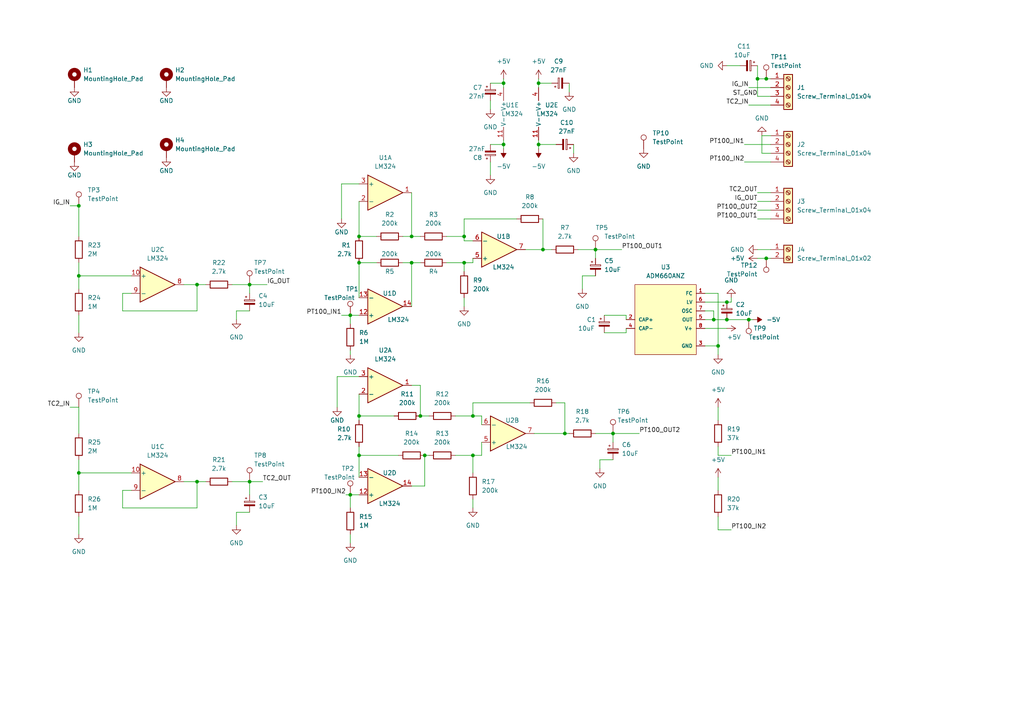
<source format=kicad_sch>
(kicad_sch (version 20211123) (generator eeschema)

  (uuid 9538e4ed-27e6-4c37-b989-9859dc0d49e8)

  (paper "A4")

  (lib_symbols
    (symbol "Amplifier_Operational:LM324" (pin_names (offset 0.127)) (in_bom yes) (on_board yes)
      (property "Reference" "U" (id 0) (at 0 5.08 0)
        (effects (font (size 1.27 1.27)) (justify left))
      )
      (property "Value" "LM324" (id 1) (at 0 -5.08 0)
        (effects (font (size 1.27 1.27)) (justify left))
      )
      (property "Footprint" "" (id 2) (at -1.27 2.54 0)
        (effects (font (size 1.27 1.27)) hide)
      )
      (property "Datasheet" "http://www.ti.com/lit/ds/symlink/lm2902-n.pdf" (id 3) (at 1.27 5.08 0)
        (effects (font (size 1.27 1.27)) hide)
      )
      (property "ki_locked" "" (id 4) (at 0 0 0)
        (effects (font (size 1.27 1.27)))
      )
      (property "ki_keywords" "quad opamp" (id 5) (at 0 0 0)
        (effects (font (size 1.27 1.27)) hide)
      )
      (property "ki_description" "Low-Power, Quad-Operational Amplifiers, DIP-14/SOIC-14/SSOP-14" (id 6) (at 0 0 0)
        (effects (font (size 1.27 1.27)) hide)
      )
      (property "ki_fp_filters" "SOIC*3.9x8.7mm*P1.27mm* DIP*W7.62mm* TSSOP*4.4x5mm*P0.65mm* SSOP*5.3x6.2mm*P0.65mm* MSOP*3x3mm*P0.5mm*" (id 7) (at 0 0 0)
        (effects (font (size 1.27 1.27)) hide)
      )
      (symbol "LM324_1_1"
        (polyline
          (pts
            (xy -5.08 5.08)
            (xy 5.08 0)
            (xy -5.08 -5.08)
            (xy -5.08 5.08)
          )
          (stroke (width 0.254) (type default) (color 0 0 0 0))
          (fill (type background))
        )
        (pin output line (at 7.62 0 180) (length 2.54)
          (name "~" (effects (font (size 1.27 1.27))))
          (number "1" (effects (font (size 1.27 1.27))))
        )
        (pin input line (at -7.62 -2.54 0) (length 2.54)
          (name "-" (effects (font (size 1.27 1.27))))
          (number "2" (effects (font (size 1.27 1.27))))
        )
        (pin input line (at -7.62 2.54 0) (length 2.54)
          (name "+" (effects (font (size 1.27 1.27))))
          (number "3" (effects (font (size 1.27 1.27))))
        )
      )
      (symbol "LM324_2_1"
        (polyline
          (pts
            (xy -5.08 5.08)
            (xy 5.08 0)
            (xy -5.08 -5.08)
            (xy -5.08 5.08)
          )
          (stroke (width 0.254) (type default) (color 0 0 0 0))
          (fill (type background))
        )
        (pin input line (at -7.62 2.54 0) (length 2.54)
          (name "+" (effects (font (size 1.27 1.27))))
          (number "5" (effects (font (size 1.27 1.27))))
        )
        (pin input line (at -7.62 -2.54 0) (length 2.54)
          (name "-" (effects (font (size 1.27 1.27))))
          (number "6" (effects (font (size 1.27 1.27))))
        )
        (pin output line (at 7.62 0 180) (length 2.54)
          (name "~" (effects (font (size 1.27 1.27))))
          (number "7" (effects (font (size 1.27 1.27))))
        )
      )
      (symbol "LM324_3_1"
        (polyline
          (pts
            (xy -5.08 5.08)
            (xy 5.08 0)
            (xy -5.08 -5.08)
            (xy -5.08 5.08)
          )
          (stroke (width 0.254) (type default) (color 0 0 0 0))
          (fill (type background))
        )
        (pin input line (at -7.62 2.54 0) (length 2.54)
          (name "+" (effects (font (size 1.27 1.27))))
          (number "10" (effects (font (size 1.27 1.27))))
        )
        (pin output line (at 7.62 0 180) (length 2.54)
          (name "~" (effects (font (size 1.27 1.27))))
          (number "8" (effects (font (size 1.27 1.27))))
        )
        (pin input line (at -7.62 -2.54 0) (length 2.54)
          (name "-" (effects (font (size 1.27 1.27))))
          (number "9" (effects (font (size 1.27 1.27))))
        )
      )
      (symbol "LM324_4_1"
        (polyline
          (pts
            (xy -5.08 5.08)
            (xy 5.08 0)
            (xy -5.08 -5.08)
            (xy -5.08 5.08)
          )
          (stroke (width 0.254) (type default) (color 0 0 0 0))
          (fill (type background))
        )
        (pin input line (at -7.62 2.54 0) (length 2.54)
          (name "+" (effects (font (size 1.27 1.27))))
          (number "12" (effects (font (size 1.27 1.27))))
        )
        (pin input line (at -7.62 -2.54 0) (length 2.54)
          (name "-" (effects (font (size 1.27 1.27))))
          (number "13" (effects (font (size 1.27 1.27))))
        )
        (pin output line (at 7.62 0 180) (length 2.54)
          (name "~" (effects (font (size 1.27 1.27))))
          (number "14" (effects (font (size 1.27 1.27))))
        )
      )
      (symbol "LM324_5_1"
        (pin power_in line (at -2.54 -7.62 90) (length 3.81)
          (name "V-" (effects (font (size 1.27 1.27))))
          (number "11" (effects (font (size 1.27 1.27))))
        )
        (pin power_in line (at -2.54 7.62 270) (length 3.81)
          (name "V+" (effects (font (size 1.27 1.27))))
          (number "4" (effects (font (size 1.27 1.27))))
        )
      )
    )
    (symbol "Connector:Screw_Terminal_01x02" (pin_names (offset 1.016) hide) (in_bom yes) (on_board yes)
      (property "Reference" "J" (id 0) (at 0 2.54 0)
        (effects (font (size 1.27 1.27)))
      )
      (property "Value" "Screw_Terminal_01x02" (id 1) (at 0 -5.08 0)
        (effects (font (size 1.27 1.27)))
      )
      (property "Footprint" "" (id 2) (at 0 0 0)
        (effects (font (size 1.27 1.27)) hide)
      )
      (property "Datasheet" "~" (id 3) (at 0 0 0)
        (effects (font (size 1.27 1.27)) hide)
      )
      (property "ki_keywords" "screw terminal" (id 4) (at 0 0 0)
        (effects (font (size 1.27 1.27)) hide)
      )
      (property "ki_description" "Generic screw terminal, single row, 01x02, script generated (kicad-library-utils/schlib/autogen/connector/)" (id 5) (at 0 0 0)
        (effects (font (size 1.27 1.27)) hide)
      )
      (property "ki_fp_filters" "TerminalBlock*:*" (id 6) (at 0 0 0)
        (effects (font (size 1.27 1.27)) hide)
      )
      (symbol "Screw_Terminal_01x02_1_1"
        (rectangle (start -1.27 1.27) (end 1.27 -3.81)
          (stroke (width 0.254) (type default) (color 0 0 0 0))
          (fill (type background))
        )
        (circle (center 0 -2.54) (radius 0.635)
          (stroke (width 0.1524) (type default) (color 0 0 0 0))
          (fill (type none))
        )
        (polyline
          (pts
            (xy -0.5334 -2.2098)
            (xy 0.3302 -3.048)
          )
          (stroke (width 0.1524) (type default) (color 0 0 0 0))
          (fill (type none))
        )
        (polyline
          (pts
            (xy -0.5334 0.3302)
            (xy 0.3302 -0.508)
          )
          (stroke (width 0.1524) (type default) (color 0 0 0 0))
          (fill (type none))
        )
        (polyline
          (pts
            (xy -0.3556 -2.032)
            (xy 0.508 -2.8702)
          )
          (stroke (width 0.1524) (type default) (color 0 0 0 0))
          (fill (type none))
        )
        (polyline
          (pts
            (xy -0.3556 0.508)
            (xy 0.508 -0.3302)
          )
          (stroke (width 0.1524) (type default) (color 0 0 0 0))
          (fill (type none))
        )
        (circle (center 0 0) (radius 0.635)
          (stroke (width 0.1524) (type default) (color 0 0 0 0))
          (fill (type none))
        )
        (pin passive line (at -5.08 0 0) (length 3.81)
          (name "Pin_1" (effects (font (size 1.27 1.27))))
          (number "1" (effects (font (size 1.27 1.27))))
        )
        (pin passive line (at -5.08 -2.54 0) (length 3.81)
          (name "Pin_2" (effects (font (size 1.27 1.27))))
          (number "2" (effects (font (size 1.27 1.27))))
        )
      )
    )
    (symbol "Connector:Screw_Terminal_01x04" (pin_names (offset 1.016) hide) (in_bom yes) (on_board yes)
      (property "Reference" "J" (id 0) (at 0 5.08 0)
        (effects (font (size 1.27 1.27)))
      )
      (property "Value" "Screw_Terminal_01x04" (id 1) (at 0 -7.62 0)
        (effects (font (size 1.27 1.27)))
      )
      (property "Footprint" "" (id 2) (at 0 0 0)
        (effects (font (size 1.27 1.27)) hide)
      )
      (property "Datasheet" "~" (id 3) (at 0 0 0)
        (effects (font (size 1.27 1.27)) hide)
      )
      (property "ki_keywords" "screw terminal" (id 4) (at 0 0 0)
        (effects (font (size 1.27 1.27)) hide)
      )
      (property "ki_description" "Generic screw terminal, single row, 01x04, script generated (kicad-library-utils/schlib/autogen/connector/)" (id 5) (at 0 0 0)
        (effects (font (size 1.27 1.27)) hide)
      )
      (property "ki_fp_filters" "TerminalBlock*:*" (id 6) (at 0 0 0)
        (effects (font (size 1.27 1.27)) hide)
      )
      (symbol "Screw_Terminal_01x04_1_1"
        (rectangle (start -1.27 3.81) (end 1.27 -6.35)
          (stroke (width 0.254) (type default) (color 0 0 0 0))
          (fill (type background))
        )
        (circle (center 0 -5.08) (radius 0.635)
          (stroke (width 0.1524) (type default) (color 0 0 0 0))
          (fill (type none))
        )
        (circle (center 0 -2.54) (radius 0.635)
          (stroke (width 0.1524) (type default) (color 0 0 0 0))
          (fill (type none))
        )
        (polyline
          (pts
            (xy -0.5334 -4.7498)
            (xy 0.3302 -5.588)
          )
          (stroke (width 0.1524) (type default) (color 0 0 0 0))
          (fill (type none))
        )
        (polyline
          (pts
            (xy -0.5334 -2.2098)
            (xy 0.3302 -3.048)
          )
          (stroke (width 0.1524) (type default) (color 0 0 0 0))
          (fill (type none))
        )
        (polyline
          (pts
            (xy -0.5334 0.3302)
            (xy 0.3302 -0.508)
          )
          (stroke (width 0.1524) (type default) (color 0 0 0 0))
          (fill (type none))
        )
        (polyline
          (pts
            (xy -0.5334 2.8702)
            (xy 0.3302 2.032)
          )
          (stroke (width 0.1524) (type default) (color 0 0 0 0))
          (fill (type none))
        )
        (polyline
          (pts
            (xy -0.3556 -4.572)
            (xy 0.508 -5.4102)
          )
          (stroke (width 0.1524) (type default) (color 0 0 0 0))
          (fill (type none))
        )
        (polyline
          (pts
            (xy -0.3556 -2.032)
            (xy 0.508 -2.8702)
          )
          (stroke (width 0.1524) (type default) (color 0 0 0 0))
          (fill (type none))
        )
        (polyline
          (pts
            (xy -0.3556 0.508)
            (xy 0.508 -0.3302)
          )
          (stroke (width 0.1524) (type default) (color 0 0 0 0))
          (fill (type none))
        )
        (polyline
          (pts
            (xy -0.3556 3.048)
            (xy 0.508 2.2098)
          )
          (stroke (width 0.1524) (type default) (color 0 0 0 0))
          (fill (type none))
        )
        (circle (center 0 0) (radius 0.635)
          (stroke (width 0.1524) (type default) (color 0 0 0 0))
          (fill (type none))
        )
        (circle (center 0 2.54) (radius 0.635)
          (stroke (width 0.1524) (type default) (color 0 0 0 0))
          (fill (type none))
        )
        (pin passive line (at -5.08 2.54 0) (length 3.81)
          (name "Pin_1" (effects (font (size 1.27 1.27))))
          (number "1" (effects (font (size 1.27 1.27))))
        )
        (pin passive line (at -5.08 0 0) (length 3.81)
          (name "Pin_2" (effects (font (size 1.27 1.27))))
          (number "2" (effects (font (size 1.27 1.27))))
        )
        (pin passive line (at -5.08 -2.54 0) (length 3.81)
          (name "Pin_3" (effects (font (size 1.27 1.27))))
          (number "3" (effects (font (size 1.27 1.27))))
        )
        (pin passive line (at -5.08 -5.08 0) (length 3.81)
          (name "Pin_4" (effects (font (size 1.27 1.27))))
          (number "4" (effects (font (size 1.27 1.27))))
        )
      )
    )
    (symbol "Connector:TestPoint" (pin_numbers hide) (pin_names (offset 0.762) hide) (in_bom yes) (on_board yes)
      (property "Reference" "TP" (id 0) (at 0 6.858 0)
        (effects (font (size 1.27 1.27)))
      )
      (property "Value" "TestPoint" (id 1) (at 0 5.08 0)
        (effects (font (size 1.27 1.27)))
      )
      (property "Footprint" "" (id 2) (at 5.08 0 0)
        (effects (font (size 1.27 1.27)) hide)
      )
      (property "Datasheet" "~" (id 3) (at 5.08 0 0)
        (effects (font (size 1.27 1.27)) hide)
      )
      (property "ki_keywords" "test point tp" (id 4) (at 0 0 0)
        (effects (font (size 1.27 1.27)) hide)
      )
      (property "ki_description" "test point" (id 5) (at 0 0 0)
        (effects (font (size 1.27 1.27)) hide)
      )
      (property "ki_fp_filters" "Pin* Test*" (id 6) (at 0 0 0)
        (effects (font (size 1.27 1.27)) hide)
      )
      (symbol "TestPoint_0_1"
        (circle (center 0 3.302) (radius 0.762)
          (stroke (width 0) (type default) (color 0 0 0 0))
          (fill (type none))
        )
      )
      (symbol "TestPoint_1_1"
        (pin passive line (at 0 0 90) (length 2.54)
          (name "1" (effects (font (size 1.27 1.27))))
          (number "1" (effects (font (size 1.27 1.27))))
        )
      )
    )
    (symbol "Device:C_Polarized_Small" (pin_numbers hide) (pin_names (offset 0.254) hide) (in_bom yes) (on_board yes)
      (property "Reference" "C" (id 0) (at 0.254 1.778 0)
        (effects (font (size 1.27 1.27)) (justify left))
      )
      (property "Value" "C_Polarized_Small" (id 1) (at 0.254 -2.032 0)
        (effects (font (size 1.27 1.27)) (justify left))
      )
      (property "Footprint" "" (id 2) (at 0 0 0)
        (effects (font (size 1.27 1.27)) hide)
      )
      (property "Datasheet" "~" (id 3) (at 0 0 0)
        (effects (font (size 1.27 1.27)) hide)
      )
      (property "ki_keywords" "cap capacitor" (id 4) (at 0 0 0)
        (effects (font (size 1.27 1.27)) hide)
      )
      (property "ki_description" "Polarized capacitor, small symbol" (id 5) (at 0 0 0)
        (effects (font (size 1.27 1.27)) hide)
      )
      (property "ki_fp_filters" "CP_*" (id 6) (at 0 0 0)
        (effects (font (size 1.27 1.27)) hide)
      )
      (symbol "C_Polarized_Small_0_1"
        (rectangle (start -1.524 -0.3048) (end 1.524 -0.6858)
          (stroke (width 0) (type default) (color 0 0 0 0))
          (fill (type outline))
        )
        (rectangle (start -1.524 0.6858) (end 1.524 0.3048)
          (stroke (width 0) (type default) (color 0 0 0 0))
          (fill (type none))
        )
        (polyline
          (pts
            (xy -1.27 1.524)
            (xy -0.762 1.524)
          )
          (stroke (width 0) (type default) (color 0 0 0 0))
          (fill (type none))
        )
        (polyline
          (pts
            (xy -1.016 1.27)
            (xy -1.016 1.778)
          )
          (stroke (width 0) (type default) (color 0 0 0 0))
          (fill (type none))
        )
      )
      (symbol "C_Polarized_Small_1_1"
        (pin passive line (at 0 2.54 270) (length 1.8542)
          (name "~" (effects (font (size 1.27 1.27))))
          (number "1" (effects (font (size 1.27 1.27))))
        )
        (pin passive line (at 0 -2.54 90) (length 1.8542)
          (name "~" (effects (font (size 1.27 1.27))))
          (number "2" (effects (font (size 1.27 1.27))))
        )
      )
    )
    (symbol "Device:R" (pin_numbers hide) (pin_names (offset 0)) (in_bom yes) (on_board yes)
      (property "Reference" "R" (id 0) (at 2.032 0 90)
        (effects (font (size 1.27 1.27)))
      )
      (property "Value" "R" (id 1) (at 0 0 90)
        (effects (font (size 1.27 1.27)))
      )
      (property "Footprint" "" (id 2) (at -1.778 0 90)
        (effects (font (size 1.27 1.27)) hide)
      )
      (property "Datasheet" "~" (id 3) (at 0 0 0)
        (effects (font (size 1.27 1.27)) hide)
      )
      (property "ki_keywords" "R res resistor" (id 4) (at 0 0 0)
        (effects (font (size 1.27 1.27)) hide)
      )
      (property "ki_description" "Resistor" (id 5) (at 0 0 0)
        (effects (font (size 1.27 1.27)) hide)
      )
      (property "ki_fp_filters" "R_*" (id 6) (at 0 0 0)
        (effects (font (size 1.27 1.27)) hide)
      )
      (symbol "R_0_1"
        (rectangle (start -1.016 -2.54) (end 1.016 2.54)
          (stroke (width 0.254) (type default) (color 0 0 0 0))
          (fill (type none))
        )
      )
      (symbol "R_1_1"
        (pin passive line (at 0 3.81 270) (length 1.27)
          (name "~" (effects (font (size 1.27 1.27))))
          (number "1" (effects (font (size 1.27 1.27))))
        )
        (pin passive line (at 0 -3.81 90) (length 1.27)
          (name "~" (effects (font (size 1.27 1.27))))
          (number "2" (effects (font (size 1.27 1.27))))
        )
      )
    )
    (symbol "Mechanical:MountingHole_Pad" (pin_numbers hide) (pin_names (offset 1.016) hide) (in_bom yes) (on_board yes)
      (property "Reference" "H" (id 0) (at 0 6.35 0)
        (effects (font (size 1.27 1.27)))
      )
      (property "Value" "MountingHole_Pad" (id 1) (at 0 4.445 0)
        (effects (font (size 1.27 1.27)))
      )
      (property "Footprint" "" (id 2) (at 0 0 0)
        (effects (font (size 1.27 1.27)) hide)
      )
      (property "Datasheet" "~" (id 3) (at 0 0 0)
        (effects (font (size 1.27 1.27)) hide)
      )
      (property "ki_keywords" "mounting hole" (id 4) (at 0 0 0)
        (effects (font (size 1.27 1.27)) hide)
      )
      (property "ki_description" "Mounting Hole with connection" (id 5) (at 0 0 0)
        (effects (font (size 1.27 1.27)) hide)
      )
      (property "ki_fp_filters" "MountingHole*Pad*" (id 6) (at 0 0 0)
        (effects (font (size 1.27 1.27)) hide)
      )
      (symbol "MountingHole_Pad_0_1"
        (circle (center 0 1.27) (radius 1.27)
          (stroke (width 1.27) (type default) (color 0 0 0 0))
          (fill (type none))
        )
      )
      (symbol "MountingHole_Pad_1_1"
        (pin input line (at 0 -2.54 90) (length 2.54)
          (name "1" (effects (font (size 1.27 1.27))))
          (number "1" (effects (font (size 1.27 1.27))))
        )
      )
    )
    (symbol "eec:ADM660ANZ" (pin_names (offset 1.016)) (in_bom yes) (on_board yes)
      (property "Reference" "U" (id 0) (at 0 12.7 0)
        (effects (font (size 1.27 1.27)) (justify left))
      )
      (property "Value" "ADM660ANZ" (id 1) (at 0 15.24 0)
        (effects (font (size 1.27 1.27)) (justify left))
      )
      (property "Footprint" "Analog_Devices_Inc-N-8-0-0-*" (id 2) (at 0 17.78 0)
        (effects (font (size 1.27 1.27)) (justify left) hide)
      )
      (property "Datasheet" "http://www.analog.com/media/en/technical-documentation/data-sheets/ADM660_8660.pdf" (id 3) (at 0 20.32 0)
        (effects (font (size 1.27 1.27)) (justify left) hide)
      )
      (property "category" "IC" (id 4) (at 0 22.86 0)
        (effects (font (size 1.27 1.27)) (justify left) hide)
      )
      (property "digikey description" "IC REG SWTCHD CAP INV RATIO 8DIP" (id 5) (at 0 25.4 0)
        (effects (font (size 1.27 1.27)) (justify left) hide)
      )
      (property "digikey part number" "ADM660ANZ-ND" (id 6) (at 0 27.94 0)
        (effects (font (size 1.27 1.27)) (justify left) hide)
      )
      (property "ipc land pattern name" "DIP787W46P254L1016H533Q8" (id 7) (at 0 30.48 0)
        (effects (font (size 1.27 1.27)) (justify left) hide)
      )
      (property "lead free" "yes" (id 8) (at 0 33.02 0)
        (effects (font (size 1.27 1.27)) (justify left) hide)
      )
      (property "library id" "91dac2aa4f3070f8" (id 9) (at 0 35.56 0)
        (effects (font (size 1.27 1.27)) (justify left) hide)
      )
      (property "manufacturer" "Analog Devices Inc" (id 10) (at 0 38.1 0)
        (effects (font (size 1.27 1.27)) (justify left) hide)
      )
      (property "mouser part number" "584-ADM660ANZ" (id 11) (at 0 40.64 0)
        (effects (font (size 1.27 1.27)) (justify left) hide)
      )
      (property "package" "DIP8" (id 12) (at 0 43.18 0)
        (effects (font (size 1.27 1.27)) (justify left) hide)
      )
      (property "rohs" "yes" (id 13) (at 0 45.72 0)
        (effects (font (size 1.27 1.27)) (justify left) hide)
      )
      (property "temperature range high" "+85°C" (id 14) (at 0 48.26 0)
        (effects (font (size 1.27 1.27)) (justify left) hide)
      )
      (property "temperature range low" "-40°C" (id 15) (at 0 50.8 0)
        (effects (font (size 1.27 1.27)) (justify left) hide)
      )
      (property "ki_locked" "" (id 16) (at 0 0 0)
        (effects (font (size 1.27 1.27)))
      )
      (property "ki_description" "ADM660ANZ" (id 17) (at 0 0 0)
        (effects (font (size 1.27 1.27)) hide)
      )
      (symbol "ADM660ANZ_1_1"
        (rectangle (start 5.08 10.16) (end 22.86 -10.16)
          (stroke (width 0) (type default) (color 0 0 0 0))
          (fill (type background))
        )
        (pin unspecified line (at 25.4 7.62 180) (length 2.54)
          (name "FC" (effects (font (size 1.016 1.016))))
          (number "1" (effects (font (size 1.016 1.016))))
        )
        (pin unspecified line (at 2.54 0 0) (length 2.54)
          (name "CAP+" (effects (font (size 1.016 1.016))))
          (number "2" (effects (font (size 1.016 1.016))))
        )
        (pin unspecified line (at 25.4 -7.62 180) (length 2.54)
          (name "GND" (effects (font (size 1.016 1.016))))
          (number "3" (effects (font (size 1.016 1.016))))
        )
        (pin unspecified line (at 2.54 -2.54 0) (length 2.54)
          (name "CAP-" (effects (font (size 1.016 1.016))))
          (number "4" (effects (font (size 1.016 1.016))))
        )
        (pin unspecified line (at 25.4 0 180) (length 2.54)
          (name "OUT" (effects (font (size 1.016 1.016))))
          (number "5" (effects (font (size 1.016 1.016))))
        )
        (pin unspecified line (at 25.4 5.08 180) (length 2.54)
          (name "LV" (effects (font (size 1.016 1.016))))
          (number "6" (effects (font (size 1.016 1.016))))
        )
        (pin unspecified line (at 25.4 2.54 180) (length 2.54)
          (name "OSC" (effects (font (size 1.016 1.016))))
          (number "7" (effects (font (size 1.016 1.016))))
        )
        (pin unspecified line (at 25.4 -2.54 180) (length 2.54)
          (name "V+" (effects (font (size 1.016 1.016))))
          (number "8" (effects (font (size 1.016 1.016))))
        )
      )
    )
    (symbol "power:+5V" (power) (pin_names (offset 0)) (in_bom yes) (on_board yes)
      (property "Reference" "#PWR" (id 0) (at 0 -3.81 0)
        (effects (font (size 1.27 1.27)) hide)
      )
      (property "Value" "+5V" (id 1) (at 0 3.556 0)
        (effects (font (size 1.27 1.27)))
      )
      (property "Footprint" "" (id 2) (at 0 0 0)
        (effects (font (size 1.27 1.27)) hide)
      )
      (property "Datasheet" "" (id 3) (at 0 0 0)
        (effects (font (size 1.27 1.27)) hide)
      )
      (property "ki_keywords" "power-flag" (id 4) (at 0 0 0)
        (effects (font (size 1.27 1.27)) hide)
      )
      (property "ki_description" "Power symbol creates a global label with name \"+5V\"" (id 5) (at 0 0 0)
        (effects (font (size 1.27 1.27)) hide)
      )
      (symbol "+5V_0_1"
        (polyline
          (pts
            (xy -0.762 1.27)
            (xy 0 2.54)
          )
          (stroke (width 0) (type default) (color 0 0 0 0))
          (fill (type none))
        )
        (polyline
          (pts
            (xy 0 0)
            (xy 0 2.54)
          )
          (stroke (width 0) (type default) (color 0 0 0 0))
          (fill (type none))
        )
        (polyline
          (pts
            (xy 0 2.54)
            (xy 0.762 1.27)
          )
          (stroke (width 0) (type default) (color 0 0 0 0))
          (fill (type none))
        )
      )
      (symbol "+5V_1_1"
        (pin power_in line (at 0 0 90) (length 0) hide
          (name "+5V" (effects (font (size 1.27 1.27))))
          (number "1" (effects (font (size 1.27 1.27))))
        )
      )
    )
    (symbol "power:-5V" (power) (pin_names (offset 0)) (in_bom yes) (on_board yes)
      (property "Reference" "#PWR" (id 0) (at 0 2.54 0)
        (effects (font (size 1.27 1.27)) hide)
      )
      (property "Value" "-5V" (id 1) (at 0 3.81 0)
        (effects (font (size 1.27 1.27)))
      )
      (property "Footprint" "" (id 2) (at 0 0 0)
        (effects (font (size 1.27 1.27)) hide)
      )
      (property "Datasheet" "" (id 3) (at 0 0 0)
        (effects (font (size 1.27 1.27)) hide)
      )
      (property "ki_keywords" "power-flag" (id 4) (at 0 0 0)
        (effects (font (size 1.27 1.27)) hide)
      )
      (property "ki_description" "Power symbol creates a global label with name \"-5V\"" (id 5) (at 0 0 0)
        (effects (font (size 1.27 1.27)) hide)
      )
      (symbol "-5V_0_0"
        (pin power_in line (at 0 0 90) (length 0) hide
          (name "-5V" (effects (font (size 1.27 1.27))))
          (number "1" (effects (font (size 1.27 1.27))))
        )
      )
      (symbol "-5V_0_1"
        (polyline
          (pts
            (xy 0 0)
            (xy 0 1.27)
            (xy 0.762 1.27)
            (xy 0 2.54)
            (xy -0.762 1.27)
            (xy 0 1.27)
          )
          (stroke (width 0) (type default) (color 0 0 0 0))
          (fill (type outline))
        )
      )
    )
    (symbol "power:GND" (power) (pin_names (offset 0)) (in_bom yes) (on_board yes)
      (property "Reference" "#PWR" (id 0) (at 0 -6.35 0)
        (effects (font (size 1.27 1.27)) hide)
      )
      (property "Value" "GND" (id 1) (at 0 -3.81 0)
        (effects (font (size 1.27 1.27)))
      )
      (property "Footprint" "" (id 2) (at 0 0 0)
        (effects (font (size 1.27 1.27)) hide)
      )
      (property "Datasheet" "" (id 3) (at 0 0 0)
        (effects (font (size 1.27 1.27)) hide)
      )
      (property "ki_keywords" "power-flag" (id 4) (at 0 0 0)
        (effects (font (size 1.27 1.27)) hide)
      )
      (property "ki_description" "Power symbol creates a global label with name \"GND\" , ground" (id 5) (at 0 0 0)
        (effects (font (size 1.27 1.27)) hide)
      )
      (symbol "GND_0_1"
        (polyline
          (pts
            (xy 0 0)
            (xy 0 -1.27)
            (xy 1.27 -1.27)
            (xy 0 -2.54)
            (xy -1.27 -1.27)
            (xy 0 -1.27)
          )
          (stroke (width 0) (type default) (color 0 0 0 0))
          (fill (type none))
        )
      )
      (symbol "GND_1_1"
        (pin power_in line (at 0 0 270) (length 0) hide
          (name "GND" (effects (font (size 1.27 1.27))))
          (number "1" (effects (font (size 1.27 1.27))))
        )
      )
    )
  )

  (junction (at 156.21 41.91) (diameter 0) (color 0 0 0 0)
    (uuid 001ab6d9-29eb-4e4b-abc4-baf09cbe59c5)
  )
  (junction (at 156.21 24.13) (diameter 0) (color 0 0 0 0)
    (uuid 0b690693-b21f-47cb-a7ca-a910d17482d0)
  )
  (junction (at 121.92 120.65) (diameter 0) (color 0 0 0 0)
    (uuid 0ff61603-1ff8-400c-95f9-dd43e7bdf8c2)
  )
  (junction (at 210.82 92.71) (diameter 0) (color 0 0 0 0)
    (uuid 1513aaab-d10f-4e1f-953c-b207de6b915c)
  )
  (junction (at 157.48 72.39) (diameter 0) (color 0 0 0 0)
    (uuid 1906e061-e2e5-4476-80bd-91692b603f42)
  )
  (junction (at 210.82 87.63) (diameter 0) (color 0 0 0 0)
    (uuid 23e8f6d6-dc05-413b-bdf4-3972f7aaa452)
  )
  (junction (at 104.14 120.65) (diameter 0) (color 0 0 0 0)
    (uuid 266f97c1-ea99-440a-8025-61d438ec0073)
  )
  (junction (at 123.19 132.08) (diameter 0) (color 0 0 0 0)
    (uuid 2f47981f-5854-461f-9c0d-8b0dff5397c8)
  )
  (junction (at 222.25 22.86) (diameter 0) (color 0 0 0 0)
    (uuid 322db06b-cb3e-47e0-96ea-8673039001bd)
  )
  (junction (at 222.25 74.93) (diameter 0) (color 0 0 0 0)
    (uuid 36048437-b696-4f39-afcf-c465fc535715)
  )
  (junction (at 146.05 41.91) (diameter 0) (color 0 0 0 0)
    (uuid 3860daed-2cef-4446-95cd-92998e043e9c)
  )
  (junction (at 163.83 125.73) (diameter 0) (color 0 0 0 0)
    (uuid 39622233-c44a-4cd2-8b33-4ab24c5528f2)
  )
  (junction (at 146.05 24.13) (diameter 0) (color 0 0 0 0)
    (uuid 47911823-69da-4068-8a2a-dc95a2f74c73)
  )
  (junction (at 137.16 120.65) (diameter 0) (color 0 0 0 0)
    (uuid 4cf3367c-43e4-4e84-a2e4-f05f8d8370de)
  )
  (junction (at 57.15 139.7) (diameter 0) (color 0 0 0 0)
    (uuid 519ee8b8-46ec-4a28-bd98-8ba99b222785)
  )
  (junction (at 57.15 82.55) (diameter 0) (color 0 0 0 0)
    (uuid 65412698-b1d7-4df9-ae41-905cd8a8080f)
  )
  (junction (at 172.72 72.39) (diameter 0) (color 0 0 0 0)
    (uuid 726a5690-1a6a-4a31-97ca-636bc638d451)
  )
  (junction (at 101.6 91.44) (diameter 0) (color 0 0 0 0)
    (uuid 7286c9be-aaec-4ee2-aad3-c9c27f8b04af)
  )
  (junction (at 22.86 80.01) (diameter 0) (color 0 0 0 0)
    (uuid 7384ba69-ecc4-4f30-a9b7-1293e0b9848f)
  )
  (junction (at 101.6 143.51) (diameter 0) (color 0 0 0 0)
    (uuid 803f1c6c-70be-4cdf-bd5c-b5a5fa2a478b)
  )
  (junction (at 134.62 76.2) (diameter 0) (color 0 0 0 0)
    (uuid 8185b808-3d63-450d-a2d5-c7e9c6507264)
  )
  (junction (at 134.62 68.58) (diameter 0) (color 0 0 0 0)
    (uuid 89085361-5032-432a-8bc0-fc0322c5aa29)
  )
  (junction (at 22.86 137.16) (diameter 0) (color 0 0 0 0)
    (uuid 8dee9787-0797-4eba-9ceb-99776f9fd155)
  )
  (junction (at 219.71 22.86) (diameter 0) (color 0 0 0 0)
    (uuid 8f4b221a-0fec-486a-aecf-d34c47465ec1)
  )
  (junction (at 104.14 76.2) (diameter 0) (color 0 0 0 0)
    (uuid 8fde1fa0-0493-455d-a04a-0d5934057e7b)
  )
  (junction (at 119.38 68.58) (diameter 0) (color 0 0 0 0)
    (uuid 955c02e1-d043-4ced-a049-eaf417616ca0)
  )
  (junction (at 72.39 139.7) (diameter 0) (color 0 0 0 0)
    (uuid 9d287b0c-a9ee-47a9-a160-dbfbb27200ae)
  )
  (junction (at 104.14 132.08) (diameter 0) (color 0 0 0 0)
    (uuid a2b8f4ca-635c-4e0c-a96c-d1ae74135530)
  )
  (junction (at 217.17 92.71) (diameter 0) (color 0 0 0 0)
    (uuid a976bb9e-eed6-480f-a7cd-814950cea629)
  )
  (junction (at 119.38 76.2) (diameter 0) (color 0 0 0 0)
    (uuid abc84459-6850-449b-9651-cb516add0d65)
  )
  (junction (at 177.8 125.73) (diameter 0) (color 0 0 0 0)
    (uuid b8203da1-deb0-442f-b78b-1d4df51b6d70)
  )
  (junction (at 137.16 132.08) (diameter 0) (color 0 0 0 0)
    (uuid bbb27d6e-f371-4ab9-b17f-cb4a1f500114)
  )
  (junction (at 104.14 68.58) (diameter 0) (color 0 0 0 0)
    (uuid c0a48d8a-444e-4b69-af21-353d2ef80259)
  )
  (junction (at 208.28 100.33) (diameter 0) (color 0 0 0 0)
    (uuid c1a59959-ac08-44fa-922e-7f11abc488d3)
  )
  (junction (at 207.01 92.71) (diameter 0) (color 0 0 0 0)
    (uuid c715cc3e-3ede-4fe9-b981-09d2c5cb1e99)
  )
  (junction (at 72.39 82.55) (diameter 0) (color 0 0 0 0)
    (uuid d2323753-e627-4041-9e0d-40138eed8fbf)
  )
  (junction (at 22.86 59.69) (diameter 0) (color 0 0 0 0)
    (uuid e4a7f1fd-b400-45a9-b07f-10d2590d2f20)
  )

  (wire (pts (xy 104.14 132.08) (xy 115.57 132.08))
    (stroke (width 0) (type default) (color 0 0 0 0))
    (uuid 006adfb9-d400-4da2-aa9c-9bac92905516)
  )
  (wire (pts (xy 137.16 120.65) (xy 137.16 116.84))
    (stroke (width 0) (type default) (color 0 0 0 0))
    (uuid 013ddc27-a757-4bb4-a533-fbf0265ced40)
  )
  (wire (pts (xy 104.14 58.42) (xy 104.14 68.58))
    (stroke (width 0) (type default) (color 0 0 0 0))
    (uuid 02638f6e-2e9b-47a3-ac57-afad138d5a8d)
  )
  (wire (pts (xy 72.39 82.55) (xy 77.47 82.55))
    (stroke (width 0) (type default) (color 0 0 0 0))
    (uuid 03f887b5-9d39-41a6-9726-df442700dce7)
  )
  (wire (pts (xy 172.72 72.39) (xy 180.34 72.39))
    (stroke (width 0) (type default) (color 0 0 0 0))
    (uuid 0545fc61-f228-4235-8bc3-9d87832cc895)
  )
  (wire (pts (xy 204.47 85.09) (xy 208.28 85.09))
    (stroke (width 0) (type default) (color 0 0 0 0))
    (uuid 05fdb6ed-9080-4cf1-bd74-6048a526b0df)
  )
  (wire (pts (xy 142.24 24.13) (xy 146.05 24.13))
    (stroke (width 0) (type default) (color 0 0 0 0))
    (uuid 0917eb15-2a11-491e-ac3a-dda5a42b4a22)
  )
  (wire (pts (xy 208.28 132.08) (xy 212.09 132.08))
    (stroke (width 0) (type default) (color 0 0 0 0))
    (uuid 0937a8c6-f5e9-4530-a3d5-d787b56e5eb1)
  )
  (wire (pts (xy 204.47 95.25) (xy 210.82 95.25))
    (stroke (width 0) (type default) (color 0 0 0 0))
    (uuid 0b0f70e4-06af-429c-9757-ffe415fca116)
  )
  (wire (pts (xy 208.28 153.67) (xy 212.09 153.67))
    (stroke (width 0) (type default) (color 0 0 0 0))
    (uuid 0fe9ff00-d056-40d6-8d13-ecf967dbb3d3)
  )
  (wire (pts (xy 22.86 137.16) (xy 22.86 142.24))
    (stroke (width 0) (type default) (color 0 0 0 0))
    (uuid 10740f8c-75c1-42a3-a3d0-e77488b44d7c)
  )
  (wire (pts (xy 22.86 118.11) (xy 22.86 125.73))
    (stroke (width 0) (type default) (color 0 0 0 0))
    (uuid 121b2ec6-f89d-49c4-902b-febefaa07aaf)
  )
  (wire (pts (xy 134.62 86.36) (xy 134.62 88.9))
    (stroke (width 0) (type default) (color 0 0 0 0))
    (uuid 1397c091-3bee-4e85-a7b2-e0841cca84d6)
  )
  (wire (pts (xy 57.15 82.55) (xy 57.15 90.17))
    (stroke (width 0) (type default) (color 0 0 0 0))
    (uuid 1594b819-5e96-47bd-8713-a3d69004f071)
  )
  (wire (pts (xy 137.16 132.08) (xy 137.16 137.16))
    (stroke (width 0) (type default) (color 0 0 0 0))
    (uuid 164d15ee-cde1-4b10-b076-2a30ae85e830)
  )
  (wire (pts (xy 177.8 133.35) (xy 173.99 133.35))
    (stroke (width 0) (type default) (color 0 0 0 0))
    (uuid 1782b146-4809-4794-8488-27d3d73acff1)
  )
  (wire (pts (xy 22.86 91.44) (xy 22.86 96.52))
    (stroke (width 0) (type default) (color 0 0 0 0))
    (uuid 1bb44a36-63f0-4172-922e-3151a28c59d5)
  )
  (wire (pts (xy 134.62 68.58) (xy 134.62 63.5))
    (stroke (width 0) (type default) (color 0 0 0 0))
    (uuid 1bdb9055-70ea-43cd-8fd9-7cc66a869d90)
  )
  (wire (pts (xy 219.71 55.88) (xy 223.52 55.88))
    (stroke (width 0) (type default) (color 0 0 0 0))
    (uuid 1c507995-b043-45c4-b618-6d49817ecb52)
  )
  (wire (pts (xy 157.48 72.39) (xy 160.02 72.39))
    (stroke (width 0) (type default) (color 0 0 0 0))
    (uuid 21d20a95-a06b-48b0-9caa-044c4152866b)
  )
  (wire (pts (xy 215.9 46.99) (xy 223.52 46.99))
    (stroke (width 0) (type default) (color 0 0 0 0))
    (uuid 2260cc34-8ad2-4e6e-996f-91024b799be2)
  )
  (wire (pts (xy 168.91 80.01) (xy 168.91 83.82))
    (stroke (width 0) (type default) (color 0 0 0 0))
    (uuid 2559ae2e-a3a6-47ca-8002-40f2051bc56b)
  )
  (wire (pts (xy 104.14 76.2) (xy 109.22 76.2))
    (stroke (width 0) (type default) (color 0 0 0 0))
    (uuid 29836d25-4b1d-48e9-8edb-fedfc0b01c64)
  )
  (wire (pts (xy 207.01 90.17) (xy 207.01 92.71))
    (stroke (width 0) (type default) (color 0 0 0 0))
    (uuid 2ab6e91c-ab6f-4f6c-90fa-9fc4b6c10897)
  )
  (wire (pts (xy 72.39 139.7) (xy 72.39 143.51))
    (stroke (width 0) (type default) (color 0 0 0 0))
    (uuid 2e4d4497-f514-4a24-b83e-249a882c003d)
  )
  (wire (pts (xy 208.28 118.11) (xy 208.28 121.92))
    (stroke (width 0) (type default) (color 0 0 0 0))
    (uuid 301a4a08-c796-48c5-9ede-2c5f5c57f25f)
  )
  (wire (pts (xy 146.05 41.91) (xy 146.05 43.18))
    (stroke (width 0) (type default) (color 0 0 0 0))
    (uuid 302c9d0a-eede-4a7f-97b6-8efd4ccbbb37)
  )
  (wire (pts (xy 104.14 132.08) (xy 104.14 138.43))
    (stroke (width 0) (type default) (color 0 0 0 0))
    (uuid 3399d979-621e-4a88-a2ca-379b1b8175fe)
  )
  (wire (pts (xy 101.6 91.44) (xy 101.6 93.98))
    (stroke (width 0) (type default) (color 0 0 0 0))
    (uuid 3b99823c-7a0c-436b-b2c4-bec8eb1af69c)
  )
  (wire (pts (xy 22.86 80.01) (xy 22.86 83.82))
    (stroke (width 0) (type default) (color 0 0 0 0))
    (uuid 40dda6f5-75b3-4788-97ef-07154c1d9afc)
  )
  (wire (pts (xy 22.86 59.69) (xy 22.86 68.58))
    (stroke (width 0) (type default) (color 0 0 0 0))
    (uuid 414c73b8-7337-4c38-b836-b3142a353c32)
  )
  (wire (pts (xy 104.14 76.2) (xy 104.14 86.36))
    (stroke (width 0) (type default) (color 0 0 0 0))
    (uuid 415bd6b3-6ea4-489f-a30f-e900496ec677)
  )
  (wire (pts (xy 57.15 139.7) (xy 59.69 139.7))
    (stroke (width 0) (type default) (color 0 0 0 0))
    (uuid 41adf4ae-af8d-4e52-9fd1-21bd3465b248)
  )
  (wire (pts (xy 181.61 91.44) (xy 175.26 91.44))
    (stroke (width 0) (type default) (color 0 0 0 0))
    (uuid 43968b13-86a1-43f9-a397-25296aa1c52a)
  )
  (wire (pts (xy 156.21 24.13) (xy 160.02 24.13))
    (stroke (width 0) (type default) (color 0 0 0 0))
    (uuid 44f7253c-94c3-4bdb-814a-01cdbab33af3)
  )
  (wire (pts (xy 22.86 137.16) (xy 38.1 137.16))
    (stroke (width 0) (type default) (color 0 0 0 0))
    (uuid 46edeb46-3310-41ef-9030-534b2b7068aa)
  )
  (wire (pts (xy 208.28 138.43) (xy 208.28 142.24))
    (stroke (width 0) (type default) (color 0 0 0 0))
    (uuid 49669d1b-1367-49e8-adc1-bbfb40b5817e)
  )
  (wire (pts (xy 172.72 80.01) (xy 168.91 80.01))
    (stroke (width 0) (type default) (color 0 0 0 0))
    (uuid 4de4c49c-6902-4c5c-8d18-404f90532410)
  )
  (wire (pts (xy 35.56 142.24) (xy 35.56 147.32))
    (stroke (width 0) (type default) (color 0 0 0 0))
    (uuid 4f64aa19-e258-4fce-a0cb-fcf21718813b)
  )
  (wire (pts (xy 35.56 90.17) (xy 57.15 90.17))
    (stroke (width 0) (type default) (color 0 0 0 0))
    (uuid 5180e2a3-e5dc-4dd9-b65f-df7fa900f8c1)
  )
  (wire (pts (xy 167.64 72.39) (xy 172.72 72.39))
    (stroke (width 0) (type default) (color 0 0 0 0))
    (uuid 5210efc0-0b3a-4567-8dcb-4d4af3f84b0f)
  )
  (wire (pts (xy 53.34 139.7) (xy 57.15 139.7))
    (stroke (width 0) (type default) (color 0 0 0 0))
    (uuid 531b0371-8d36-4d97-b5cb-bec63e8c278b)
  )
  (wire (pts (xy 22.86 80.01) (xy 38.1 80.01))
    (stroke (width 0) (type default) (color 0 0 0 0))
    (uuid 545b2bc9-67f5-4f50-94a5-1dc70081ff78)
  )
  (wire (pts (xy 181.61 92.71) (xy 181.61 91.44))
    (stroke (width 0) (type default) (color 0 0 0 0))
    (uuid 5862e9ab-88f0-4e6d-84bd-4fa69c8b8087)
  )
  (wire (pts (xy 208.28 100.33) (xy 204.47 100.33))
    (stroke (width 0) (type default) (color 0 0 0 0))
    (uuid 5954b63e-62c3-4cfa-a8e2-b4533324306f)
  )
  (wire (pts (xy 142.24 29.21) (xy 142.24 31.75))
    (stroke (width 0) (type default) (color 0 0 0 0))
    (uuid 59cde1ca-d4c4-4553-ab6d-ac30af0b2b13)
  )
  (wire (pts (xy 219.71 72.39) (xy 223.52 72.39))
    (stroke (width 0) (type default) (color 0 0 0 0))
    (uuid 5b501d6b-887c-45fc-9ccd-6064ea59f824)
  )
  (wire (pts (xy 204.47 87.63) (xy 210.82 87.63))
    (stroke (width 0) (type default) (color 0 0 0 0))
    (uuid 5dcf857d-f1ad-402b-886f-63523af8197b)
  )
  (wire (pts (xy 212.09 87.63) (xy 212.09 86.36))
    (stroke (width 0) (type default) (color 0 0 0 0))
    (uuid 5ecab3a5-2aa9-4ac2-adb3-5cfbb3769f36)
  )
  (wire (pts (xy 222.25 22.86) (xy 219.71 22.86))
    (stroke (width 0) (type default) (color 0 0 0 0))
    (uuid 63b0c78f-3401-4063-9b09-8f52282dac0c)
  )
  (wire (pts (xy 137.16 76.2) (xy 137.16 74.93))
    (stroke (width 0) (type default) (color 0 0 0 0))
    (uuid 6631acf7-9b12-4a74-805e-7ae8d9d4b580)
  )
  (wire (pts (xy 38.1 142.24) (xy 35.56 142.24))
    (stroke (width 0) (type default) (color 0 0 0 0))
    (uuid 66f8eaa5-bc1e-40f2-8fad-d83f70fe9c19)
  )
  (wire (pts (xy 134.62 76.2) (xy 134.62 78.74))
    (stroke (width 0) (type default) (color 0 0 0 0))
    (uuid 6701a5ab-01bd-40c2-883e-081459f60ab5)
  )
  (wire (pts (xy 72.39 82.55) (xy 72.39 85.09))
    (stroke (width 0) (type default) (color 0 0 0 0))
    (uuid 6742bab6-7407-4b68-98d8-c68cf9d0d306)
  )
  (wire (pts (xy 101.6 154.94) (xy 101.6 157.48))
    (stroke (width 0) (type default) (color 0 0 0 0))
    (uuid 68132506-8861-420b-89ad-46e1a13aaa43)
  )
  (wire (pts (xy 208.28 129.54) (xy 208.28 132.08))
    (stroke (width 0) (type default) (color 0 0 0 0))
    (uuid 6852c0fc-cd31-4cfd-b921-c9717ab03293)
  )
  (wire (pts (xy 132.08 132.08) (xy 137.16 132.08))
    (stroke (width 0) (type default) (color 0 0 0 0))
    (uuid 6ab8844f-77a1-480f-93b3-a862e8afbc62)
  )
  (wire (pts (xy 72.39 148.59) (xy 68.58 148.59))
    (stroke (width 0) (type default) (color 0 0 0 0))
    (uuid 6b474a06-54d6-4161-8ab8-598aa392ab98)
  )
  (wire (pts (xy 139.7 132.08) (xy 139.7 128.27))
    (stroke (width 0) (type default) (color 0 0 0 0))
    (uuid 6baa75cb-9477-4c64-84a7-5ee103535a25)
  )
  (wire (pts (xy 223.52 39.37) (xy 220.98 39.37))
    (stroke (width 0) (type default) (color 0 0 0 0))
    (uuid 6c11096f-32a3-4b7f-bbb4-9126272c09d7)
  )
  (wire (pts (xy 57.15 82.55) (xy 59.69 82.55))
    (stroke (width 0) (type default) (color 0 0 0 0))
    (uuid 6e5c77c3-3d05-416f-9886-9b001cbb6b20)
  )
  (wire (pts (xy 172.72 72.39) (xy 172.72 74.93))
    (stroke (width 0) (type default) (color 0 0 0 0))
    (uuid 77c70e48-c528-4ab4-8be2-34c2ca5e6989)
  )
  (wire (pts (xy 116.84 76.2) (xy 119.38 76.2))
    (stroke (width 0) (type default) (color 0 0 0 0))
    (uuid 78be5b55-73f0-42cd-959c-9ef12be092c7)
  )
  (wire (pts (xy 208.28 85.09) (xy 208.28 100.33))
    (stroke (width 0) (type default) (color 0 0 0 0))
    (uuid 797672c3-78ca-4eca-a653-bda4027d37ad)
  )
  (wire (pts (xy 219.71 60.96) (xy 223.52 60.96))
    (stroke (width 0) (type default) (color 0 0 0 0))
    (uuid 7a34f0ef-4e59-408c-825b-baffa7a993f0)
  )
  (wire (pts (xy 67.31 82.55) (xy 72.39 82.55))
    (stroke (width 0) (type default) (color 0 0 0 0))
    (uuid 7e3c3c02-de27-4ea5-981f-76adce2ee6a2)
  )
  (wire (pts (xy 215.9 41.91) (xy 223.52 41.91))
    (stroke (width 0) (type default) (color 0 0 0 0))
    (uuid 811f41da-f36e-417d-8b28-ff603f6282aa)
  )
  (wire (pts (xy 35.56 85.09) (xy 35.56 90.17))
    (stroke (width 0) (type default) (color 0 0 0 0))
    (uuid 8645c2f3-333a-4186-9e69-66c3125e5a83)
  )
  (wire (pts (xy 101.6 143.51) (xy 101.6 147.32))
    (stroke (width 0) (type default) (color 0 0 0 0))
    (uuid 86c25740-4846-46fd-b827-95097c85d668)
  )
  (wire (pts (xy 220.98 39.37) (xy 220.98 44.45))
    (stroke (width 0) (type default) (color 0 0 0 0))
    (uuid 8823c1c1-74f2-4cff-b383-7ff36ba2e801)
  )
  (wire (pts (xy 173.99 133.35) (xy 173.99 135.89))
    (stroke (width 0) (type default) (color 0 0 0 0))
    (uuid 8862e614-ce17-4e78-ba4b-14615957e720)
  )
  (wire (pts (xy 101.6 91.44) (xy 104.14 91.44))
    (stroke (width 0) (type default) (color 0 0 0 0))
    (uuid 8abde2e5-ee47-4f3f-8ada-54b8881033b3)
  )
  (wire (pts (xy 119.38 68.58) (xy 119.38 55.88))
    (stroke (width 0) (type default) (color 0 0 0 0))
    (uuid 91132da7-de62-4503-823c-de6d28a56732)
  )
  (wire (pts (xy 217.17 25.4) (xy 223.52 25.4))
    (stroke (width 0) (type default) (color 0 0 0 0))
    (uuid 929f84c6-5b25-499c-bebe-a29ad9c24816)
  )
  (wire (pts (xy 219.71 22.86) (xy 219.71 27.94))
    (stroke (width 0) (type default) (color 0 0 0 0))
    (uuid 9360f54c-9cff-4ad0-95f4-d92ce5979027)
  )
  (wire (pts (xy 104.14 109.22) (xy 97.79 109.22))
    (stroke (width 0) (type default) (color 0 0 0 0))
    (uuid 954917eb-4158-43c5-b541-9defada9a4e8)
  )
  (wire (pts (xy 219.71 19.05) (xy 219.71 22.86))
    (stroke (width 0) (type default) (color 0 0 0 0))
    (uuid 96a09834-7bd8-4636-a5a6-5ef3beb86cc8)
  )
  (wire (pts (xy 204.47 90.17) (xy 207.01 90.17))
    (stroke (width 0) (type default) (color 0 0 0 0))
    (uuid 973a3222-7793-4953-aeb7-0a2bfaec5bf5)
  )
  (wire (pts (xy 181.61 96.52) (xy 181.61 95.25))
    (stroke (width 0) (type default) (color 0 0 0 0))
    (uuid 97ef41ea-4f5b-4827-944e-d7e3ec9e3880)
  )
  (wire (pts (xy 208.28 149.86) (xy 208.28 153.67))
    (stroke (width 0) (type default) (color 0 0 0 0))
    (uuid 983ea626-fe7a-4e13-8224-f515b40cd44f)
  )
  (wire (pts (xy 72.39 139.7) (xy 76.2 139.7))
    (stroke (width 0) (type default) (color 0 0 0 0))
    (uuid 9877cfc7-d4f2-4622-b27c-f4ceca7b0ed9)
  )
  (wire (pts (xy 210.82 19.05) (xy 214.63 19.05))
    (stroke (width 0) (type default) (color 0 0 0 0))
    (uuid 9b49a4ee-7160-4ea8-bddb-4d77c5af9402)
  )
  (wire (pts (xy 217.17 92.71) (xy 218.44 92.71))
    (stroke (width 0) (type default) (color 0 0 0 0))
    (uuid 9c71e459-39cf-484a-acc6-ed9d4f0d5177)
  )
  (wire (pts (xy 163.83 116.84) (xy 163.83 125.73))
    (stroke (width 0) (type default) (color 0 0 0 0))
    (uuid a026cc71-4db7-4c04-9710-6c0849db3f98)
  )
  (wire (pts (xy 222.25 74.93) (xy 223.52 74.93))
    (stroke (width 0) (type default) (color 0 0 0 0))
    (uuid a1aec8ac-8ba0-493b-aaa8-635c4ee838e1)
  )
  (wire (pts (xy 119.38 76.2) (xy 119.38 88.9))
    (stroke (width 0) (type default) (color 0 0 0 0))
    (uuid a2a74de8-978e-4e00-a51f-1cdcda4d6770)
  )
  (wire (pts (xy 57.15 139.7) (xy 57.15 147.32))
    (stroke (width 0) (type default) (color 0 0 0 0))
    (uuid a77a00dd-2b09-4138-9598-75aea2404e54)
  )
  (wire (pts (xy 146.05 40.64) (xy 146.05 41.91))
    (stroke (width 0) (type default) (color 0 0 0 0))
    (uuid a7ce8668-3c6e-4ad6-bd14-1eb83f3cbaeb)
  )
  (wire (pts (xy 175.26 96.52) (xy 181.61 96.52))
    (stroke (width 0) (type default) (color 0 0 0 0))
    (uuid a8be33ce-0e97-4b06-a83d-3d41a1fea3ed)
  )
  (wire (pts (xy 210.82 87.63) (xy 212.09 87.63))
    (stroke (width 0) (type default) (color 0 0 0 0))
    (uuid a8fb4119-650e-4ac6-94c5-3cf1ab9f9325)
  )
  (wire (pts (xy 204.47 92.71) (xy 207.01 92.71))
    (stroke (width 0) (type default) (color 0 0 0 0))
    (uuid aa2bb309-1216-4f8b-bb79-bfc8150072bf)
  )
  (wire (pts (xy 177.8 125.73) (xy 185.42 125.73))
    (stroke (width 0) (type default) (color 0 0 0 0))
    (uuid aa7f3e78-fccb-4d3a-9b0b-35078b76edac)
  )
  (wire (pts (xy 101.6 143.51) (xy 104.14 143.51))
    (stroke (width 0) (type default) (color 0 0 0 0))
    (uuid ac354f93-9793-4784-bf21-07c4d49958e7)
  )
  (wire (pts (xy 163.83 125.73) (xy 165.1 125.73))
    (stroke (width 0) (type default) (color 0 0 0 0))
    (uuid ac664a63-74b1-4379-ac72-f2ca231b8575)
  )
  (wire (pts (xy 134.62 63.5) (xy 149.86 63.5))
    (stroke (width 0) (type default) (color 0 0 0 0))
    (uuid addf43d5-1574-4d29-9496-230f8e6eed1e)
  )
  (wire (pts (xy 68.58 148.59) (xy 68.58 152.4))
    (stroke (width 0) (type default) (color 0 0 0 0))
    (uuid b55faf99-1682-40ee-989d-c918ee6c62ef)
  )
  (wire (pts (xy 119.38 68.58) (xy 121.92 68.58))
    (stroke (width 0) (type default) (color 0 0 0 0))
    (uuid b5badeab-f8dc-4467-bd29-d1e22578a0a0)
  )
  (wire (pts (xy 134.62 69.85) (xy 137.16 69.85))
    (stroke (width 0) (type default) (color 0 0 0 0))
    (uuid b713f45c-c23e-4a17-9df0-0e103f260cf0)
  )
  (wire (pts (xy 152.4 72.39) (xy 157.48 72.39))
    (stroke (width 0) (type default) (color 0 0 0 0))
    (uuid b7d384ac-11c1-4580-9d0e-0f237463f608)
  )
  (wire (pts (xy 119.38 111.76) (xy 121.92 111.76))
    (stroke (width 0) (type default) (color 0 0 0 0))
    (uuid b9c0c53b-7c53-4a92-b2d1-998f65c99b89)
  )
  (wire (pts (xy 104.14 53.34) (xy 99.06 53.34))
    (stroke (width 0) (type default) (color 0 0 0 0))
    (uuid ba22525b-b2eb-4e84-8279-7cda82f3817f)
  )
  (wire (pts (xy 208.28 100.33) (xy 208.28 102.87))
    (stroke (width 0) (type default) (color 0 0 0 0))
    (uuid bb720018-2bf0-44d4-9803-9baca09bdc76)
  )
  (wire (pts (xy 20.32 118.11) (xy 22.86 118.11))
    (stroke (width 0) (type default) (color 0 0 0 0))
    (uuid be3d52b2-c72b-4e60-b930-eba1f9d9fbe0)
  )
  (wire (pts (xy 134.62 68.58) (xy 134.62 69.85))
    (stroke (width 0) (type default) (color 0 0 0 0))
    (uuid bedb0dcc-1e60-4639-9ea1-dd55c9543f41)
  )
  (wire (pts (xy 123.19 132.08) (xy 124.46 132.08))
    (stroke (width 0) (type default) (color 0 0 0 0))
    (uuid bf053424-0c28-4d77-b05c-707c4a18cd75)
  )
  (wire (pts (xy 99.06 91.44) (xy 101.6 91.44))
    (stroke (width 0) (type default) (color 0 0 0 0))
    (uuid bf08c406-80c0-4d3c-b08a-fb88da1a9f18)
  )
  (wire (pts (xy 137.16 144.78) (xy 137.16 147.32))
    (stroke (width 0) (type default) (color 0 0 0 0))
    (uuid c0ea127c-862b-46da-8f96-247b86c301e1)
  )
  (wire (pts (xy 156.21 24.13) (xy 156.21 25.4))
    (stroke (width 0) (type default) (color 0 0 0 0))
    (uuid c1d0a574-600d-4a2d-9c29-d5cdcc033a74)
  )
  (wire (pts (xy 146.05 22.86) (xy 146.05 24.13))
    (stroke (width 0) (type default) (color 0 0 0 0))
    (uuid c27646b9-7ffb-4d9f-bac5-568f94accaf1)
  )
  (wire (pts (xy 220.98 44.45) (xy 223.52 44.45))
    (stroke (width 0) (type default) (color 0 0 0 0))
    (uuid c3cb51c8-f743-4c9e-9f49-8cba1c144b6d)
  )
  (wire (pts (xy 223.52 22.86) (xy 222.25 22.86))
    (stroke (width 0) (type default) (color 0 0 0 0))
    (uuid c4b0e604-72cf-475a-be39-6079c02a67c4)
  )
  (wire (pts (xy 132.08 120.65) (xy 137.16 120.65))
    (stroke (width 0) (type default) (color 0 0 0 0))
    (uuid c4ce985c-79a9-4778-afb5-1e4a1055e428)
  )
  (wire (pts (xy 119.38 140.97) (xy 123.19 140.97))
    (stroke (width 0) (type default) (color 0 0 0 0))
    (uuid c62e3a59-8236-401d-9ac8-70282f21ca7e)
  )
  (wire (pts (xy 166.37 41.91) (xy 166.37 44.45))
    (stroke (width 0) (type default) (color 0 0 0 0))
    (uuid c66d705a-ef66-49b0-b99d-e86619cf8668)
  )
  (wire (pts (xy 157.48 63.5) (xy 157.48 72.39))
    (stroke (width 0) (type default) (color 0 0 0 0))
    (uuid c77beac1-e12d-4d0f-a90e-bae52c9d6092)
  )
  (wire (pts (xy 100.33 143.51) (xy 101.6 143.51))
    (stroke (width 0) (type default) (color 0 0 0 0))
    (uuid c90cb8cd-3168-4aa4-89ac-4ca8783e522e)
  )
  (wire (pts (xy 104.14 129.54) (xy 104.14 132.08))
    (stroke (width 0) (type default) (color 0 0 0 0))
    (uuid c913d63f-11ab-458e-9f72-c2fbf57a7124)
  )
  (wire (pts (xy 104.14 120.65) (xy 104.14 121.92))
    (stroke (width 0) (type default) (color 0 0 0 0))
    (uuid cacd5a48-2939-4c2f-95f7-4b75852b6638)
  )
  (wire (pts (xy 38.1 85.09) (xy 35.56 85.09))
    (stroke (width 0) (type default) (color 0 0 0 0))
    (uuid cb4cadd2-04e0-4ea2-8e16-8997f62a2557)
  )
  (wire (pts (xy 53.34 82.55) (xy 57.15 82.55))
    (stroke (width 0) (type default) (color 0 0 0 0))
    (uuid ce399937-e95c-41d9-b363-34b686630d62)
  )
  (wire (pts (xy 137.16 132.08) (xy 139.7 132.08))
    (stroke (width 0) (type default) (color 0 0 0 0))
    (uuid ce76a8be-ca19-44f0-aeb2-db7e495f1812)
  )
  (wire (pts (xy 121.92 111.76) (xy 121.92 120.65))
    (stroke (width 0) (type default) (color 0 0 0 0))
    (uuid ce8e8571-f49f-4152-ba71-95d0cf002807)
  )
  (wire (pts (xy 20.32 59.69) (xy 22.86 59.69))
    (stroke (width 0) (type default) (color 0 0 0 0))
    (uuid d2c993e0-f655-4c01-9edd-d605cb814403)
  )
  (wire (pts (xy 156.21 40.64) (xy 156.21 41.91))
    (stroke (width 0) (type default) (color 0 0 0 0))
    (uuid d48341cb-1ce8-4826-b90d-ba6a5987f059)
  )
  (wire (pts (xy 219.71 63.5) (xy 223.52 63.5))
    (stroke (width 0) (type default) (color 0 0 0 0))
    (uuid d79ee9f0-41f3-4667-a1ca-62c88afff421)
  )
  (wire (pts (xy 219.71 27.94) (xy 223.52 27.94))
    (stroke (width 0) (type default) (color 0 0 0 0))
    (uuid d7e3f327-9d17-4641-8908-0da8bc14d98b)
  )
  (wire (pts (xy 121.92 120.65) (xy 124.46 120.65))
    (stroke (width 0) (type default) (color 0 0 0 0))
    (uuid da4e851d-8f82-4194-9684-35df02685c3c)
  )
  (wire (pts (xy 156.21 22.86) (xy 156.21 24.13))
    (stroke (width 0) (type default) (color 0 0 0 0))
    (uuid dac7cf39-e401-4855-aa34-a3ea610c7e45)
  )
  (wire (pts (xy 22.86 76.2) (xy 22.86 80.01))
    (stroke (width 0) (type default) (color 0 0 0 0))
    (uuid dbe64490-8e76-4c0a-bb16-0ae90202e24e)
  )
  (wire (pts (xy 139.7 120.65) (xy 139.7 123.19))
    (stroke (width 0) (type default) (color 0 0 0 0))
    (uuid dc87cb00-72a7-4fbf-a5bc-efebcee490e1)
  )
  (wire (pts (xy 217.17 30.48) (xy 223.52 30.48))
    (stroke (width 0) (type default) (color 0 0 0 0))
    (uuid dcd5eae6-2bc4-4b3d-b7f0-ee9aa21987aa)
  )
  (wire (pts (xy 172.72 125.73) (xy 177.8 125.73))
    (stroke (width 0) (type default) (color 0 0 0 0))
    (uuid dd448a84-e210-4674-86a8-ae65df0106f1)
  )
  (wire (pts (xy 22.86 149.86) (xy 22.86 154.94))
    (stroke (width 0) (type default) (color 0 0 0 0))
    (uuid dd47d83c-0ffa-4bad-b76f-6754025e893d)
  )
  (wire (pts (xy 22.86 133.35) (xy 22.86 137.16))
    (stroke (width 0) (type default) (color 0 0 0 0))
    (uuid def02c72-505d-48f9-aa6b-92dfab0a3bff)
  )
  (wire (pts (xy 165.1 24.13) (xy 165.1 26.67))
    (stroke (width 0) (type default) (color 0 0 0 0))
    (uuid e15dc568-b614-4db6-93bf-b31a932700bb)
  )
  (wire (pts (xy 161.29 116.84) (xy 163.83 116.84))
    (stroke (width 0) (type default) (color 0 0 0 0))
    (uuid e216c010-97d8-4e17-bf2e-05a2e44c4cc6)
  )
  (wire (pts (xy 177.8 125.73) (xy 177.8 128.27))
    (stroke (width 0) (type default) (color 0 0 0 0))
    (uuid e24a6161-ac6e-4e7c-b7c8-4bbe4e3df241)
  )
  (wire (pts (xy 104.14 114.3) (xy 104.14 120.65))
    (stroke (width 0) (type default) (color 0 0 0 0))
    (uuid e4838d77-50ad-4a3c-a7a9-bde48b512413)
  )
  (wire (pts (xy 68.58 90.17) (xy 68.58 92.71))
    (stroke (width 0) (type default) (color 0 0 0 0))
    (uuid e58eefef-1bc7-4cb9-8464-c26736866ede)
  )
  (wire (pts (xy 119.38 76.2) (xy 121.92 76.2))
    (stroke (width 0) (type default) (color 0 0 0 0))
    (uuid e7952da8-ed6d-40d6-bf3d-dd81f122ea3f)
  )
  (wire (pts (xy 219.71 58.42) (xy 223.52 58.42))
    (stroke (width 0) (type default) (color 0 0 0 0))
    (uuid e89b668e-4b93-45dd-940b-ab8477522816)
  )
  (wire (pts (xy 154.94 125.73) (xy 163.83 125.73))
    (stroke (width 0) (type default) (color 0 0 0 0))
    (uuid eb48c92a-b610-42d5-a832-6875998cff0a)
  )
  (wire (pts (xy 101.6 101.6) (xy 101.6 102.87))
    (stroke (width 0) (type default) (color 0 0 0 0))
    (uuid ec620a0c-b4e6-4bd8-b267-26c93e2f9751)
  )
  (wire (pts (xy 72.39 90.17) (xy 68.58 90.17))
    (stroke (width 0) (type default) (color 0 0 0 0))
    (uuid ed39752d-060a-4178-9679-50f6f8ea6332)
  )
  (wire (pts (xy 134.62 76.2) (xy 137.16 76.2))
    (stroke (width 0) (type default) (color 0 0 0 0))
    (uuid ed890f3d-4825-41a6-a814-b72edb86ed98)
  )
  (wire (pts (xy 97.79 109.22) (xy 97.79 118.11))
    (stroke (width 0) (type default) (color 0 0 0 0))
    (uuid edc1882a-4234-49ff-a092-96a87c73b041)
  )
  (wire (pts (xy 142.24 41.91) (xy 146.05 41.91))
    (stroke (width 0) (type default) (color 0 0 0 0))
    (uuid eeb9f764-ccd7-4594-a1f2-4feff4d529a3)
  )
  (wire (pts (xy 35.56 147.32) (xy 57.15 147.32))
    (stroke (width 0) (type default) (color 0 0 0 0))
    (uuid ef67ce31-0971-413e-8446-9c8e21b78e4a)
  )
  (wire (pts (xy 104.14 68.58) (xy 109.22 68.58))
    (stroke (width 0) (type default) (color 0 0 0 0))
    (uuid f0993887-d724-43e0-a22c-a1c622282bd8)
  )
  (wire (pts (xy 156.21 41.91) (xy 161.29 41.91))
    (stroke (width 0) (type default) (color 0 0 0 0))
    (uuid f1c3f00e-c4c9-4667-9522-2c0e18e5fbcd)
  )
  (wire (pts (xy 67.31 139.7) (xy 72.39 139.7))
    (stroke (width 0) (type default) (color 0 0 0 0))
    (uuid f3f00ca7-0980-4aad-88ea-ad6a37d99bd5)
  )
  (wire (pts (xy 123.19 140.97) (xy 123.19 132.08))
    (stroke (width 0) (type default) (color 0 0 0 0))
    (uuid f48422b2-d39c-4f93-a956-1f6a77af145d)
  )
  (wire (pts (xy 137.16 116.84) (xy 153.67 116.84))
    (stroke (width 0) (type default) (color 0 0 0 0))
    (uuid f4bff848-cc9f-44c5-93ce-1c6a29218053)
  )
  (wire (pts (xy 99.06 53.34) (xy 99.06 63.5))
    (stroke (width 0) (type default) (color 0 0 0 0))
    (uuid f4f7fcfd-bc70-40ef-b366-c8ea3c9b570a)
  )
  (wire (pts (xy 137.16 120.65) (xy 139.7 120.65))
    (stroke (width 0) (type default) (color 0 0 0 0))
    (uuid f5ddc198-afc4-4855-9817-0945f498a269)
  )
  (wire (pts (xy 142.24 46.99) (xy 142.24 50.8))
    (stroke (width 0) (type default) (color 0 0 0 0))
    (uuid f6617d68-ba01-4e64-8825-e4fb5b4c0f85)
  )
  (wire (pts (xy 210.82 92.71) (xy 217.17 92.71))
    (stroke (width 0) (type default) (color 0 0 0 0))
    (uuid f8b17f6b-3219-4c13-858c-fda4e8955464)
  )
  (wire (pts (xy 219.71 74.93) (xy 222.25 74.93))
    (stroke (width 0) (type default) (color 0 0 0 0))
    (uuid fb1f155c-b384-4096-859c-2c9c6a80dae4)
  )
  (wire (pts (xy 207.01 92.71) (xy 210.82 92.71))
    (stroke (width 0) (type default) (color 0 0 0 0))
    (uuid fb4fcbe1-4be0-424e-8ccc-9fb0f7ccee72)
  )
  (wire (pts (xy 156.21 41.91) (xy 156.21 43.18))
    (stroke (width 0) (type default) (color 0 0 0 0))
    (uuid fc55bce5-a542-4d0e-bf85-0e36228f189c)
  )
  (wire (pts (xy 146.05 24.13) (xy 146.05 25.4))
    (stroke (width 0) (type default) (color 0 0 0 0))
    (uuid fcdda24d-ca41-45b4-8bd1-b467769e4a19)
  )
  (wire (pts (xy 129.54 68.58) (xy 134.62 68.58))
    (stroke (width 0) (type default) (color 0 0 0 0))
    (uuid fcec07fd-5685-435c-8f5c-78a6e303b9d5)
  )
  (wire (pts (xy 116.84 68.58) (xy 119.38 68.58))
    (stroke (width 0) (type default) (color 0 0 0 0))
    (uuid fdb936df-00d5-4a8e-8a32-fd805f3d3598)
  )
  (wire (pts (xy 129.54 76.2) (xy 134.62 76.2))
    (stroke (width 0) (type default) (color 0 0 0 0))
    (uuid fdd53523-7f43-4981-ba81-a2a711d089ac)
  )
  (wire (pts (xy 104.14 120.65) (xy 114.3 120.65))
    (stroke (width 0) (type default) (color 0 0 0 0))
    (uuid ffb7ac41-8065-4f1b-99ad-11bdf6ea88a9)
  )

  (label "PT100_IN2" (at 100.33 143.51 180)
    (effects (font (size 1.27 1.27)) (justify right bottom))
    (uuid 07f52dae-f0ee-4033-940f-31b96eaff7d9)
  )
  (label "PT100_OUT2" (at 185.42 125.73 0)
    (effects (font (size 1.27 1.27)) (justify left bottom))
    (uuid 0eefa23b-6d3d-40f3-8c54-806360f986c3)
  )
  (label "IG_OUT" (at 219.71 58.42 180)
    (effects (font (size 1.27 1.27)) (justify right bottom))
    (uuid 282bb058-b19f-444d-815f-cefdb82db4ed)
  )
  (label "PT100_OUT1" (at 180.34 72.39 0)
    (effects (font (size 1.27 1.27)) (justify left bottom))
    (uuid 2a20209a-63a0-4bcf-849e-db66ab9dd803)
  )
  (label "PT100_OUT2" (at 219.71 60.96 180)
    (effects (font (size 1.27 1.27)) (justify right bottom))
    (uuid 37f82f5a-ad31-4692-adff-74f19edbf24d)
  )
  (label "IG_IN" (at 20.32 59.69 180)
    (effects (font (size 1.27 1.27)) (justify right bottom))
    (uuid 484c01a8-d4d3-4bed-8005-68c9d57e1811)
  )
  (label "TC2_IN" (at 20.32 118.11 180)
    (effects (font (size 1.27 1.27)) (justify right bottom))
    (uuid 619cedf2-6e30-48cb-8e78-14cc6c19a3e2)
  )
  (label "PT100_OUT1" (at 219.71 63.5 180)
    (effects (font (size 1.27 1.27)) (justify right bottom))
    (uuid 810dd207-76a6-420a-9eb2-0bc73dc090a0)
  )
  (label "TC2_OUT" (at 76.2 139.7 0)
    (effects (font (size 1.27 1.27)) (justify left bottom))
    (uuid 85e369ad-9206-4d9d-85a9-9d3cb3283e97)
  )
  (label "PT100_IN1" (at 212.09 132.08 0)
    (effects (font (size 1.27 1.27)) (justify left bottom))
    (uuid 8622032a-b945-4407-97c4-c01aee047e7d)
  )
  (label "ST_GND" (at 219.71 27.94 180)
    (effects (font (size 1.27 1.27)) (justify right bottom))
    (uuid 983351dd-419d-4693-b0fa-8870b9468710)
  )
  (label "PT100_IN1" (at 99.06 91.44 180)
    (effects (font (size 1.27 1.27)) (justify right bottom))
    (uuid a092f2c2-df48-4584-8ed0-4c9e99476f60)
  )
  (label "IG_OUT" (at 77.47 82.55 0)
    (effects (font (size 1.27 1.27)) (justify left bottom))
    (uuid a0b8eacb-de86-42e5-b24e-3d9736103dc6)
  )
  (label "TC2_OUT" (at 219.71 55.88 180)
    (effects (font (size 1.27 1.27)) (justify right bottom))
    (uuid a22108b8-6523-4ef7-8799-2dc7fe952d3c)
  )
  (label "TC2_IN" (at 217.17 30.48 180)
    (effects (font (size 1.27 1.27)) (justify right bottom))
    (uuid a2a0b349-0a92-401b-b9c9-104d5e65a70d)
  )
  (label "PT100_IN1" (at 215.9 41.91 180)
    (effects (font (size 1.27 1.27)) (justify right bottom))
    (uuid a7506261-4c00-4384-9888-0a3bcfe4c46b)
  )
  (label "PT100_IN2" (at 212.09 153.67 0)
    (effects (font (size 1.27 1.27)) (justify left bottom))
    (uuid dbcf71d3-aed9-473c-8da6-3f2d802997a4)
  )
  (label "PT100_IN2" (at 215.9 46.99 180)
    (effects (font (size 1.27 1.27)) (justify right bottom))
    (uuid df45e085-a776-4a43-ac29-ed2620c2189a)
  )
  (label "IG_IN" (at 217.17 25.4 180)
    (effects (font (size 1.27 1.27)) (justify right bottom))
    (uuid fc21d520-fe42-485c-8847-9b75f08f2b35)
  )

  (symbol (lib_id "Amplifier_Operational:LM324") (at 111.76 55.88 0) (unit 1)
    (in_bom yes) (on_board yes) (fields_autoplaced)
    (uuid 00e36ae2-21fe-4735-ab74-fd6e2b9ef772)
    (property "Reference" "U1" (id 0) (at 111.76 45.72 0))
    (property "Value" "LM324" (id 1) (at 111.76 48.26 0))
    (property "Footprint" "Package_DIP:DIP-14_W7.62mm" (id 2) (at 110.49 53.34 0)
      (effects (font (size 1.27 1.27)) hide)
    )
    (property "Datasheet" "http://www.ti.com/lit/ds/symlink/lm2902-n.pdf" (id 3) (at 113.03 50.8 0)
      (effects (font (size 1.27 1.27)) hide)
    )
    (pin "1" (uuid 66ac9f7c-e85a-49b7-b7b6-7e7338a3e4fb))
    (pin "2" (uuid 79172e96-4364-444a-bd8f-a3c0be3c96d0))
    (pin "3" (uuid f12c3be3-5b5c-47b8-8fab-33d0dcd395f6))
  )

  (symbol (lib_id "Connector:TestPoint") (at 22.86 59.69 0) (unit 1)
    (in_bom yes) (on_board yes) (fields_autoplaced)
    (uuid 0328c623-f90b-49d9-9a1e-7414d9bbd213)
    (property "Reference" "TP3" (id 0) (at 25.4 55.1179 0)
      (effects (font (size 1.27 1.27)) (justify left))
    )
    (property "Value" "TestPoint" (id 1) (at 25.4 57.6579 0)
      (effects (font (size 1.27 1.27)) (justify left))
    )
    (property "Footprint" "TestPoint:TestPoint_Pad_D1.5mm" (id 2) (at 27.94 59.69 0)
      (effects (font (size 1.27 1.27)) hide)
    )
    (property "Datasheet" "~" (id 3) (at 27.94 59.69 0)
      (effects (font (size 1.27 1.27)) hide)
    )
    (pin "1" (uuid 9e6b839b-5a8f-4858-a283-507209a00aec))
  )

  (symbol (lib_id "Device:R") (at 157.48 116.84 90) (unit 1)
    (in_bom yes) (on_board yes) (fields_autoplaced)
    (uuid 05ebdab7-9ccb-4c8c-9297-85dba4367a03)
    (property "Reference" "R16" (id 0) (at 157.48 110.49 90))
    (property "Value" "200k" (id 1) (at 157.48 113.03 90))
    (property "Footprint" "Resistor_THT:R_Axial_DIN0207_L6.3mm_D2.5mm_P10.16mm_Horizontal" (id 2) (at 157.48 118.618 90)
      (effects (font (size 1.27 1.27)) hide)
    )
    (property "Datasheet" "~" (id 3) (at 157.48 116.84 0)
      (effects (font (size 1.27 1.27)) hide)
    )
    (pin "1" (uuid 23583325-288c-40f3-8cf9-781780e3671c))
    (pin "2" (uuid 0e3377ec-72be-4535-aa05-e1eff2d44b3a))
  )

  (symbol (lib_id "Device:R") (at 125.73 76.2 90) (unit 1)
    (in_bom yes) (on_board yes)
    (uuid 08f56e0c-2bd1-4308-82ac-ee171b72ae92)
    (property "Reference" "R4" (id 0) (at 125.73 78.74 90))
    (property "Value" "200k" (id 1) (at 125.73 73.66 90))
    (property "Footprint" "Resistor_THT:R_Axial_DIN0207_L6.3mm_D2.5mm_P10.16mm_Horizontal" (id 2) (at 125.73 77.978 90)
      (effects (font (size 1.27 1.27)) hide)
    )
    (property "Datasheet" "~" (id 3) (at 125.73 76.2 0)
      (effects (font (size 1.27 1.27)) hide)
    )
    (pin "1" (uuid 9eae63d6-42b2-43d6-a8f2-0a29ebbc05bd))
    (pin "2" (uuid 9ebd1daf-5884-4a1b-97c0-94a4ed68f808))
  )

  (symbol (lib_id "power:GND") (at 166.37 44.45 0) (unit 1)
    (in_bom yes) (on_board yes) (fields_autoplaced)
    (uuid 0a5a9cf0-7416-4337-91ef-f8705e7978dd)
    (property "Reference" "#PWR0126" (id 0) (at 166.37 50.8 0)
      (effects (font (size 1.27 1.27)) hide)
    )
    (property "Value" "GND" (id 1) (at 166.37 49.53 0))
    (property "Footprint" "" (id 2) (at 166.37 44.45 0)
      (effects (font (size 1.27 1.27)) hide)
    )
    (property "Datasheet" "" (id 3) (at 166.37 44.45 0)
      (effects (font (size 1.27 1.27)) hide)
    )
    (pin "1" (uuid 3777a90e-9069-4b34-8a39-ee596fb0f693))
  )

  (symbol (lib_id "Connector:TestPoint") (at 22.86 118.11 0) (unit 1)
    (in_bom yes) (on_board yes) (fields_autoplaced)
    (uuid 0c029347-f6a0-49a4-96c0-0365a0ed1131)
    (property "Reference" "TP4" (id 0) (at 25.4 113.5379 0)
      (effects (font (size 1.27 1.27)) (justify left))
    )
    (property "Value" "TestPoint" (id 1) (at 25.4 116.0779 0)
      (effects (font (size 1.27 1.27)) (justify left))
    )
    (property "Footprint" "TestPoint:TestPoint_Pad_D1.5mm" (id 2) (at 27.94 118.11 0)
      (effects (font (size 1.27 1.27)) hide)
    )
    (property "Datasheet" "~" (id 3) (at 27.94 118.11 0)
      (effects (font (size 1.27 1.27)) hide)
    )
    (pin "1" (uuid 5427ddc0-d96f-43bd-a5d9-b8b11c7e0a97))
  )

  (symbol (lib_id "Amplifier_Operational:LM324") (at 148.59 33.02 0) (unit 5)
    (in_bom yes) (on_board yes)
    (uuid 10af60eb-73f1-45e8-84c1-8067d030b7c5)
    (property "Reference" "U1" (id 0) (at 148.59 30.48 0))
    (property "Value" "LM324" (id 1) (at 148.59 33.02 0))
    (property "Footprint" "Package_DIP:DIP-14_W7.62mm" (id 2) (at 147.32 30.48 0)
      (effects (font (size 1.27 1.27)) hide)
    )
    (property "Datasheet" "http://www.ti.com/lit/ds/symlink/lm2902-n.pdf" (id 3) (at 149.86 27.94 0)
      (effects (font (size 1.27 1.27)) hide)
    )
    (pin "11" (uuid fec931dd-4487-40f3-a7dd-d0cb409d203c))
    (pin "4" (uuid 762b64f3-956e-427f-8906-81d12f48b738))
  )

  (symbol (lib_id "Amplifier_Operational:LM324") (at 111.76 111.76 0) (unit 1)
    (in_bom yes) (on_board yes) (fields_autoplaced)
    (uuid 19954a82-e8da-4a7c-a1c4-d76c7abf286c)
    (property "Reference" "U2" (id 0) (at 111.76 101.6 0))
    (property "Value" "LM324" (id 1) (at 111.76 104.14 0))
    (property "Footprint" "Package_DIP:DIP-14_W7.62mm" (id 2) (at 110.49 109.22 0)
      (effects (font (size 1.27 1.27)) hide)
    )
    (property "Datasheet" "http://www.ti.com/lit/ds/symlink/lm2902-n.pdf" (id 3) (at 113.03 106.68 0)
      (effects (font (size 1.27 1.27)) hide)
    )
    (pin "1" (uuid 0a1a4d88-972a-46ce-b25e-6cb796bd41f7))
    (pin "2" (uuid c9b9e62d-dede-4d1a-9a05-275614f8bdb2))
    (pin "3" (uuid bdf40d30-88ff-4479-bad1-69529464b61b))
  )

  (symbol (lib_id "Device:C_Polarized_Small") (at 210.82 90.17 0) (unit 1)
    (in_bom yes) (on_board yes) (fields_autoplaced)
    (uuid 1a80f660-25f3-48e8-952f-89111a33a38f)
    (property "Reference" "C2" (id 0) (at 213.36 88.3538 0)
      (effects (font (size 1.27 1.27)) (justify left))
    )
    (property "Value" "10uF" (id 1) (at 213.36 90.8938 0)
      (effects (font (size 1.27 1.27)) (justify left))
    )
    (property "Footprint" "Capacitor_THT:CP_Radial_Tantal_D5.5mm_P2.50mm" (id 2) (at 210.82 90.17 0)
      (effects (font (size 1.27 1.27)) hide)
    )
    (property "Datasheet" "~" (id 3) (at 210.82 90.17 0)
      (effects (font (size 1.27 1.27)) hide)
    )
    (pin "1" (uuid 7237e59b-a03f-479f-88d8-0aa0ed6c4e1d))
    (pin "2" (uuid ad055baf-f3e9-4a2a-882d-e3033c02bf22))
  )

  (symbol (lib_id "power:GND") (at 21.59 25.4 0) (unit 1)
    (in_bom yes) (on_board yes)
    (uuid 1f06e697-7147-4cb9-9e02-840ec65f5533)
    (property "Reference" "#PWR0134" (id 0) (at 21.59 31.75 0)
      (effects (font (size 1.27 1.27)) hide)
    )
    (property "Value" "GND" (id 1) (at 21.59 29.21 0))
    (property "Footprint" "" (id 2) (at 21.59 25.4 0)
      (effects (font (size 1.27 1.27)) hide)
    )
    (property "Datasheet" "" (id 3) (at 21.59 25.4 0)
      (effects (font (size 1.27 1.27)) hide)
    )
    (pin "1" (uuid a49d64b5-c920-46fa-a771-dfb2e0c40d31))
  )

  (symbol (lib_id "Connector:TestPoint") (at 101.6 91.44 0) (unit 1)
    (in_bom yes) (on_board yes)
    (uuid 2830c420-5d1e-4901-90b4-3a594c6bfd38)
    (property "Reference" "TP1" (id 0) (at 100.33 83.82 0)
      (effects (font (size 1.27 1.27)) (justify left))
    )
    (property "Value" "TestPoint" (id 1) (at 93.98 86.36 0)
      (effects (font (size 1.27 1.27)) (justify left))
    )
    (property "Footprint" "TestPoint:TestPoint_Pad_D1.5mm" (id 2) (at 106.68 91.44 0)
      (effects (font (size 1.27 1.27)) hide)
    )
    (property "Datasheet" "~" (id 3) (at 106.68 91.44 0)
      (effects (font (size 1.27 1.27)) hide)
    )
    (pin "1" (uuid c4c30c2e-da31-400c-9a8e-24b77b8a2207))
  )

  (symbol (lib_id "Device:R") (at 101.6 151.13 0) (unit 1)
    (in_bom yes) (on_board yes) (fields_autoplaced)
    (uuid 2a9b9855-5179-48cc-be5b-e3742e52dc05)
    (property "Reference" "R15" (id 0) (at 104.14 149.8599 0)
      (effects (font (size 1.27 1.27)) (justify left))
    )
    (property "Value" "1M" (id 1) (at 104.14 152.3999 0)
      (effects (font (size 1.27 1.27)) (justify left))
    )
    (property "Footprint" "Resistor_THT:R_Axial_DIN0207_L6.3mm_D2.5mm_P10.16mm_Horizontal" (id 2) (at 99.822 151.13 90)
      (effects (font (size 1.27 1.27)) hide)
    )
    (property "Datasheet" "~" (id 3) (at 101.6 151.13 0)
      (effects (font (size 1.27 1.27)) hide)
    )
    (pin "1" (uuid 8a9bba8b-925a-433e-9be3-f0033cb782e1))
    (pin "2" (uuid 8fcc39f5-5fe1-4adc-b8da-87265fb84161))
  )

  (symbol (lib_id "Amplifier_Operational:LM324") (at 111.76 88.9 0) (mirror x) (unit 4)
    (in_bom yes) (on_board yes)
    (uuid 321c7fe4-6796-46ee-8f51-8eab416e5dc4)
    (property "Reference" "U1" (id 0) (at 113.03 85.09 0))
    (property "Value" "LM324" (id 1) (at 115.57 92.71 0))
    (property "Footprint" "Package_DIP:DIP-14_W7.62mm" (id 2) (at 110.49 91.44 0)
      (effects (font (size 1.27 1.27)) hide)
    )
    (property "Datasheet" "http://www.ti.com/lit/ds/symlink/lm2902-n.pdf" (id 3) (at 113.03 93.98 0)
      (effects (font (size 1.27 1.27)) hide)
    )
    (pin "12" (uuid 3a41dd27-ec14-44d5-b505-aad1d829f79a))
    (pin "13" (uuid 0dfdfa9f-1e3f-4e14-b64b-12bde76a80c7))
    (pin "14" (uuid e7d81bce-286e-41e4-9181-3511e9c0455e))
  )

  (symbol (lib_id "Device:C_Polarized_Small") (at 163.83 41.91 270) (mirror x) (unit 1)
    (in_bom yes) (on_board yes) (fields_autoplaced)
    (uuid 39c6a883-6352-44ef-8fb7-cde401512c56)
    (property "Reference" "C10" (id 0) (at 164.3761 35.56 90))
    (property "Value" "27nF" (id 1) (at 164.3761 38.1 90))
    (property "Footprint" "Capacitor_THT:CP_Radial_D5.0mm_P2.50mm" (id 2) (at 163.83 41.91 0)
      (effects (font (size 1.27 1.27)) hide)
    )
    (property "Datasheet" "~" (id 3) (at 163.83 41.91 0)
      (effects (font (size 1.27 1.27)) hide)
    )
    (pin "1" (uuid 94f3b193-9dce-4d46-a5c9-7039fcd44465))
    (pin "2" (uuid 2462655c-7003-4a90-9175-d209aa72ef24))
  )

  (symbol (lib_id "Connector:TestPoint") (at 222.25 74.93 0) (mirror x) (unit 1)
    (in_bom yes) (on_board yes) (fields_autoplaced)
    (uuid 415f693b-4e68-4384-9951-c81bed4991f9)
    (property "Reference" "TP12" (id 0) (at 219.71 76.9619 0)
      (effects (font (size 1.27 1.27)) (justify right))
    )
    (property "Value" "TestPoint" (id 1) (at 219.71 79.5019 0)
      (effects (font (size 1.27 1.27)) (justify right))
    )
    (property "Footprint" "TestPoint:TestPoint_Pad_D1.5mm" (id 2) (at 227.33 74.93 0)
      (effects (font (size 1.27 1.27)) hide)
    )
    (property "Datasheet" "~" (id 3) (at 227.33 74.93 0)
      (effects (font (size 1.27 1.27)) hide)
    )
    (pin "1" (uuid 97d8fda7-f78e-44ab-a76c-7f76b9f88a6c))
  )

  (symbol (lib_id "eec:ADM660ANZ") (at 179.07 92.71 0) (unit 1)
    (in_bom yes) (on_board yes) (fields_autoplaced)
    (uuid 42304a6f-0f5d-471f-8d56-a33c6cb11306)
    (property "Reference" "U3" (id 0) (at 193.04 77.47 0))
    (property "Value" "ADM660ANZ" (id 1) (at 193.04 80.01 0))
    (property "Footprint" "ADM8660:Analog_Devices_Inc-N-8-0-0-0" (id 2) (at 179.07 74.93 0)
      (effects (font (size 1.27 1.27)) (justify left) hide)
    )
    (property "Datasheet" "http://www.analog.com/media/en/technical-documentation/data-sheets/ADM660_8660.pdf" (id 3) (at 179.07 72.39 0)
      (effects (font (size 1.27 1.27)) (justify left) hide)
    )
    (property "category" "IC" (id 4) (at 179.07 69.85 0)
      (effects (font (size 1.27 1.27)) (justify left) hide)
    )
    (property "digikey description" "IC REG SWTCHD CAP INV RATIO 8DIP" (id 5) (at 179.07 67.31 0)
      (effects (font (size 1.27 1.27)) (justify left) hide)
    )
    (property "digikey part number" "ADM660ANZ-ND" (id 6) (at 179.07 64.77 0)
      (effects (font (size 1.27 1.27)) (justify left) hide)
    )
    (property "ipc land pattern name" "DIP787W46P254L1016H533Q8" (id 7) (at 179.07 62.23 0)
      (effects (font (size 1.27 1.27)) (justify left) hide)
    )
    (property "lead free" "yes" (id 8) (at 179.07 59.69 0)
      (effects (font (size 1.27 1.27)) (justify left) hide)
    )
    (property "library id" "91dac2aa4f3070f8" (id 9) (at 179.07 57.15 0)
      (effects (font (size 1.27 1.27)) (justify left) hide)
    )
    (property "manufacturer" "Analog Devices Inc" (id 10) (at 179.07 54.61 0)
      (effects (font (size 1.27 1.27)) (justify left) hide)
    )
    (property "mouser part number" "584-ADM660ANZ" (id 11) (at 179.07 52.07 0)
      (effects (font (size 1.27 1.27)) (justify left) hide)
    )
    (property "package" "DIP8" (id 12) (at 179.07 49.53 0)
      (effects (font (size 1.27 1.27)) (justify left) hide)
    )
    (property "rohs" "yes" (id 13) (at 179.07 46.99 0)
      (effects (font (size 1.27 1.27)) (justify left) hide)
    )
    (property "temperature range high" "+85°C" (id 14) (at 179.07 44.45 0)
      (effects (font (size 1.27 1.27)) (justify left) hide)
    )
    (property "temperature range low" "-40°C" (id 15) (at 179.07 41.91 0)
      (effects (font (size 1.27 1.27)) (justify left) hide)
    )
    (pin "1" (uuid b8cfc258-2783-4e2f-b755-87874d9b6aac))
    (pin "2" (uuid c2fe8061-ef2c-4be4-a124-3639113ed042))
    (pin "3" (uuid 4482bc54-734e-43fc-88a9-c57a789cc99f))
    (pin "4" (uuid a552c5c5-50ad-478c-a713-bdcc0791ef0d))
    (pin "5" (uuid 523aef18-bb13-450f-a996-a416eac46c83))
    (pin "6" (uuid 9e2eac0d-0f4a-42ee-9c75-ab8bab4a59e9))
    (pin "7" (uuid 3756e48f-8a83-49c9-9567-975b9b51d158))
    (pin "8" (uuid 6af91336-5e44-402b-bc64-17b776971cda))
  )

  (symbol (lib_id "power:-5V") (at 218.44 92.71 270) (unit 1)
    (in_bom yes) (on_board yes) (fields_autoplaced)
    (uuid 473f6385-fb6c-43ce-ba8e-eb50e7fe064a)
    (property "Reference" "#PWR0115" (id 0) (at 220.98 92.71 0)
      (effects (font (size 1.27 1.27)) hide)
    )
    (property "Value" "-5V" (id 1) (at 222.25 92.7099 90)
      (effects (font (size 1.27 1.27)) (justify left))
    )
    (property "Footprint" "" (id 2) (at 218.44 92.71 0)
      (effects (font (size 1.27 1.27)) hide)
    )
    (property "Datasheet" "" (id 3) (at 218.44 92.71 0)
      (effects (font (size 1.27 1.27)) hide)
    )
    (pin "1" (uuid d02320ec-89c1-46de-b378-843ac7a32598))
  )

  (symbol (lib_id "Amplifier_Operational:LM324") (at 144.78 72.39 0) (mirror x) (unit 2)
    (in_bom yes) (on_board yes)
    (uuid 48534717-259a-4c4e-8ab5-0f2f7aba4529)
    (property "Reference" "U1" (id 0) (at 146.05 68.58 0))
    (property "Value" "LM324" (id 1) (at 146.05 77.47 0))
    (property "Footprint" "Package_DIP:DIP-14_W7.62mm" (id 2) (at 143.51 74.93 0)
      (effects (font (size 1.27 1.27)) hide)
    )
    (property "Datasheet" "http://www.ti.com/lit/ds/symlink/lm2902-n.pdf" (id 3) (at 146.05 77.47 0)
      (effects (font (size 1.27 1.27)) hide)
    )
    (pin "5" (uuid 7e1217ba-8a3d-4079-8d7b-b45f90cfbf53))
    (pin "6" (uuid 2e90e294-82e1-45da-9bf1-b91dfe0dc8f6))
    (pin "7" (uuid ba6fc20e-7eff-4d5f-81e4-d1fad93be155))
  )

  (symbol (lib_id "power:+5V") (at 156.21 22.86 0) (unit 1)
    (in_bom yes) (on_board yes) (fields_autoplaced)
    (uuid 48a8229e-7ed0-4146-bc21-26b8210359d0)
    (property "Reference" "#PWR0125" (id 0) (at 156.21 26.67 0)
      (effects (font (size 1.27 1.27)) hide)
    )
    (property "Value" "+5V" (id 1) (at 156.21 17.78 0))
    (property "Footprint" "" (id 2) (at 156.21 22.86 0)
      (effects (font (size 1.27 1.27)) hide)
    )
    (property "Datasheet" "" (id 3) (at 156.21 22.86 0)
      (effects (font (size 1.27 1.27)) hide)
    )
    (pin "1" (uuid a2bdbb4b-2ca0-41bf-819a-f712829ead33))
  )

  (symbol (lib_id "power:GND") (at 22.86 154.94 0) (unit 1)
    (in_bom yes) (on_board yes) (fields_autoplaced)
    (uuid 48d25ca9-ac5d-411f-b83f-f73761151f9a)
    (property "Reference" "#PWR0121" (id 0) (at 22.86 161.29 0)
      (effects (font (size 1.27 1.27)) hide)
    )
    (property "Value" "GND" (id 1) (at 22.86 160.02 0))
    (property "Footprint" "" (id 2) (at 22.86 154.94 0)
      (effects (font (size 1.27 1.27)) hide)
    )
    (property "Datasheet" "" (id 3) (at 22.86 154.94 0)
      (effects (font (size 1.27 1.27)) hide)
    )
    (pin "1" (uuid d06a48b5-e1b2-41bf-ad29-c81e4543221f))
  )

  (symbol (lib_id "Device:R") (at 168.91 125.73 90) (unit 1)
    (in_bom yes) (on_board yes) (fields_autoplaced)
    (uuid 5272d9bc-dffd-4604-b732-b7492c8b9578)
    (property "Reference" "R18" (id 0) (at 168.91 119.38 90))
    (property "Value" "2.7k" (id 1) (at 168.91 121.92 90))
    (property "Footprint" "Resistor_THT:R_Axial_DIN0207_L6.3mm_D2.5mm_P10.16mm_Horizontal" (id 2) (at 168.91 127.508 90)
      (effects (font (size 1.27 1.27)) hide)
    )
    (property "Datasheet" "~" (id 3) (at 168.91 125.73 0)
      (effects (font (size 1.27 1.27)) hide)
    )
    (pin "1" (uuid 66eda986-9d7b-4cef-ba20-50342b62ce3b))
    (pin "2" (uuid c54b582d-ee1d-406e-b1c9-4d177c4611ec))
  )

  (symbol (lib_id "Device:R") (at 208.28 125.73 0) (unit 1)
    (in_bom yes) (on_board yes) (fields_autoplaced)
    (uuid 52ceccc3-c24a-4955-9796-39c6f2349932)
    (property "Reference" "R19" (id 0) (at 210.82 124.4599 0)
      (effects (font (size 1.27 1.27)) (justify left))
    )
    (property "Value" "37k" (id 1) (at 210.82 126.9999 0)
      (effects (font (size 1.27 1.27)) (justify left))
    )
    (property "Footprint" "Resistor_THT:R_Axial_DIN0207_L6.3mm_D2.5mm_P10.16mm_Horizontal" (id 2) (at 206.502 125.73 90)
      (effects (font (size 1.27 1.27)) hide)
    )
    (property "Datasheet" "~" (id 3) (at 208.28 125.73 0)
      (effects (font (size 1.27 1.27)) hide)
    )
    (pin "1" (uuid 6dd5fcde-e68f-4c2a-9f95-8a2379e1d777))
    (pin "2" (uuid ef0d123b-548f-4cad-8b9b-4b0188638208))
  )

  (symbol (lib_id "Device:R") (at 113.03 68.58 90) (unit 1)
    (in_bom yes) (on_board yes) (fields_autoplaced)
    (uuid 5a27107a-7bce-4dc2-8e50-bad1f6597129)
    (property "Reference" "R2" (id 0) (at 113.03 62.23 90))
    (property "Value" "200k" (id 1) (at 113.03 64.77 90))
    (property "Footprint" "Resistor_THT:R_Axial_DIN0207_L6.3mm_D2.5mm_P10.16mm_Horizontal" (id 2) (at 113.03 70.358 90)
      (effects (font (size 1.27 1.27)) hide)
    )
    (property "Datasheet" "~" (id 3) (at 113.03 68.58 0)
      (effects (font (size 1.27 1.27)) hide)
    )
    (pin "1" (uuid 5df83d2e-8dd5-4e12-8f5e-d5b5f008a62f))
    (pin "2" (uuid f9bf7d16-c17d-4fa6-a2f9-8c23290cd6be))
  )

  (symbol (lib_id "power:GND") (at 142.24 31.75 0) (unit 1)
    (in_bom yes) (on_board yes) (fields_autoplaced)
    (uuid 5a3354da-1115-46fb-8337-f3791939e8b0)
    (property "Reference" "#PWR0130" (id 0) (at 142.24 38.1 0)
      (effects (font (size 1.27 1.27)) hide)
    )
    (property "Value" "GND" (id 1) (at 142.24 36.83 0))
    (property "Footprint" "" (id 2) (at 142.24 31.75 0)
      (effects (font (size 1.27 1.27)) hide)
    )
    (property "Datasheet" "" (id 3) (at 142.24 31.75 0)
      (effects (font (size 1.27 1.27)) hide)
    )
    (pin "1" (uuid 2d3a589c-c2b8-4dff-9238-958da85b4e75))
  )

  (symbol (lib_id "Device:R") (at 118.11 120.65 90) (unit 1)
    (in_bom yes) (on_board yes) (fields_autoplaced)
    (uuid 5b2a8d3e-c467-4be9-8b11-47695280ce74)
    (property "Reference" "R11" (id 0) (at 118.11 114.3 90))
    (property "Value" "200k" (id 1) (at 118.11 116.84 90))
    (property "Footprint" "Resistor_THT:R_Axial_DIN0207_L6.3mm_D2.5mm_P10.16mm_Horizontal" (id 2) (at 118.11 122.428 90)
      (effects (font (size 1.27 1.27)) hide)
    )
    (property "Datasheet" "~" (id 3) (at 118.11 120.65 0)
      (effects (font (size 1.27 1.27)) hide)
    )
    (pin "1" (uuid 101a8661-493c-4bd5-9255-c53973380e9f))
    (pin "2" (uuid 7fa80fa0-3d95-4b67-a134-2d8a53db9b6c))
  )

  (symbol (lib_id "power:GND") (at 186.69 43.18 0) (unit 1)
    (in_bom yes) (on_board yes) (fields_autoplaced)
    (uuid 5c577d21-b990-418e-ac21-8035a7d19f54)
    (property "Reference" "#PWR0131" (id 0) (at 186.69 49.53 0)
      (effects (font (size 1.27 1.27)) hide)
    )
    (property "Value" "GND" (id 1) (at 186.69 48.26 0))
    (property "Footprint" "" (id 2) (at 186.69 43.18 0)
      (effects (font (size 1.27 1.27)) hide)
    )
    (property "Datasheet" "" (id 3) (at 186.69 43.18 0)
      (effects (font (size 1.27 1.27)) hide)
    )
    (pin "1" (uuid 97f69279-64f6-49e8-ac33-91d3ecdf3d17))
  )

  (symbol (lib_id "Device:C_Polarized_Small") (at 142.24 26.67 0) (unit 1)
    (in_bom yes) (on_board yes)
    (uuid 5c6c5b6a-de8b-48a0-82ba-bdb5c213e1c9)
    (property "Reference" "C7" (id 0) (at 137.16 25.4 0)
      (effects (font (size 1.27 1.27)) (justify left))
    )
    (property "Value" "27nF" (id 1) (at 135.89 27.94 0)
      (effects (font (size 1.27 1.27)) (justify left))
    )
    (property "Footprint" "Capacitor_THT:CP_Radial_D5.0mm_P2.50mm" (id 2) (at 142.24 26.67 0)
      (effects (font (size 1.27 1.27)) hide)
    )
    (property "Datasheet" "~" (id 3) (at 142.24 26.67 0)
      (effects (font (size 1.27 1.27)) hide)
    )
    (pin "1" (uuid 74d81b5e-e83f-42a7-910e-412d736e6093))
    (pin "2" (uuid de2768d9-42d3-41be-8cf1-58c85c37584f))
  )

  (symbol (lib_id "Device:C_Polarized_Small") (at 142.24 44.45 0) (mirror x) (unit 1)
    (in_bom yes) (on_board yes)
    (uuid 60a33a71-82d7-483f-ab13-471436a12533)
    (property "Reference" "C8" (id 0) (at 137.16 45.72 0)
      (effects (font (size 1.27 1.27)) (justify left))
    )
    (property "Value" "27nF" (id 1) (at 135.89 43.18 0)
      (effects (font (size 1.27 1.27)) (justify left))
    )
    (property "Footprint" "Capacitor_THT:CP_Radial_D5.0mm_P2.50mm" (id 2) (at 142.24 44.45 0)
      (effects (font (size 1.27 1.27)) hide)
    )
    (property "Datasheet" "~" (id 3) (at 142.24 44.45 0)
      (effects (font (size 1.27 1.27)) hide)
    )
    (pin "1" (uuid 7148b3b1-305b-4aa1-9bd0-3c0260617c11))
    (pin "2" (uuid ab24d882-ee7e-4eea-a929-da734c61c3ff))
  )

  (symbol (lib_id "Connector:TestPoint") (at 177.8 125.73 0) (unit 1)
    (in_bom yes) (on_board yes)
    (uuid 6286484f-64aa-4cde-bb18-113c198fbce3)
    (property "Reference" "TP6" (id 0) (at 179.07 119.38 0)
      (effects (font (size 1.27 1.27)) (justify left))
    )
    (property "Value" "TestPoint" (id 1) (at 179.07 121.92 0)
      (effects (font (size 1.27 1.27)) (justify left))
    )
    (property "Footprint" "TestPoint:TestPoint_Pad_D1.5mm" (id 2) (at 182.88 125.73 0)
      (effects (font (size 1.27 1.27)) hide)
    )
    (property "Datasheet" "~" (id 3) (at 182.88 125.73 0)
      (effects (font (size 1.27 1.27)) hide)
    )
    (pin "1" (uuid 2ced1a58-fd5f-4b3f-837e-ee3fb894b40c))
  )

  (symbol (lib_id "Mechanical:MountingHole_Pad") (at 21.59 22.86 0) (unit 1)
    (in_bom yes) (on_board yes) (fields_autoplaced)
    (uuid 6321da49-3889-482b-8552-92945daa3d4c)
    (property "Reference" "H1" (id 0) (at 24.13 20.3199 0)
      (effects (font (size 1.27 1.27)) (justify left))
    )
    (property "Value" "MountingHole_Pad" (id 1) (at 24.13 22.8599 0)
      (effects (font (size 1.27 1.27)) (justify left))
    )
    (property "Footprint" "MountingHole:MountingHole_2.2mm_M2_DIN965_Pad" (id 2) (at 21.59 22.86 0)
      (effects (font (size 1.27 1.27)) hide)
    )
    (property "Datasheet" "~" (id 3) (at 21.59 22.86 0)
      (effects (font (size 1.27 1.27)) hide)
    )
    (pin "1" (uuid fbdd2a50-08c4-49ed-9b28-380b68c97bc3))
  )

  (symbol (lib_id "Device:R") (at 63.5 139.7 270) (unit 1)
    (in_bom yes) (on_board yes) (fields_autoplaced)
    (uuid 640ccffc-75ba-467e-a384-503ba5396ed9)
    (property "Reference" "R21" (id 0) (at 63.5 133.35 90))
    (property "Value" "2.7k" (id 1) (at 63.5 135.89 90))
    (property "Footprint" "Resistor_THT:R_Axial_DIN0207_L6.3mm_D2.5mm_P10.16mm_Horizontal" (id 2) (at 63.5 137.922 90)
      (effects (font (size 1.27 1.27)) hide)
    )
    (property "Datasheet" "~" (id 3) (at 63.5 139.7 0)
      (effects (font (size 1.27 1.27)) hide)
    )
    (pin "1" (uuid 39f7dbe8-cae7-4178-b440-96d096f0425c))
    (pin "2" (uuid fb671ecc-adfe-458a-9a36-f8090a21202c))
  )

  (symbol (lib_id "power:GND") (at 208.28 102.87 0) (unit 1)
    (in_bom yes) (on_board yes) (fields_autoplaced)
    (uuid 64c305ea-f35a-4eea-91ae-48f5e32ecd10)
    (property "Reference" "#PWR0112" (id 0) (at 208.28 109.22 0)
      (effects (font (size 1.27 1.27)) hide)
    )
    (property "Value" "GND" (id 1) (at 208.28 107.95 0))
    (property "Footprint" "" (id 2) (at 208.28 102.87 0)
      (effects (font (size 1.27 1.27)) hide)
    )
    (property "Datasheet" "" (id 3) (at 208.28 102.87 0)
      (effects (font (size 1.27 1.27)) hide)
    )
    (pin "1" (uuid 0ae4aa40-b067-4b32-b21b-a8544d9b19ff))
  )

  (symbol (lib_id "Connector:TestPoint") (at 72.39 82.55 0) (unit 1)
    (in_bom yes) (on_board yes)
    (uuid 66a97855-f10f-4d76-b3e2-6dce8a921d2b)
    (property "Reference" "TP7" (id 0) (at 73.66 76.2 0)
      (effects (font (size 1.27 1.27)) (justify left))
    )
    (property "Value" "TestPoint" (id 1) (at 73.66 78.74 0)
      (effects (font (size 1.27 1.27)) (justify left))
    )
    (property "Footprint" "TestPoint:TestPoint_Pad_D1.5mm" (id 2) (at 77.47 82.55 0)
      (effects (font (size 1.27 1.27)) hide)
    )
    (property "Datasheet" "~" (id 3) (at 77.47 82.55 0)
      (effects (font (size 1.27 1.27)) hide)
    )
    (pin "1" (uuid eca4b10f-9468-4075-8078-e7ef35b1af50))
  )

  (symbol (lib_id "Connector:Screw_Terminal_01x04") (at 228.6 58.42 0) (unit 1)
    (in_bom yes) (on_board yes) (fields_autoplaced)
    (uuid 67659644-753d-4e3b-ad90-a04397ee1f5b)
    (property "Reference" "J3" (id 0) (at 231.14 58.4199 0)
      (effects (font (size 1.27 1.27)) (justify left))
    )
    (property "Value" "Screw_Terminal_01x04" (id 1) (at 231.14 60.9599 0)
      (effects (font (size 1.27 1.27)) (justify left))
    )
    (property "Footprint" "TerminalBlock_Phoenix:TerminalBlock_Phoenix_PT-1,5-4-3.5-H_1x04_P3.50mm_Horizontal" (id 2) (at 228.6 58.42 0)
      (effects (font (size 1.27 1.27)) hide)
    )
    (property "Datasheet" "~" (id 3) (at 228.6 58.42 0)
      (effects (font (size 1.27 1.27)) hide)
    )
    (pin "1" (uuid 3ab77ef4-2eec-4503-9f2d-dc666e8bfdf3))
    (pin "2" (uuid 2eb24db3-025b-4a3a-a10a-af83ec90f414))
    (pin "3" (uuid 8e4c9e82-c41a-4812-b84e-cc17c8ff1a3c))
    (pin "4" (uuid 40b30d9a-4fb0-4992-8f57-b9024316f667))
  )

  (symbol (lib_id "power:GND") (at 21.59 46.99 0) (unit 1)
    (in_bom yes) (on_board yes)
    (uuid 6a9f09f6-cb3e-49fa-9acf-6c48e7f16f0e)
    (property "Reference" "#PWR0132" (id 0) (at 21.59 53.34 0)
      (effects (font (size 1.27 1.27)) hide)
    )
    (property "Value" "GND" (id 1) (at 21.59 50.8 0))
    (property "Footprint" "" (id 2) (at 21.59 46.99 0)
      (effects (font (size 1.27 1.27)) hide)
    )
    (property "Datasheet" "" (id 3) (at 21.59 46.99 0)
      (effects (font (size 1.27 1.27)) hide)
    )
    (pin "1" (uuid 145450f2-0abe-4f2d-996e-9bd843cf8fcb))
  )

  (symbol (lib_id "power:+5V") (at 208.28 138.43 0) (unit 1)
    (in_bom yes) (on_board yes) (fields_autoplaced)
    (uuid 6d94be0e-eae5-4931-9868-54bc513061d6)
    (property "Reference" "#PWR0116" (id 0) (at 208.28 142.24 0)
      (effects (font (size 1.27 1.27)) hide)
    )
    (property "Value" "+5V" (id 1) (at 208.28 133.35 0))
    (property "Footprint" "" (id 2) (at 208.28 138.43 0)
      (effects (font (size 1.27 1.27)) hide)
    )
    (property "Datasheet" "" (id 3) (at 208.28 138.43 0)
      (effects (font (size 1.27 1.27)) hide)
    )
    (pin "1" (uuid c4101b25-22a1-4218-a264-00ecce0cc203))
  )

  (symbol (lib_id "Device:R") (at 128.27 132.08 90) (unit 1)
    (in_bom yes) (on_board yes) (fields_autoplaced)
    (uuid 6d94ccb2-92b1-4a65-bde4-ebc6a627aea1)
    (property "Reference" "R13" (id 0) (at 128.27 125.73 90))
    (property "Value" "200k" (id 1) (at 128.27 128.27 90))
    (property "Footprint" "Resistor_THT:R_Axial_DIN0207_L6.3mm_D2.5mm_P10.16mm_Horizontal" (id 2) (at 128.27 133.858 90)
      (effects (font (size 1.27 1.27)) hide)
    )
    (property "Datasheet" "~" (id 3) (at 128.27 132.08 0)
      (effects (font (size 1.27 1.27)) hide)
    )
    (pin "1" (uuid 5e89b630-24a4-4cc6-8498-3ffd7ca02ecb))
    (pin "2" (uuid 941d1987-2177-424a-b600-9e276773c8bc))
  )

  (symbol (lib_id "Connector:TestPoint") (at 101.6 143.51 0) (unit 1)
    (in_bom yes) (on_board yes)
    (uuid 6ee1587a-a7da-4728-ab8c-6e3d2518a1e3)
    (property "Reference" "TP2" (id 0) (at 99.06 135.89 0)
      (effects (font (size 1.27 1.27)) (justify left))
    )
    (property "Value" "TestPoint" (id 1) (at 93.98 138.43 0)
      (effects (font (size 1.27 1.27)) (justify left))
    )
    (property "Footprint" "TestPoint:TestPoint_Pad_D1.5mm" (id 2) (at 106.68 143.51 0)
      (effects (font (size 1.27 1.27)) hide)
    )
    (property "Datasheet" "~" (id 3) (at 106.68 143.51 0)
      (effects (font (size 1.27 1.27)) hide)
    )
    (pin "1" (uuid 2d425aaf-6786-4116-9798-40fb7ef65982))
  )

  (symbol (lib_id "Mechanical:MountingHole_Pad") (at 48.26 43.18 0) (unit 1)
    (in_bom yes) (on_board yes) (fields_autoplaced)
    (uuid 7001688d-cb31-4b2f-ba75-923bc0c09927)
    (property "Reference" "H4" (id 0) (at 50.8 40.6399 0)
      (effects (font (size 1.27 1.27)) (justify left))
    )
    (property "Value" "MountingHole_Pad" (id 1) (at 50.8 43.1799 0)
      (effects (font (size 1.27 1.27)) (justify left))
    )
    (property "Footprint" "MountingHole:MountingHole_2.2mm_M2_DIN965_Pad" (id 2) (at 48.26 43.18 0)
      (effects (font (size 1.27 1.27)) hide)
    )
    (property "Datasheet" "~" (id 3) (at 48.26 43.18 0)
      (effects (font (size 1.27 1.27)) hide)
    )
    (pin "1" (uuid bf059ffd-957e-473c-8821-1f10d09f62e8))
  )

  (symbol (lib_id "power:GND") (at 97.79 118.11 0) (unit 1)
    (in_bom yes) (on_board yes)
    (uuid 738ba716-b144-4d9d-a97f-9a5e3edc1787)
    (property "Reference" "#PWR0103" (id 0) (at 97.79 124.46 0)
      (effects (font (size 1.27 1.27)) hide)
    )
    (property "Value" "GND" (id 1) (at 97.79 121.92 0))
    (property "Footprint" "" (id 2) (at 97.79 118.11 0)
      (effects (font (size 1.27 1.27)) hide)
    )
    (property "Datasheet" "" (id 3) (at 97.79 118.11 0)
      (effects (font (size 1.27 1.27)) hide)
    )
    (pin "1" (uuid a62ebe56-4c79-46d0-9564-445088d022fe))
  )

  (symbol (lib_id "Device:R") (at 137.16 140.97 0) (unit 1)
    (in_bom yes) (on_board yes) (fields_autoplaced)
    (uuid 747f672c-636a-45ad-9888-f1ee307a0617)
    (property "Reference" "R17" (id 0) (at 139.7 139.6999 0)
      (effects (font (size 1.27 1.27)) (justify left))
    )
    (property "Value" "200k" (id 1) (at 139.7 142.2399 0)
      (effects (font (size 1.27 1.27)) (justify left))
    )
    (property "Footprint" "Resistor_THT:R_Axial_DIN0207_L6.3mm_D2.5mm_P10.16mm_Horizontal" (id 2) (at 135.382 140.97 90)
      (effects (font (size 1.27 1.27)) hide)
    )
    (property "Datasheet" "~" (id 3) (at 137.16 140.97 0)
      (effects (font (size 1.27 1.27)) hide)
    )
    (pin "1" (uuid a0b1648e-429f-4539-8dc7-fd22b417e8d0))
    (pin "2" (uuid 5aee02e3-9398-4122-bed4-9527de034cee))
  )

  (symbol (lib_id "power:GND") (at 220.98 39.37 0) (mirror x) (unit 1)
    (in_bom yes) (on_board yes) (fields_autoplaced)
    (uuid 75c1e31f-2307-4227-9fdc-cd30634872f4)
    (property "Reference" "#PWR0107" (id 0) (at 220.98 33.02 0)
      (effects (font (size 1.27 1.27)) hide)
    )
    (property "Value" "GND" (id 1) (at 220.98 34.29 0))
    (property "Footprint" "" (id 2) (at 220.98 39.37 0)
      (effects (font (size 1.27 1.27)) hide)
    )
    (property "Datasheet" "" (id 3) (at 220.98 39.37 0)
      (effects (font (size 1.27 1.27)) hide)
    )
    (pin "1" (uuid 1b7229b7-8bff-44ae-85a3-02cd6b5c2074))
  )

  (symbol (lib_id "Device:R") (at 101.6 97.79 0) (unit 1)
    (in_bom yes) (on_board yes) (fields_autoplaced)
    (uuid 7604ee4c-e3b1-4008-8029-c254af90966b)
    (property "Reference" "R6" (id 0) (at 104.14 96.5199 0)
      (effects (font (size 1.27 1.27)) (justify left))
    )
    (property "Value" "1M" (id 1) (at 104.14 99.0599 0)
      (effects (font (size 1.27 1.27)) (justify left))
    )
    (property "Footprint" "Resistor_THT:R_Axial_DIN0207_L6.3mm_D2.5mm_P10.16mm_Horizontal" (id 2) (at 99.822 97.79 90)
      (effects (font (size 1.27 1.27)) hide)
    )
    (property "Datasheet" "~" (id 3) (at 101.6 97.79 0)
      (effects (font (size 1.27 1.27)) hide)
    )
    (pin "1" (uuid e8202723-28e3-49fd-91fa-c740cbefe82e))
    (pin "2" (uuid de5c8819-262e-4383-bb74-10e42566eab4))
  )

  (symbol (lib_id "power:GND") (at 142.24 50.8 0) (unit 1)
    (in_bom yes) (on_board yes) (fields_autoplaced)
    (uuid 76bcb8e5-bb31-4036-bc53-507d07eb7e5e)
    (property "Reference" "#PWR0128" (id 0) (at 142.24 57.15 0)
      (effects (font (size 1.27 1.27)) hide)
    )
    (property "Value" "GND" (id 1) (at 142.24 55.88 0))
    (property "Footprint" "" (id 2) (at 142.24 50.8 0)
      (effects (font (size 1.27 1.27)) hide)
    )
    (property "Datasheet" "" (id 3) (at 142.24 50.8 0)
      (effects (font (size 1.27 1.27)) hide)
    )
    (pin "1" (uuid deec98b5-7c2a-42cb-91db-aaddf4344ad6))
  )

  (symbol (lib_id "power:+5V") (at 219.71 74.93 90) (unit 1)
    (in_bom yes) (on_board yes) (fields_autoplaced)
    (uuid 771c4de4-88ba-4154-8edd-3d6952a7986b)
    (property "Reference" "#PWR0109" (id 0) (at 223.52 74.93 0)
      (effects (font (size 1.27 1.27)) hide)
    )
    (property "Value" "+5V" (id 1) (at 215.9 74.9299 90)
      (effects (font (size 1.27 1.27)) (justify left))
    )
    (property "Footprint" "" (id 2) (at 219.71 74.93 0)
      (effects (font (size 1.27 1.27)) hide)
    )
    (property "Datasheet" "" (id 3) (at 219.71 74.93 0)
      (effects (font (size 1.27 1.27)) hide)
    )
    (pin "1" (uuid dfa21f17-05ed-451b-bdeb-a65229274c09))
  )

  (symbol (lib_id "Device:C_Polarized_Small") (at 217.17 19.05 270) (unit 1)
    (in_bom yes) (on_board yes) (fields_autoplaced)
    (uuid 797a1f8c-2d31-4443-9130-9cfba3580ce4)
    (property "Reference" "C11" (id 0) (at 217.7161 12.7 90)
      (effects (font (size 1.27 1.27)) (justify right top))
    )
    (property "Value" "10uF" (id 1) (at 217.7161 15.24 90)
      (effects (font (size 1.27 1.27)) (justify right top))
    )
    (property "Footprint" "Capacitor_THT:CP_Radial_Tantal_D5.5mm_P2.50mm" (id 2) (at 217.17 19.05 0)
      (effects (font (size 1.27 1.27)) hide)
    )
    (property "Datasheet" "~" (id 3) (at 217.17 19.05 0)
      (effects (font (size 1.27 1.27)) hide)
    )
    (pin "1" (uuid 047e595a-9b45-45c9-9744-7f403c5a96e7))
    (pin "2" (uuid a7b7cb41-c076-48e8-868c-46d88c15eacd))
  )

  (symbol (lib_id "power:GND") (at 22.86 96.52 0) (unit 1)
    (in_bom yes) (on_board yes) (fields_autoplaced)
    (uuid 79bfbd2f-d120-4bb9-b75e-4a2b67982552)
    (property "Reference" "#PWR0120" (id 0) (at 22.86 102.87 0)
      (effects (font (size 1.27 1.27)) hide)
    )
    (property "Value" "GND" (id 1) (at 22.86 101.6 0))
    (property "Footprint" "" (id 2) (at 22.86 96.52 0)
      (effects (font (size 1.27 1.27)) hide)
    )
    (property "Datasheet" "" (id 3) (at 22.86 96.52 0)
      (effects (font (size 1.27 1.27)) hide)
    )
    (pin "1" (uuid 1d024759-084f-4c43-8db4-8092c4beba8c))
  )

  (symbol (lib_id "Mechanical:MountingHole_Pad") (at 48.26 22.86 0) (unit 1)
    (in_bom yes) (on_board yes) (fields_autoplaced)
    (uuid 7c8ba021-d595-4cf0-8605-4129a9d15ac8)
    (property "Reference" "H2" (id 0) (at 50.8 20.3199 0)
      (effects (font (size 1.27 1.27)) (justify left))
    )
    (property "Value" "MountingHole_Pad" (id 1) (at 50.8 22.8599 0)
      (effects (font (size 1.27 1.27)) (justify left))
    )
    (property "Footprint" "MountingHole:MountingHole_2.2mm_M2_DIN965_Pad" (id 2) (at 48.26 22.86 0)
      (effects (font (size 1.27 1.27)) hide)
    )
    (property "Datasheet" "~" (id 3) (at 48.26 22.86 0)
      (effects (font (size 1.27 1.27)) hide)
    )
    (pin "1" (uuid d3d6a59c-d0b7-4ffc-8b7d-ce317deb4ebb))
  )

  (symbol (lib_id "Device:R") (at 104.14 125.73 0) (unit 1)
    (in_bom yes) (on_board yes)
    (uuid 7dae4382-bb00-4aad-9d8b-0f4e574d6713)
    (property "Reference" "R10" (id 0) (at 97.79 124.46 0)
      (effects (font (size 1.27 1.27)) (justify left))
    )
    (property "Value" "2.7k" (id 1) (at 97.79 127 0)
      (effects (font (size 1.27 1.27)) (justify left))
    )
    (property "Footprint" "Resistor_THT:R_Axial_DIN0207_L6.3mm_D2.5mm_P10.16mm_Horizontal" (id 2) (at 102.362 125.73 90)
      (effects (font (size 1.27 1.27)) hide)
    )
    (property "Datasheet" "~" (id 3) (at 104.14 125.73 0)
      (effects (font (size 1.27 1.27)) hide)
    )
    (pin "1" (uuid ced051fc-a545-4703-957a-1ca68671229c))
    (pin "2" (uuid 5f7d8c9d-c5be-4db1-9698-7bf92f52e419))
  )

  (symbol (lib_id "Amplifier_Operational:LM324") (at 45.72 82.55 0) (unit 3)
    (in_bom yes) (on_board yes) (fields_autoplaced)
    (uuid 7dfddaa8-3488-4fe2-95fc-2d1954a4d637)
    (property "Reference" "U2" (id 0) (at 45.72 72.39 0))
    (property "Value" "LM324" (id 1) (at 45.72 74.93 0))
    (property "Footprint" "Package_DIP:DIP-14_W7.62mm" (id 2) (at 44.45 80.01 0)
      (effects (font (size 1.27 1.27)) hide)
    )
    (property "Datasheet" "http://www.ti.com/lit/ds/symlink/lm2902-n.pdf" (id 3) (at 46.99 77.47 0)
      (effects (font (size 1.27 1.27)) hide)
    )
    (pin "10" (uuid 7657d296-6c06-441a-9aa6-2ba086596ec2))
    (pin "8" (uuid 7de1ad21-ca5e-4a3d-9695-a25bc6ad8ce3))
    (pin "9" (uuid a5d4d6be-d7c6-45df-95ed-6d08ab8a39e7))
  )

  (symbol (lib_id "Connector:Screw_Terminal_01x04") (at 228.6 41.91 0) (unit 1)
    (in_bom yes) (on_board yes) (fields_autoplaced)
    (uuid 8362a339-0f6a-4a3a-aeb2-909536cb7eb9)
    (property "Reference" "J2" (id 0) (at 231.14 41.9099 0)
      (effects (font (size 1.27 1.27)) (justify left))
    )
    (property "Value" "Screw_Terminal_01x04" (id 1) (at 231.14 44.4499 0)
      (effects (font (size 1.27 1.27)) (justify left))
    )
    (property "Footprint" "TerminalBlock_Phoenix:TerminalBlock_Phoenix_PT-1,5-4-3.5-H_1x04_P3.50mm_Horizontal" (id 2) (at 228.6 41.91 0)
      (effects (font (size 1.27 1.27)) hide)
    )
    (property "Datasheet" "~" (id 3) (at 228.6 41.91 0)
      (effects (font (size 1.27 1.27)) hide)
    )
    (pin "1" (uuid 38257663-d88b-455c-804f-c8f584082755))
    (pin "2" (uuid 5643e30d-94f2-4f25-a4d7-41df5b97b3b7))
    (pin "3" (uuid 94a3d1d4-5104-4eba-943a-43d9896767a5))
    (pin "4" (uuid 7b21564a-eb42-412f-8a00-f9e38fad0a71))
  )

  (symbol (lib_id "power:GND") (at 99.06 63.5 0) (unit 1)
    (in_bom yes) (on_board yes)
    (uuid 84a31686-5bf1-442f-a1e0-ccef8696e152)
    (property "Reference" "#PWR0118" (id 0) (at 99.06 69.85 0)
      (effects (font (size 1.27 1.27)) hide)
    )
    (property "Value" "GND" (id 1) (at 99.06 67.31 0))
    (property "Footprint" "" (id 2) (at 99.06 63.5 0)
      (effects (font (size 1.27 1.27)) hide)
    )
    (property "Datasheet" "" (id 3) (at 99.06 63.5 0)
      (effects (font (size 1.27 1.27)) hide)
    )
    (pin "1" (uuid ca735b40-55b0-4c5e-a0ff-d5bf94d15333))
  )

  (symbol (lib_id "power:GND") (at 168.91 83.82 0) (unit 1)
    (in_bom yes) (on_board yes) (fields_autoplaced)
    (uuid 84b4dbbe-4609-4622-9e78-ee899487b53b)
    (property "Reference" "#PWR0105" (id 0) (at 168.91 90.17 0)
      (effects (font (size 1.27 1.27)) hide)
    )
    (property "Value" "GND" (id 1) (at 168.91 88.9 0))
    (property "Footprint" "" (id 2) (at 168.91 83.82 0)
      (effects (font (size 1.27 1.27)) hide)
    )
    (property "Datasheet" "" (id 3) (at 168.91 83.82 0)
      (effects (font (size 1.27 1.27)) hide)
    )
    (pin "1" (uuid 65eb07ab-7d48-4821-986e-604465f5801f))
  )

  (symbol (lib_id "power:GND") (at 68.58 152.4 0) (unit 1)
    (in_bom yes) (on_board yes) (fields_autoplaced)
    (uuid 866d177f-c563-423a-aaab-e19e07c1be2d)
    (property "Reference" "#PWR0122" (id 0) (at 68.58 158.75 0)
      (effects (font (size 1.27 1.27)) hide)
    )
    (property "Value" "GND" (id 1) (at 68.58 157.48 0))
    (property "Footprint" "" (id 2) (at 68.58 152.4 0)
      (effects (font (size 1.27 1.27)) hide)
    )
    (property "Datasheet" "" (id 3) (at 68.58 152.4 0)
      (effects (font (size 1.27 1.27)) hide)
    )
    (pin "1" (uuid cec9776a-61e4-453d-b358-ae9ba543e2e3))
  )

  (symbol (lib_id "Device:R") (at 119.38 132.08 90) (unit 1)
    (in_bom yes) (on_board yes) (fields_autoplaced)
    (uuid 86bd813d-d4bd-4268-9fd8-07a887dfddeb)
    (property "Reference" "R14" (id 0) (at 119.38 125.73 90))
    (property "Value" "200k" (id 1) (at 119.38 128.27 90))
    (property "Footprint" "Resistor_THT:R_Axial_DIN0207_L6.3mm_D2.5mm_P10.16mm_Horizontal" (id 2) (at 119.38 133.858 90)
      (effects (font (size 1.27 1.27)) hide)
    )
    (property "Datasheet" "~" (id 3) (at 119.38 132.08 0)
      (effects (font (size 1.27 1.27)) hide)
    )
    (pin "1" (uuid de045f8d-e5a1-48ea-a53a-52318b64224c))
    (pin "2" (uuid 3652a4f1-1ede-4ce2-9dc4-59f1d6d1bb66))
  )

  (symbol (lib_id "Amplifier_Operational:LM324") (at 111.76 140.97 0) (mirror x) (unit 4)
    (in_bom yes) (on_board yes)
    (uuid 885be974-4064-4cfc-a3f2-ffe501c43a78)
    (property "Reference" "U2" (id 0) (at 113.03 137.16 0))
    (property "Value" "LM324" (id 1) (at 113.03 146.05 0))
    (property "Footprint" "Package_DIP:DIP-14_W7.62mm" (id 2) (at 110.49 143.51 0)
      (effects (font (size 1.27 1.27)) hide)
    )
    (property "Datasheet" "http://www.ti.com/lit/ds/symlink/lm2902-n.pdf" (id 3) (at 113.03 146.05 0)
      (effects (font (size 1.27 1.27)) hide)
    )
    (pin "12" (uuid b397e852-61c1-46f1-8ad9-c98b489478d6))
    (pin "13" (uuid 279883ee-c8dc-4b0c-9374-4e92b76f0ce8))
    (pin "14" (uuid 9acef03e-1a48-4e7c-81cf-02433d1fcb14))
  )

  (symbol (lib_id "power:GND") (at 68.58 92.71 0) (unit 1)
    (in_bom yes) (on_board yes) (fields_autoplaced)
    (uuid 8a400ebc-8e90-40b5-8354-370ea601fa8c)
    (property "Reference" "#PWR0119" (id 0) (at 68.58 99.06 0)
      (effects (font (size 1.27 1.27)) hide)
    )
    (property "Value" "GND" (id 1) (at 68.58 97.79 0))
    (property "Footprint" "" (id 2) (at 68.58 92.71 0)
      (effects (font (size 1.27 1.27)) hide)
    )
    (property "Datasheet" "" (id 3) (at 68.58 92.71 0)
      (effects (font (size 1.27 1.27)) hide)
    )
    (pin "1" (uuid 178519c7-260e-41fe-b155-e4566f69dd6e))
  )

  (symbol (lib_id "Connector:TestPoint") (at 217.17 92.71 0) (mirror x) (unit 1)
    (in_bom yes) (on_board yes)
    (uuid 8a9f6e4a-e586-4ee7-9fe6-4e0137792ea0)
    (property "Reference" "TP9" (id 0) (at 222.25 95.25 0)
      (effects (font (size 1.27 1.27)) (justify right))
    )
    (property "Value" "TestPoint" (id 1) (at 226.06 97.79 0)
      (effects (font (size 1.27 1.27)) (justify right))
    )
    (property "Footprint" "TestPoint:TestPoint_Pad_D1.5mm" (id 2) (at 222.25 92.71 0)
      (effects (font (size 1.27 1.27)) hide)
    )
    (property "Datasheet" "~" (id 3) (at 222.25 92.71 0)
      (effects (font (size 1.27 1.27)) hide)
    )
    (pin "1" (uuid 419d0d48-ad3f-47ad-828b-d29bd36c7a06))
  )

  (symbol (lib_id "Device:C_Polarized_Small") (at 175.26 93.98 0) (unit 1)
    (in_bom yes) (on_board yes)
    (uuid 8ab05790-6c55-4a39-ab84-62384400b844)
    (property "Reference" "C1" (id 0) (at 170.18 92.71 0)
      (effects (font (size 1.27 1.27)) (justify left))
    )
    (property "Value" "10uF" (id 1) (at 167.64 95.25 0)
      (effects (font (size 1.27 1.27)) (justify left))
    )
    (property "Footprint" "Capacitor_THT:CP_Radial_Tantal_D5.5mm_P2.50mm" (id 2) (at 175.26 93.98 0)
      (effects (font (size 1.27 1.27)) hide)
    )
    (property "Datasheet" "~" (id 3) (at 175.26 93.98 0)
      (effects (font (size 1.27 1.27)) hide)
    )
    (pin "1" (uuid 89c94969-ddff-4f44-ba91-068a434f82fa))
    (pin "2" (uuid c291421d-016b-452e-9c7d-4b847f14f496))
  )

  (symbol (lib_id "Device:R") (at 22.86 129.54 0) (unit 1)
    (in_bom yes) (on_board yes) (fields_autoplaced)
    (uuid 8ac0a1c2-26c8-4040-8212-6df64a0f4fd5)
    (property "Reference" "R25" (id 0) (at 25.4 128.2699 0)
      (effects (font (size 1.27 1.27)) (justify left))
    )
    (property "Value" "2M" (id 1) (at 25.4 130.8099 0)
      (effects (font (size 1.27 1.27)) (justify left))
    )
    (property "Footprint" "Resistor_THT:R_Axial_DIN0207_L6.3mm_D2.5mm_P10.16mm_Horizontal" (id 2) (at 21.082 129.54 90)
      (effects (font (size 1.27 1.27)) hide)
    )
    (property "Datasheet" "~" (id 3) (at 22.86 129.54 0)
      (effects (font (size 1.27 1.27)) hide)
    )
    (pin "1" (uuid 64dabc68-a20c-4941-9a2f-c99af1be1c2e))
    (pin "2" (uuid bf512081-56ca-4190-bbc5-68846f0bb97c))
  )

  (symbol (lib_id "power:+5V") (at 146.05 22.86 0) (unit 1)
    (in_bom yes) (on_board yes) (fields_autoplaced)
    (uuid 8ccd0226-897b-4af8-8a3a-faa628757863)
    (property "Reference" "#PWR0124" (id 0) (at 146.05 26.67 0)
      (effects (font (size 1.27 1.27)) hide)
    )
    (property "Value" "+5V" (id 1) (at 146.05 17.78 0))
    (property "Footprint" "" (id 2) (at 146.05 22.86 0)
      (effects (font (size 1.27 1.27)) hide)
    )
    (property "Datasheet" "" (id 3) (at 146.05 22.86 0)
      (effects (font (size 1.27 1.27)) hide)
    )
    (pin "1" (uuid c9e2e9b4-3334-455d-b331-68dea4df7541))
  )

  (symbol (lib_id "Device:R") (at 163.83 72.39 90) (unit 1)
    (in_bom yes) (on_board yes) (fields_autoplaced)
    (uuid 8ec39a04-0777-4a63-ab38-82729571aef0)
    (property "Reference" "R7" (id 0) (at 163.83 66.04 90))
    (property "Value" "2.7k" (id 1) (at 163.83 68.58 90))
    (property "Footprint" "Resistor_THT:R_Axial_DIN0207_L6.3mm_D2.5mm_P10.16mm_Horizontal" (id 2) (at 163.83 74.168 90)
      (effects (font (size 1.27 1.27)) hide)
    )
    (property "Datasheet" "~" (id 3) (at 163.83 72.39 0)
      (effects (font (size 1.27 1.27)) hide)
    )
    (pin "1" (uuid 1002cd2a-9cc2-4f4d-93d6-86488e279759))
    (pin "2" (uuid 76eb1e86-a7de-4ab0-8a32-178467e5ed24))
  )

  (symbol (lib_id "Amplifier_Operational:LM324") (at 45.72 139.7 0) (unit 3)
    (in_bom yes) (on_board yes) (fields_autoplaced)
    (uuid 909d51a3-fc29-470a-8a17-c07c7c8f2a53)
    (property "Reference" "U1" (id 0) (at 45.72 129.54 0))
    (property "Value" "LM324" (id 1) (at 45.72 132.08 0))
    (property "Footprint" "Package_DIP:DIP-14_W7.62mm" (id 2) (at 44.45 137.16 0)
      (effects (font (size 1.27 1.27)) hide)
    )
    (property "Datasheet" "http://www.ti.com/lit/ds/symlink/lm2902-n.pdf" (id 3) (at 46.99 134.62 0)
      (effects (font (size 1.27 1.27)) hide)
    )
    (pin "10" (uuid f5071d01-5630-40bc-9d7b-cd8bbfaa6ec4))
    (pin "8" (uuid 57b8395d-b502-4b23-9502-f1c9e47bdcfa))
    (pin "9" (uuid f4733fc6-402f-4b82-81bd-a7f6e4137f73))
  )

  (symbol (lib_id "Connector:TestPoint") (at 222.25 22.86 0) (unit 1)
    (in_bom yes) (on_board yes)
    (uuid 944316f7-9c0d-4d64-8aa2-07e82b66f635)
    (property "Reference" "TP11" (id 0) (at 223.52 16.51 0)
      (effects (font (size 1.27 1.27)) (justify left))
    )
    (property "Value" "TestPoint" (id 1) (at 223.52 19.05 0)
      (effects (font (size 1.27 1.27)) (justify left))
    )
    (property "Footprint" "TestPoint:TestPoint_Pad_D1.5mm" (id 2) (at 227.33 22.86 0)
      (effects (font (size 1.27 1.27)) hide)
    )
    (property "Datasheet" "~" (id 3) (at 227.33 22.86 0)
      (effects (font (size 1.27 1.27)) hide)
    )
    (pin "1" (uuid 03cd9e72-64ed-4b6c-ba73-58ce597749fc))
  )

  (symbol (lib_id "Device:R") (at 125.73 68.58 90) (unit 1)
    (in_bom yes) (on_board yes) (fields_autoplaced)
    (uuid 981f2880-5fd3-4567-8444-7ceb0eebc2b0)
    (property "Reference" "R3" (id 0) (at 125.73 62.23 90))
    (property "Value" "200k" (id 1) (at 125.73 64.77 90))
    (property "Footprint" "Resistor_THT:R_Axial_DIN0207_L6.3mm_D2.5mm_P10.16mm_Horizontal" (id 2) (at 125.73 70.358 90)
      (effects (font (size 1.27 1.27)) hide)
    )
    (property "Datasheet" "~" (id 3) (at 125.73 68.58 0)
      (effects (font (size 1.27 1.27)) hide)
    )
    (pin "1" (uuid ae778fc4-8b5f-4f0c-b31f-eb0be8946903))
    (pin "2" (uuid c7d12836-002e-46fc-9a12-307d6cf00e3e))
  )

  (symbol (lib_id "Device:R") (at 113.03 76.2 90) (unit 1)
    (in_bom yes) (on_board yes)
    (uuid 9a4510f0-70b7-4209-bc92-2c3a3a31764a)
    (property "Reference" "R5" (id 0) (at 113.03 78.74 90))
    (property "Value" "200k" (id 1) (at 113.03 73.66 90))
    (property "Footprint" "Resistor_THT:R_Axial_DIN0207_L6.3mm_D2.5mm_P10.16mm_Horizontal" (id 2) (at 113.03 77.978 90)
      (effects (font (size 1.27 1.27)) hide)
    )
    (property "Datasheet" "~" (id 3) (at 113.03 76.2 0)
      (effects (font (size 1.27 1.27)) hide)
    )
    (pin "1" (uuid 049298b8-52b9-4919-b914-fbe14537db71))
    (pin "2" (uuid 85273523-a23c-4744-b84b-6d3878462d9e))
  )

  (symbol (lib_id "power:GND") (at 101.6 102.87 0) (unit 1)
    (in_bom yes) (on_board yes) (fields_autoplaced)
    (uuid 9c5ce3f9-276c-45a9-ade7-a581971e8b23)
    (property "Reference" "#PWR0102" (id 0) (at 101.6 109.22 0)
      (effects (font (size 1.27 1.27)) hide)
    )
    (property "Value" "GND" (id 1) (at 101.6 107.95 0))
    (property "Footprint" "" (id 2) (at 101.6 102.87 0)
      (effects (font (size 1.27 1.27)) hide)
    )
    (property "Datasheet" "" (id 3) (at 101.6 102.87 0)
      (effects (font (size 1.27 1.27)) hide)
    )
    (pin "1" (uuid d68dbb12-1760-40eb-b1a9-6de5ff11433e))
  )

  (symbol (lib_id "Mechanical:MountingHole_Pad") (at 21.59 44.45 0) (unit 1)
    (in_bom yes) (on_board yes) (fields_autoplaced)
    (uuid 9dafad38-b1f1-497f-8947-52d60dd2742e)
    (property "Reference" "H3" (id 0) (at 24.13 41.9099 0)
      (effects (font (size 1.27 1.27)) (justify left))
    )
    (property "Value" "MountingHole_Pad" (id 1) (at 24.13 44.4499 0)
      (effects (font (size 1.27 1.27)) (justify left))
    )
    (property "Footprint" "MountingHole:MountingHole_2.2mm_M2_DIN965_Pad" (id 2) (at 21.59 44.45 0)
      (effects (font (size 1.27 1.27)) hide)
    )
    (property "Datasheet" "~" (id 3) (at 21.59 44.45 0)
      (effects (font (size 1.27 1.27)) hide)
    )
    (pin "1" (uuid 371cbfd1-fa0a-41cc-83c0-a7c6c1b65774))
  )

  (symbol (lib_id "Device:R") (at 22.86 72.39 0) (unit 1)
    (in_bom yes) (on_board yes) (fields_autoplaced)
    (uuid 9e11aaba-6b12-45ee-97f2-c3e152a1a93c)
    (property "Reference" "R23" (id 0) (at 25.4 71.1199 0)
      (effects (font (size 1.27 1.27)) (justify left))
    )
    (property "Value" "2M" (id 1) (at 25.4 73.6599 0)
      (effects (font (size 1.27 1.27)) (justify left))
    )
    (property "Footprint" "Resistor_THT:R_Axial_DIN0207_L6.3mm_D2.5mm_P10.16mm_Horizontal" (id 2) (at 21.082 72.39 90)
      (effects (font (size 1.27 1.27)) hide)
    )
    (property "Datasheet" "~" (id 3) (at 22.86 72.39 0)
      (effects (font (size 1.27 1.27)) hide)
    )
    (pin "1" (uuid c33b7f21-0ee2-4dff-b645-bab1bfe908e8))
    (pin "2" (uuid 7b515d4a-2ac5-43dd-abf9-8ea07c04c7c7))
  )

  (symbol (lib_id "Device:R") (at 134.62 82.55 180) (unit 1)
    (in_bom yes) (on_board yes) (fields_autoplaced)
    (uuid a9872d47-cd2e-4d81-8e81-09979dc15972)
    (property "Reference" "R9" (id 0) (at 137.16 81.2799 0)
      (effects (font (size 1.27 1.27)) (justify right))
    )
    (property "Value" "200k" (id 1) (at 137.16 83.8199 0)
      (effects (font (size 1.27 1.27)) (justify right))
    )
    (property "Footprint" "Resistor_THT:R_Axial_DIN0207_L6.3mm_D2.5mm_P10.16mm_Horizontal" (id 2) (at 136.398 82.55 90)
      (effects (font (size 1.27 1.27)) hide)
    )
    (property "Datasheet" "~" (id 3) (at 134.62 82.55 0)
      (effects (font (size 1.27 1.27)) hide)
    )
    (pin "1" (uuid 67649ed4-1659-4964-b1f3-a0d2fc3f8c49))
    (pin "2" (uuid 78fb3517-5288-418e-97ba-ca0fdbb07c53))
  )

  (symbol (lib_id "Device:R") (at 128.27 120.65 90) (unit 1)
    (in_bom yes) (on_board yes) (fields_autoplaced)
    (uuid ad169fd5-cfb3-4890-8522-cf6443fab7c8)
    (property "Reference" "R12" (id 0) (at 128.27 114.3 90))
    (property "Value" "200k" (id 1) (at 128.27 116.84 90))
    (property "Footprint" "Resistor_THT:R_Axial_DIN0207_L6.3mm_D2.5mm_P10.16mm_Horizontal" (id 2) (at 128.27 122.428 90)
      (effects (font (size 1.27 1.27)) hide)
    )
    (property "Datasheet" "~" (id 3) (at 128.27 120.65 0)
      (effects (font (size 1.27 1.27)) hide)
    )
    (pin "1" (uuid 8c4cc3d7-0f1a-44ec-ac32-e0747cb80bc0))
    (pin "2" (uuid e8c4c167-ca32-4973-abc4-8ac305a4a7f3))
  )

  (symbol (lib_id "Connector:TestPoint") (at 72.39 139.7 0) (unit 1)
    (in_bom yes) (on_board yes)
    (uuid ad70c193-7c63-4df4-be81-c32916c3ef79)
    (property "Reference" "TP8" (id 0) (at 73.66 132.08 0)
      (effects (font (size 1.27 1.27)) (justify left))
    )
    (property "Value" "TestPoint" (id 1) (at 73.66 134.62 0)
      (effects (font (size 1.27 1.27)) (justify left))
    )
    (property "Footprint" "TestPoint:TestPoint_Pad_D1.5mm" (id 2) (at 77.47 139.7 0)
      (effects (font (size 1.27 1.27)) hide)
    )
    (property "Datasheet" "~" (id 3) (at 77.47 139.7 0)
      (effects (font (size 1.27 1.27)) hide)
    )
    (pin "1" (uuid 2cb64b67-97af-427d-b2f1-c396435abbd7))
  )

  (symbol (lib_id "Device:C_Polarized_Small") (at 172.72 77.47 0) (unit 1)
    (in_bom yes) (on_board yes) (fields_autoplaced)
    (uuid af1c9e8b-f05c-41b6-a050-c8bd078c9d69)
    (property "Reference" "C5" (id 0) (at 175.26 75.6538 0)
      (effects (font (size 1.27 1.27)) (justify left))
    )
    (property "Value" "10uF" (id 1) (at 175.26 78.1938 0)
      (effects (font (size 1.27 1.27)) (justify left))
    )
    (property "Footprint" "Capacitor_THT:CP_Radial_Tantal_D5.5mm_P2.50mm" (id 2) (at 172.72 77.47 0)
      (effects (font (size 1.27 1.27)) hide)
    )
    (property "Datasheet" "~" (id 3) (at 172.72 77.47 0)
      (effects (font (size 1.27 1.27)) hide)
    )
    (pin "1" (uuid 0d798d6f-00f5-4ecd-b803-c8798ade1b82))
    (pin "2" (uuid be6a7bdf-cba9-48c9-9015-b1568cb26ba6))
  )

  (symbol (lib_id "Device:R") (at 208.28 146.05 0) (unit 1)
    (in_bom yes) (on_board yes) (fields_autoplaced)
    (uuid b07fd898-63ab-4768-a8f2-3279e67d27ad)
    (property "Reference" "R20" (id 0) (at 210.82 144.7799 0)
      (effects (font (size 1.27 1.27)) (justify left))
    )
    (property "Value" "37k" (id 1) (at 210.82 147.3199 0)
      (effects (font (size 1.27 1.27)) (justify left))
    )
    (property "Footprint" "Resistor_THT:R_Axial_DIN0207_L6.3mm_D2.5mm_P10.16mm_Horizontal" (id 2) (at 206.502 146.05 90)
      (effects (font (size 1.27 1.27)) hide)
    )
    (property "Datasheet" "~" (id 3) (at 208.28 146.05 0)
      (effects (font (size 1.27 1.27)) hide)
    )
    (pin "1" (uuid bdbf3ca2-79c9-4245-a58e-24c69f24083f))
    (pin "2" (uuid b1f1122c-1b29-416a-a79b-a60818433001))
  )

  (symbol (lib_id "power:-5V") (at 156.21 43.18 0) (mirror x) (unit 1)
    (in_bom yes) (on_board yes) (fields_autoplaced)
    (uuid b2868656-5af9-4199-bbc3-cab344d207fb)
    (property "Reference" "#PWR0127" (id 0) (at 156.21 45.72 0)
      (effects (font (size 1.27 1.27)) hide)
    )
    (property "Value" "-5V" (id 1) (at 156.21 48.26 0))
    (property "Footprint" "" (id 2) (at 156.21 43.18 0)
      (effects (font (size 1.27 1.27)) hide)
    )
    (property "Datasheet" "" (id 3) (at 156.21 43.18 0)
      (effects (font (size 1.27 1.27)) hide)
    )
    (pin "1" (uuid 73bbf771-95ba-4fdd-afc9-6b6b320b7d20))
  )

  (symbol (lib_id "power:GND") (at 210.82 19.05 270) (unit 1)
    (in_bom yes) (on_board yes) (fields_autoplaced)
    (uuid b56d2212-eb75-415b-9a50-524766703d96)
    (property "Reference" "#PWR0111" (id 0) (at 204.47 19.05 0)
      (effects (font (size 1.27 1.27)) hide)
    )
    (property "Value" "GND" (id 1) (at 207.01 19.0499 90)
      (effects (font (size 1.27 1.27)) (justify right))
    )
    (property "Footprint" "" (id 2) (at 210.82 19.05 0)
      (effects (font (size 1.27 1.27)) hide)
    )
    (property "Datasheet" "" (id 3) (at 210.82 19.05 0)
      (effects (font (size 1.27 1.27)) hide)
    )
    (pin "1" (uuid fcd05aaf-b41c-48b1-aa09-80af8230496d))
  )

  (symbol (lib_id "Connector:Screw_Terminal_01x02") (at 228.6 72.39 0) (unit 1)
    (in_bom yes) (on_board yes) (fields_autoplaced)
    (uuid b83e7d2e-46c2-4a16-9791-9c1cf5351cec)
    (property "Reference" "J4" (id 0) (at 231.14 72.3899 0)
      (effects (font (size 1.27 1.27)) (justify left))
    )
    (property "Value" "Screw_Terminal_01x02" (id 1) (at 231.14 74.9299 0)
      (effects (font (size 1.27 1.27)) (justify left))
    )
    (property "Footprint" "TerminalBlock_Phoenix:TerminalBlock_Phoenix_PT-1,5-2-3.5-H_1x02_P3.50mm_Horizontal" (id 2) (at 228.6 72.39 0)
      (effects (font (size 1.27 1.27)) hide)
    )
    (property "Datasheet" "~" (id 3) (at 228.6 72.39 0)
      (effects (font (size 1.27 1.27)) hide)
    )
    (pin "1" (uuid 609a4d13-8ce7-44be-9c4d-a6466f487245))
    (pin "2" (uuid f51be458-bc6e-429a-80e8-7ff58cde7efb))
  )

  (symbol (lib_id "power:GND") (at 101.6 157.48 0) (unit 1)
    (in_bom yes) (on_board yes) (fields_autoplaced)
    (uuid b9c83322-ce0f-41af-a939-a4107e432678)
    (property "Reference" "#PWR0104" (id 0) (at 101.6 163.83 0)
      (effects (font (size 1.27 1.27)) hide)
    )
    (property "Value" "GND" (id 1) (at 101.6 162.56 0))
    (property "Footprint" "" (id 2) (at 101.6 157.48 0)
      (effects (font (size 1.27 1.27)) hide)
    )
    (property "Datasheet" "" (id 3) (at 101.6 157.48 0)
      (effects (font (size 1.27 1.27)) hide)
    )
    (pin "1" (uuid 7b50d7f3-94e5-4726-b02d-3d29179e4cc7))
  )

  (symbol (lib_id "Connector:TestPoint") (at 186.69 43.18 0) (unit 1)
    (in_bom yes) (on_board yes) (fields_autoplaced)
    (uuid c164bf37-216c-4a27-94dd-ecc390ca330b)
    (property "Reference" "TP10" (id 0) (at 189.23 38.6079 0)
      (effects (font (size 1.27 1.27)) (justify left))
    )
    (property "Value" "TestPoint" (id 1) (at 189.23 41.1479 0)
      (effects (font (size 1.27 1.27)) (justify left))
    )
    (property "Footprint" "TestPoint:TestPoint_Pad_D1.5mm" (id 2) (at 191.77 43.18 0)
      (effects (font (size 1.27 1.27)) hide)
    )
    (property "Datasheet" "~" (id 3) (at 191.77 43.18 0)
      (effects (font (size 1.27 1.27)) hide)
    )
    (pin "1" (uuid 3bbb5ac0-df4a-45a3-8625-e9feaffa6663))
  )

  (symbol (lib_id "Amplifier_Operational:LM324") (at 158.75 33.02 0) (unit 5)
    (in_bom yes) (on_board yes)
    (uuid c5f49d1d-a2cd-4d28-8caa-d73cbe0b979d)
    (property "Reference" "U2" (id 0) (at 160.02 30.48 0))
    (property "Value" "LM324" (id 1) (at 158.75 33.02 0))
    (property "Footprint" "Package_DIP:DIP-14_W7.62mm" (id 2) (at 157.48 30.48 0)
      (effects (font (size 1.27 1.27)) hide)
    )
    (property "Datasheet" "http://www.ti.com/lit/ds/symlink/lm2902-n.pdf" (id 3) (at 160.02 27.94 0)
      (effects (font (size 1.27 1.27)) hide)
    )
    (pin "11" (uuid 6277beda-17ac-426e-bbce-7ef28b22da45))
    (pin "4" (uuid e2e2f05d-db29-4c80-94dd-e9515b7309e5))
  )

  (symbol (lib_id "power:-5V") (at 146.05 43.18 0) (mirror x) (unit 1)
    (in_bom yes) (on_board yes) (fields_autoplaced)
    (uuid ca733d42-a8e2-432b-bdfe-59c87628bfbe)
    (property "Reference" "#PWR0129" (id 0) (at 146.05 45.72 0)
      (effects (font (size 1.27 1.27)) hide)
    )
    (property "Value" "-5V" (id 1) (at 146.05 48.26 0))
    (property "Footprint" "" (id 2) (at 146.05 43.18 0)
      (effects (font (size 1.27 1.27)) hide)
    )
    (property "Datasheet" "" (id 3) (at 146.05 43.18 0)
      (effects (font (size 1.27 1.27)) hide)
    )
    (pin "1" (uuid 9854584a-3943-47cf-b294-d9adb9f996fe))
  )

  (symbol (lib_id "Connector:TestPoint") (at 172.72 72.39 0) (unit 1)
    (in_bom yes) (on_board yes)
    (uuid cab05ebb-0e11-48dc-be15-847dff7ce3f1)
    (property "Reference" "TP5" (id 0) (at 172.72 66.04 0)
      (effects (font (size 1.27 1.27)) (justify left))
    )
    (property "Value" "TestPoint" (id 1) (at 175.26 68.58 0)
      (effects (font (size 1.27 1.27)) (justify left))
    )
    (property "Footprint" "TestPoint:TestPoint_Pad_D1.5mm" (id 2) (at 177.8 72.39 0)
      (effects (font (size 1.27 1.27)) hide)
    )
    (property "Datasheet" "~" (id 3) (at 177.8 72.39 0)
      (effects (font (size 1.27 1.27)) hide)
    )
    (pin "1" (uuid 0aa388e8-0368-47da-8922-e2c6652210ad))
  )

  (symbol (lib_id "Device:C_Polarized_Small") (at 162.56 24.13 90) (unit 1)
    (in_bom yes) (on_board yes) (fields_autoplaced)
    (uuid cd540531-38c3-413e-a78e-ec10b3c1667e)
    (property "Reference" "C9" (id 0) (at 162.0139 17.78 90))
    (property "Value" "27nF" (id 1) (at 162.0139 20.32 90))
    (property "Footprint" "Capacitor_THT:CP_Radial_D5.0mm_P2.50mm" (id 2) (at 162.56 24.13 0)
      (effects (font (size 1.27 1.27)) hide)
    )
    (property "Datasheet" "~" (id 3) (at 162.56 24.13 0)
      (effects (font (size 1.27 1.27)) hide)
    )
    (pin "1" (uuid f65a0d89-2969-4368-a5c6-5c49e30b4589))
    (pin "2" (uuid 43a354e1-4751-4ac8-acd2-43bee96983eb))
  )

  (symbol (lib_id "power:GND") (at 137.16 147.32 0) (unit 1)
    (in_bom yes) (on_board yes) (fields_autoplaced)
    (uuid cd864b68-5331-455f-8fc9-df76129f121c)
    (property "Reference" "#PWR0101" (id 0) (at 137.16 153.67 0)
      (effects (font (size 1.27 1.27)) hide)
    )
    (property "Value" "GND" (id 1) (at 137.16 152.4 0))
    (property "Footprint" "" (id 2) (at 137.16 147.32 0)
      (effects (font (size 1.27 1.27)) hide)
    )
    (property "Datasheet" "" (id 3) (at 137.16 147.32 0)
      (effects (font (size 1.27 1.27)) hide)
    )
    (pin "1" (uuid 08b864f8-457b-459f-8cc9-1c85ca5f9a0f))
  )

  (symbol (lib_id "power:GND") (at 48.26 45.72 0) (unit 1)
    (in_bom yes) (on_board yes)
    (uuid ce654d00-f64f-4a72-99f4-7f86c9dd9d99)
    (property "Reference" "#PWR0133" (id 0) (at 48.26 52.07 0)
      (effects (font (size 1.27 1.27)) hide)
    )
    (property "Value" "GND" (id 1) (at 48.26 49.53 0))
    (property "Footprint" "" (id 2) (at 48.26 45.72 0)
      (effects (font (size 1.27 1.27)) hide)
    )
    (property "Datasheet" "" (id 3) (at 48.26 45.72 0)
      (effects (font (size 1.27 1.27)) hide)
    )
    (pin "1" (uuid 0f87d7fa-6ddb-49c2-b567-5b99531d7e88))
  )

  (symbol (lib_id "power:+5V") (at 208.28 118.11 0) (unit 1)
    (in_bom yes) (on_board yes) (fields_autoplaced)
    (uuid d13d698c-c6b8-4c36-9604-f2e0f19c5f01)
    (property "Reference" "#PWR0114" (id 0) (at 208.28 121.92 0)
      (effects (font (size 1.27 1.27)) hide)
    )
    (property "Value" "+5V" (id 1) (at 208.28 113.03 0))
    (property "Footprint" "" (id 2) (at 208.28 118.11 0)
      (effects (font (size 1.27 1.27)) hide)
    )
    (property "Datasheet" "" (id 3) (at 208.28 118.11 0)
      (effects (font (size 1.27 1.27)) hide)
    )
    (pin "1" (uuid b2229f8c-3527-4cd6-af2d-297603c9e3ba))
  )

  (symbol (lib_id "power:GND") (at 165.1 26.67 0) (unit 1)
    (in_bom yes) (on_board yes) (fields_autoplaced)
    (uuid d3d0c935-07d2-4241-b3ab-97b739d7aa76)
    (property "Reference" "#PWR0123" (id 0) (at 165.1 33.02 0)
      (effects (font (size 1.27 1.27)) hide)
    )
    (property "Value" "GND" (id 1) (at 165.1 31.75 0))
    (property "Footprint" "" (id 2) (at 165.1 26.67 0)
      (effects (font (size 1.27 1.27)) hide)
    )
    (property "Datasheet" "" (id 3) (at 165.1 26.67 0)
      (effects (font (size 1.27 1.27)) hide)
    )
    (pin "1" (uuid bd07c303-4b54-4652-9bb5-a0612ac016b7))
  )

  (symbol (lib_id "power:GND") (at 48.26 25.4 0) (unit 1)
    (in_bom yes) (on_board yes)
    (uuid d88b5dcb-9e98-42ca-bb83-9874d700768b)
    (property "Reference" "#PWR0135" (id 0) (at 48.26 31.75 0)
      (effects (font (size 1.27 1.27)) hide)
    )
    (property "Value" "GND" (id 1) (at 48.26 29.21 0))
    (property "Footprint" "" (id 2) (at 48.26 25.4 0)
      (effects (font (size 1.27 1.27)) hide)
    )
    (property "Datasheet" "" (id 3) (at 48.26 25.4 0)
      (effects (font (size 1.27 1.27)) hide)
    )
    (pin "1" (uuid 9478e5b2-3c05-4bcd-bd9c-9e7b1d1ce93f))
  )

  (symbol (lib_id "Device:C_Polarized_Small") (at 177.8 130.81 0) (unit 1)
    (in_bom yes) (on_board yes) (fields_autoplaced)
    (uuid d94ca04a-6379-4c30-af42-1e01a4708eae)
    (property "Reference" "C6" (id 0) (at 180.34 128.9938 0)
      (effects (font (size 1.27 1.27)) (justify left))
    )
    (property "Value" "10uF" (id 1) (at 180.34 131.5338 0)
      (effects (font (size 1.27 1.27)) (justify left))
    )
    (property "Footprint" "Capacitor_THT:CP_Radial_Tantal_D5.5mm_P2.50mm" (id 2) (at 177.8 130.81 0)
      (effects (font (size 1.27 1.27)) hide)
    )
    (property "Datasheet" "~" (id 3) (at 177.8 130.81 0)
      (effects (font (size 1.27 1.27)) hide)
    )
    (pin "1" (uuid f636dfae-6905-446f-9abe-4486cd4c1654))
    (pin "2" (uuid be3cf24e-c0cd-43a3-b2ff-e4fc44624bb0))
  )

  (symbol (lib_id "Device:R") (at 104.14 72.39 0) (unit 1)
    (in_bom yes) (on_board yes)
    (uuid d99e2e38-9631-4989-80ca-fdefef83cb1b)
    (property "Reference" "R1" (id 0) (at 99.06 71.12 0)
      (effects (font (size 1.27 1.27)) (justify left))
    )
    (property "Value" "2.7k" (id 1) (at 97.79 73.66 0)
      (effects (font (size 1.27 1.27)) (justify left))
    )
    (property "Footprint" "Resistor_THT:R_Axial_DIN0207_L6.3mm_D2.5mm_P10.16mm_Horizontal" (id 2) (at 102.362 72.39 90)
      (effects (font (size 1.27 1.27)) hide)
    )
    (property "Datasheet" "~" (id 3) (at 104.14 72.39 0)
      (effects (font (size 1.27 1.27)) hide)
    )
    (pin "1" (uuid 5910ed7b-62d1-4bab-a677-438437bfd8bc))
    (pin "2" (uuid 54e92b67-37c4-456e-a849-a8c17ebf0675))
  )

  (symbol (lib_id "Device:R") (at 22.86 87.63 0) (unit 1)
    (in_bom yes) (on_board yes) (fields_autoplaced)
    (uuid db5676f0-8a63-4b08-ac7b-3cabdade2016)
    (property "Reference" "R24" (id 0) (at 25.4 86.3599 0)
      (effects (font (size 1.27 1.27)) (justify left))
    )
    (property "Value" "1M" (id 1) (at 25.4 88.8999 0)
      (effects (font (size 1.27 1.27)) (justify left))
    )
    (property "Footprint" "Resistor_THT:R_Axial_DIN0207_L6.3mm_D2.5mm_P10.16mm_Horizontal" (id 2) (at 21.082 87.63 90)
      (effects (font (size 1.27 1.27)) hide)
    )
    (property "Datasheet" "~" (id 3) (at 22.86 87.63 0)
      (effects (font (size 1.27 1.27)) hide)
    )
    (pin "1" (uuid 809c369a-2920-40a9-8bd0-12bd8394cdf0))
    (pin "2" (uuid 421598e3-f5dd-4bfc-92f7-c3542057a94a))
  )

  (symbol (lib_id "Device:C_Polarized_Small") (at 72.39 87.63 0) (unit 1)
    (in_bom yes) (on_board yes) (fields_autoplaced)
    (uuid dcc94d00-8487-4fb3-bf16-f6ccf9e19a0c)
    (property "Reference" "C4" (id 0) (at 74.93 85.8138 0)
      (effects (font (size 1.27 1.27)) (justify left))
    )
    (property "Value" "10uF" (id 1) (at 74.93 88.3538 0)
      (effects (font (size 1.27 1.27)) (justify left))
    )
    (property "Footprint" "Capacitor_THT:CP_Radial_Tantal_D5.5mm_P2.50mm" (id 2) (at 72.39 87.63 0)
      (effects (font (size 1.27 1.27)) hide)
    )
    (property "Datasheet" "~" (id 3) (at 72.39 87.63 0)
      (effects (font (size 1.27 1.27)) hide)
    )
    (pin "1" (uuid 7ad32066-5ac7-4f3a-83f1-79c572928dcc))
    (pin "2" (uuid ee2c1808-0893-4035-aba0-3c410b986016))
  )

  (symbol (lib_id "power:GND") (at 212.09 86.36 180) (unit 1)
    (in_bom yes) (on_board yes) (fields_autoplaced)
    (uuid e1b4d2c3-6fe3-4cc5-865a-de7a45847323)
    (property "Reference" "#PWR0108" (id 0) (at 212.09 80.01 0)
      (effects (font (size 1.27 1.27)) hide)
    )
    (property "Value" "GND" (id 1) (at 212.09 81.28 0))
    (property "Footprint" "" (id 2) (at 212.09 86.36 0)
      (effects (font (size 1.27 1.27)) hide)
    )
    (property "Datasheet" "" (id 3) (at 212.09 86.36 0)
      (effects (font (size 1.27 1.27)) hide)
    )
    (pin "1" (uuid 9b1d1d6e-3ec9-4c9b-8386-267fa929d490))
  )

  (symbol (lib_id "Amplifier_Operational:LM324") (at 147.32 125.73 0) (mirror x) (unit 2)
    (in_bom yes) (on_board yes)
    (uuid e1f81271-a7ca-49e7-aba6-9bab5ae9a285)
    (property "Reference" "U2" (id 0) (at 148.59 121.92 0))
    (property "Value" "LM324" (id 1) (at 149.86 129.54 0))
    (property "Footprint" "Package_DIP:DIP-14_W7.62mm" (id 2) (at 146.05 128.27 0)
      (effects (font (size 1.27 1.27)) hide)
    )
    (property "Datasheet" "http://www.ti.com/lit/ds/symlink/lm2902-n.pdf" (id 3) (at 148.59 130.81 0)
      (effects (font (size 1.27 1.27)) hide)
    )
    (pin "5" (uuid d01102e9-b170-4eb1-a0a4-9a31feb850b7))
    (pin "6" (uuid c8a7af6e-c432-4fa3-91ee-c8bf0c5a9ebe))
    (pin "7" (uuid 91fe070a-a49b-4bc5-805a-42f23e10d114))
  )

  (symbol (lib_id "Connector:Screw_Terminal_01x04") (at 228.6 25.4 0) (unit 1)
    (in_bom yes) (on_board yes) (fields_autoplaced)
    (uuid e37246e1-25e4-460f-8b62-f4668b608790)
    (property "Reference" "J1" (id 0) (at 231.14 25.3999 0)
      (effects (font (size 1.27 1.27)) (justify left))
    )
    (property "Value" "Screw_Terminal_01x04" (id 1) (at 231.14 27.9399 0)
      (effects (font (size 1.27 1.27)) (justify left))
    )
    (property "Footprint" "TerminalBlock_Phoenix:TerminalBlock_Phoenix_PT-1,5-4-3.5-H_1x04_P3.50mm_Horizontal" (id 2) (at 228.6 25.4 0)
      (effects (font (size 1.27 1.27)) hide)
    )
    (property "Datasheet" "~" (id 3) (at 228.6 25.4 0)
      (effects (font (size 1.27 1.27)) hide)
    )
    (pin "1" (uuid bc840aed-3046-44b4-a35d-6eacf46d3213))
    (pin "2" (uuid 12261d66-083c-45c9-b3e9-9f5762914c12))
    (pin "3" (uuid 06dc6935-4992-4b83-9d4e-af34bac5406b))
    (pin "4" (uuid 1cb1a650-f04a-453d-812c-9c2792acab33))
  )

  (symbol (lib_id "Device:R") (at 153.67 63.5 90) (unit 1)
    (in_bom yes) (on_board yes) (fields_autoplaced)
    (uuid e488bfa2-4dc2-40c8-ad3b-1af8daa68889)
    (property "Reference" "R8" (id 0) (at 153.67 57.15 90))
    (property "Value" "200k" (id 1) (at 153.67 59.69 90))
    (property "Footprint" "Resistor_THT:R_Axial_DIN0207_L6.3mm_D2.5mm_P10.16mm_Horizontal" (id 2) (at 153.67 65.278 90)
      (effects (font (size 1.27 1.27)) hide)
    )
    (property "Datasheet" "~" (id 3) (at 153.67 63.5 0)
      (effects (font (size 1.27 1.27)) hide)
    )
    (pin "1" (uuid a6ad72e3-f5a6-4e48-bb6a-b43267a4a3f4))
    (pin "2" (uuid 7cd4cdd1-5dd2-477d-9f40-7d25742c3ad0))
  )

  (symbol (lib_id "Device:C_Polarized_Small") (at 72.39 146.05 0) (unit 1)
    (in_bom yes) (on_board yes) (fields_autoplaced)
    (uuid e7780d32-85a1-4157-ad52-2e42e94b28cd)
    (property "Reference" "C3" (id 0) (at 74.93 144.2338 0)
      (effects (font (size 1.27 1.27)) (justify left))
    )
    (property "Value" "10uF" (id 1) (at 74.93 146.7738 0)
      (effects (font (size 1.27 1.27)) (justify left))
    )
    (property "Footprint" "Capacitor_THT:CP_Radial_Tantal_D5.5mm_P2.50mm" (id 2) (at 72.39 146.05 0)
      (effects (font (size 1.27 1.27)) hide)
    )
    (property "Datasheet" "~" (id 3) (at 72.39 146.05 0)
      (effects (font (size 1.27 1.27)) hide)
    )
    (pin "1" (uuid d41790f1-9a86-43d4-8275-aa3d82957916))
    (pin "2" (uuid f953283b-1ef5-40f4-bc70-a265b9c7ab37))
  )

  (symbol (lib_id "power:GND") (at 134.62 88.9 0) (unit 1)
    (in_bom yes) (on_board yes) (fields_autoplaced)
    (uuid e9e9e18e-6a2a-4608-86c4-2bd2709ead64)
    (property "Reference" "#PWR0106" (id 0) (at 134.62 95.25 0)
      (effects (font (size 1.27 1.27)) hide)
    )
    (property "Value" "GND" (id 1) (at 134.62 93.98 0))
    (property "Footprint" "" (id 2) (at 134.62 88.9 0)
      (effects (font (size 1.27 1.27)) hide)
    )
    (property "Datasheet" "" (id 3) (at 134.62 88.9 0)
      (effects (font (size 1.27 1.27)) hide)
    )
    (pin "1" (uuid fee44dca-68ef-47d0-9418-f5b74db35660))
  )

  (symbol (lib_id "power:GND") (at 219.71 72.39 270) (unit 1)
    (in_bom yes) (on_board yes) (fields_autoplaced)
    (uuid ec4170c3-dcac-4d87-897c-9b4af272e06b)
    (property "Reference" "#PWR0110" (id 0) (at 213.36 72.39 0)
      (effects (font (size 1.27 1.27)) hide)
    )
    (property "Value" "GND" (id 1) (at 215.9 72.3899 90)
      (effects (font (size 1.27 1.27)) (justify right))
    )
    (property "Footprint" "" (id 2) (at 219.71 72.39 0)
      (effects (font (size 1.27 1.27)) hide)
    )
    (property "Datasheet" "" (id 3) (at 219.71 72.39 0)
      (effects (font (size 1.27 1.27)) hide)
    )
    (pin "1" (uuid d2d775f4-f070-4bab-900e-543a42f62cc5))
  )

  (symbol (lib_id "Device:R") (at 22.86 146.05 0) (unit 1)
    (in_bom yes) (on_board yes) (fields_autoplaced)
    (uuid f1c6fcd6-123d-4cf1-a118-7bf071b1c84a)
    (property "Reference" "R26" (id 0) (at 25.4 144.7799 0)
      (effects (font (size 1.27 1.27)) (justify left))
    )
    (property "Value" "1M" (id 1) (at 25.4 147.3199 0)
      (effects (font (size 1.27 1.27)) (justify left))
    )
    (property "Footprint" "Resistor_THT:R_Axial_DIN0207_L6.3mm_D2.5mm_P10.16mm_Horizontal" (id 2) (at 21.082 146.05 90)
      (effects (font (size 1.27 1.27)) hide)
    )
    (property "Datasheet" "~" (id 3) (at 22.86 146.05 0)
      (effects (font (size 1.27 1.27)) hide)
    )
    (pin "1" (uuid 77d34e80-9812-4894-8117-5adbe4e32d6b))
    (pin "2" (uuid 9f6d21f1-8fee-4949-8fea-f41acf297f30))
  )

  (symbol (lib_id "power:+5V") (at 210.82 95.25 270) (unit 1)
    (in_bom yes) (on_board yes)
    (uuid f2956a08-6028-494e-b829-03e4784ad57f)
    (property "Reference" "#PWR0113" (id 0) (at 207.01 95.25 0)
      (effects (font (size 1.27 1.27)) hide)
    )
    (property "Value" "+5V" (id 1) (at 210.82 97.79 90)
      (effects (font (size 1.27 1.27)) (justify left))
    )
    (property "Footprint" "" (id 2) (at 210.82 95.25 0)
      (effects (font (size 1.27 1.27)) hide)
    )
    (property "Datasheet" "" (id 3) (at 210.82 95.25 0)
      (effects (font (size 1.27 1.27)) hide)
    )
    (pin "1" (uuid df245d33-e4ea-4d1f-b1e5-78c664b51ef2))
  )

  (symbol (lib_id "power:GND") (at 173.99 135.89 0) (unit 1)
    (in_bom yes) (on_board yes) (fields_autoplaced)
    (uuid f2aae7bf-6c5a-413e-b037-aeb217082ce7)
    (property "Reference" "#PWR0117" (id 0) (at 173.99 142.24 0)
      (effects (font (size 1.27 1.27)) hide)
    )
    (property "Value" "GND" (id 1) (at 173.99 140.97 0))
    (property "Footprint" "" (id 2) (at 173.99 135.89 0)
      (effects (font (size 1.27 1.27)) hide)
    )
    (property "Datasheet" "" (id 3) (at 173.99 135.89 0)
      (effects (font (size 1.27 1.27)) hide)
    )
    (pin "1" (uuid 07df9b23-e314-4260-9a43-62097e6e9aa9))
  )

  (symbol (lib_id "Device:R") (at 63.5 82.55 270) (unit 1)
    (in_bom yes) (on_board yes) (fields_autoplaced)
    (uuid fee27904-610e-48f9-b596-3a1742809429)
    (property "Reference" "R22" (id 0) (at 63.5 76.2 90))
    (property "Value" "2.7k" (id 1) (at 63.5 78.74 90))
    (property "Footprint" "Resistor_THT:R_Axial_DIN0207_L6.3mm_D2.5mm_P10.16mm_Horizontal" (id 2) (at 63.5 80.772 90)
      (effects (font (size 1.27 1.27)) hide)
    )
    (property "Datasheet" "~" (id 3) (at 63.5 82.55 0)
      (effects (font (size 1.27 1.27)) hide)
    )
    (pin "1" (uuid bdedfb83-f958-4999-8c06-cade7aa70f5b))
    (pin "2" (uuid 7d451977-4728-4c3d-9545-4894888feac3))
  )

  (sheet_instances
    (path "/" (page "1"))
  )

  (symbol_instances
    (path "/cd864b68-5331-455f-8fc9-df76129f121c"
      (reference "#PWR0101") (unit 1) (value "GND") (footprint "")
    )
    (path "/9c5ce3f9-276c-45a9-ade7-a581971e8b23"
      (reference "#PWR0102") (unit 1) (value "GND") (footprint "")
    )
    (path "/738ba716-b144-4d9d-a97f-9a5e3edc1787"
      (reference "#PWR0103") (unit 1) (value "GND") (footprint "")
    )
    (path "/b9c83322-ce0f-41af-a939-a4107e432678"
      (reference "#PWR0104") (unit 1) (value "GND") (footprint "")
    )
    (path "/84b4dbbe-4609-4622-9e78-ee899487b53b"
      (reference "#PWR0105") (unit 1) (value "GND") (footprint "")
    )
    (path "/e9e9e18e-6a2a-4608-86c4-2bd2709ead64"
      (reference "#PWR0106") (unit 1) (value "GND") (footprint "")
    )
    (path "/75c1e31f-2307-4227-9fdc-cd30634872f4"
      (reference "#PWR0107") (unit 1) (value "GND") (footprint "")
    )
    (path "/e1b4d2c3-6fe3-4cc5-865a-de7a45847323"
      (reference "#PWR0108") (unit 1) (value "GND") (footprint "")
    )
    (path "/771c4de4-88ba-4154-8edd-3d6952a7986b"
      (reference "#PWR0109") (unit 1) (value "+5V") (footprint "")
    )
    (path "/ec4170c3-dcac-4d87-897c-9b4af272e06b"
      (reference "#PWR0110") (unit 1) (value "GND") (footprint "")
    )
    (path "/b56d2212-eb75-415b-9a50-524766703d96"
      (reference "#PWR0111") (unit 1) (value "GND") (footprint "")
    )
    (path "/64c305ea-f35a-4eea-91ae-48f5e32ecd10"
      (reference "#PWR0112") (unit 1) (value "GND") (footprint "")
    )
    (path "/f2956a08-6028-494e-b829-03e4784ad57f"
      (reference "#PWR0113") (unit 1) (value "+5V") (footprint "")
    )
    (path "/d13d698c-c6b8-4c36-9604-f2e0f19c5f01"
      (reference "#PWR0114") (unit 1) (value "+5V") (footprint "")
    )
    (path "/473f6385-fb6c-43ce-ba8e-eb50e7fe064a"
      (reference "#PWR0115") (unit 1) (value "-5V") (footprint "")
    )
    (path "/6d94be0e-eae5-4931-9868-54bc513061d6"
      (reference "#PWR0116") (unit 1) (value "+5V") (footprint "")
    )
    (path "/f2aae7bf-6c5a-413e-b037-aeb217082ce7"
      (reference "#PWR0117") (unit 1) (value "GND") (footprint "")
    )
    (path "/84a31686-5bf1-442f-a1e0-ccef8696e152"
      (reference "#PWR0118") (unit 1) (value "GND") (footprint "")
    )
    (path "/8a400ebc-8e90-40b5-8354-370ea601fa8c"
      (reference "#PWR0119") (unit 1) (value "GND") (footprint "")
    )
    (path "/79bfbd2f-d120-4bb9-b75e-4a2b67982552"
      (reference "#PWR0120") (unit 1) (value "GND") (footprint "")
    )
    (path "/48d25ca9-ac5d-411f-b83f-f73761151f9a"
      (reference "#PWR0121") (unit 1) (value "GND") (footprint "")
    )
    (path "/866d177f-c563-423a-aaab-e19e07c1be2d"
      (reference "#PWR0122") (unit 1) (value "GND") (footprint "")
    )
    (path "/d3d0c935-07d2-4241-b3ab-97b739d7aa76"
      (reference "#PWR0123") (unit 1) (value "GND") (footprint "")
    )
    (path "/8ccd0226-897b-4af8-8a3a-faa628757863"
      (reference "#PWR0124") (unit 1) (value "+5V") (footprint "")
    )
    (path "/48a8229e-7ed0-4146-bc21-26b8210359d0"
      (reference "#PWR0125") (unit 1) (value "+5V") (footprint "")
    )
    (path "/0a5a9cf0-7416-4337-91ef-f8705e7978dd"
      (reference "#PWR0126") (unit 1) (value "GND") (footprint "")
    )
    (path "/b2868656-5af9-4199-bbc3-cab344d207fb"
      (reference "#PWR0127") (unit 1) (value "-5V") (footprint "")
    )
    (path "/76bcb8e5-bb31-4036-bc53-507d07eb7e5e"
      (reference "#PWR0128") (unit 1) (value "GND") (footprint "")
    )
    (path "/ca733d42-a8e2-432b-bdfe-59c87628bfbe"
      (reference "#PWR0129") (unit 1) (value "-5V") (footprint "")
    )
    (path "/5a3354da-1115-46fb-8337-f3791939e8b0"
      (reference "#PWR0130") (unit 1) (value "GND") (footprint "")
    )
    (path "/5c577d21-b990-418e-ac21-8035a7d19f54"
      (reference "#PWR0131") (unit 1) (value "GND") (footprint "")
    )
    (path "/6a9f09f6-cb3e-49fa-9acf-6c48e7f16f0e"
      (reference "#PWR0132") (unit 1) (value "GND") (footprint "")
    )
    (path "/ce654d00-f64f-4a72-99f4-7f86c9dd9d99"
      (reference "#PWR0133") (unit 1) (value "GND") (footprint "")
    )
    (path "/1f06e697-7147-4cb9-9e02-840ec65f5533"
      (reference "#PWR0134") (unit 1) (value "GND") (footprint "")
    )
    (path "/d88b5dcb-9e98-42ca-bb83-9874d700768b"
      (reference "#PWR0135") (unit 1) (value "GND") (footprint "")
    )
    (path "/8ab05790-6c55-4a39-ab84-62384400b844"
      (reference "C1") (unit 1) (value "10uF") (footprint "Capacitor_THT:CP_Radial_Tantal_D5.5mm_P2.50mm")
    )
    (path "/1a80f660-25f3-48e8-952f-89111a33a38f"
      (reference "C2") (unit 1) (value "10uF") (footprint "Capacitor_THT:CP_Radial_Tantal_D5.5mm_P2.50mm")
    )
    (path "/e7780d32-85a1-4157-ad52-2e42e94b28cd"
      (reference "C3") (unit 1) (value "10uF") (footprint "Capacitor_THT:CP_Radial_Tantal_D5.5mm_P2.50mm")
    )
    (path "/dcc94d00-8487-4fb3-bf16-f6ccf9e19a0c"
      (reference "C4") (unit 1) (value "10uF") (footprint "Capacitor_THT:CP_Radial_Tantal_D5.5mm_P2.50mm")
    )
    (path "/af1c9e8b-f05c-41b6-a050-c8bd078c9d69"
      (reference "C5") (unit 1) (value "10uF") (footprint "Capacitor_THT:CP_Radial_Tantal_D5.5mm_P2.50mm")
    )
    (path "/d94ca04a-6379-4c30-af42-1e01a4708eae"
      (reference "C6") (unit 1) (value "10uF") (footprint "Capacitor_THT:CP_Radial_Tantal_D5.5mm_P2.50mm")
    )
    (path "/5c6c5b6a-de8b-48a0-82ba-bdb5c213e1c9"
      (reference "C7") (unit 1) (value "27nF") (footprint "Capacitor_THT:CP_Radial_D5.0mm_P2.50mm")
    )
    (path "/60a33a71-82d7-483f-ab13-471436a12533"
      (reference "C8") (unit 1) (value "27nF") (footprint "Capacitor_THT:CP_Radial_D5.0mm_P2.50mm")
    )
    (path "/cd540531-38c3-413e-a78e-ec10b3c1667e"
      (reference "C9") (unit 1) (value "27nF") (footprint "Capacitor_THT:CP_Radial_D5.0mm_P2.50mm")
    )
    (path "/39c6a883-6352-44ef-8fb7-cde401512c56"
      (reference "C10") (unit 1) (value "27nF") (footprint "Capacitor_THT:CP_Radial_D5.0mm_P2.50mm")
    )
    (path "/797a1f8c-2d31-4443-9130-9cfba3580ce4"
      (reference "C11") (unit 1) (value "10uF") (footprint "Capacitor_THT:CP_Radial_Tantal_D5.5mm_P2.50mm")
    )
    (path "/6321da49-3889-482b-8552-92945daa3d4c"
      (reference "H1") (unit 1) (value "MountingHole_Pad") (footprint "MountingHole:MountingHole_2.2mm_M2_DIN965_Pad")
    )
    (path "/7c8ba021-d595-4cf0-8605-4129a9d15ac8"
      (reference "H2") (unit 1) (value "MountingHole_Pad") (footprint "MountingHole:MountingHole_2.2mm_M2_DIN965_Pad")
    )
    (path "/9dafad38-b1f1-497f-8947-52d60dd2742e"
      (reference "H3") (unit 1) (value "MountingHole_Pad") (footprint "MountingHole:MountingHole_2.2mm_M2_DIN965_Pad")
    )
    (path "/7001688d-cb31-4b2f-ba75-923bc0c09927"
      (reference "H4") (unit 1) (value "MountingHole_Pad") (footprint "MountingHole:MountingHole_2.2mm_M2_DIN965_Pad")
    )
    (path "/e37246e1-25e4-460f-8b62-f4668b608790"
      (reference "J1") (unit 1) (value "Screw_Terminal_01x04") (footprint "TerminalBlock_Phoenix:TerminalBlock_Phoenix_PT-1,5-4-3.5-H_1x04_P3.50mm_Horizontal")
    )
    (path "/8362a339-0f6a-4a3a-aeb2-909536cb7eb9"
      (reference "J2") (unit 1) (value "Screw_Terminal_01x04") (footprint "TerminalBlock_Phoenix:TerminalBlock_Phoenix_PT-1,5-4-3.5-H_1x04_P3.50mm_Horizontal")
    )
    (path "/67659644-753d-4e3b-ad90-a04397ee1f5b"
      (reference "J3") (unit 1) (value "Screw_Terminal_01x04") (footprint "TerminalBlock_Phoenix:TerminalBlock_Phoenix_PT-1,5-4-3.5-H_1x04_P3.50mm_Horizontal")
    )
    (path "/b83e7d2e-46c2-4a16-9791-9c1cf5351cec"
      (reference "J4") (unit 1) (value "Screw_Terminal_01x02") (footprint "TerminalBlock_Phoenix:TerminalBlock_Phoenix_PT-1,5-2-3.5-H_1x02_P3.50mm_Horizontal")
    )
    (path "/d99e2e38-9631-4989-80ca-fdefef83cb1b"
      (reference "R1") (unit 1) (value "2.7k") (footprint "Resistor_THT:R_Axial_DIN0207_L6.3mm_D2.5mm_P10.16mm_Horizontal")
    )
    (path "/5a27107a-7bce-4dc2-8e50-bad1f6597129"
      (reference "R2") (unit 1) (value "200k") (footprint "Resistor_THT:R_Axial_DIN0207_L6.3mm_D2.5mm_P10.16mm_Horizontal")
    )
    (path "/981f2880-5fd3-4567-8444-7ceb0eebc2b0"
      (reference "R3") (unit 1) (value "200k") (footprint "Resistor_THT:R_Axial_DIN0207_L6.3mm_D2.5mm_P10.16mm_Horizontal")
    )
    (path "/08f56e0c-2bd1-4308-82ac-ee171b72ae92"
      (reference "R4") (unit 1) (value "200k") (footprint "Resistor_THT:R_Axial_DIN0207_L6.3mm_D2.5mm_P10.16mm_Horizontal")
    )
    (path "/9a4510f0-70b7-4209-bc92-2c3a3a31764a"
      (reference "R5") (unit 1) (value "200k") (footprint "Resistor_THT:R_Axial_DIN0207_L6.3mm_D2.5mm_P10.16mm_Horizontal")
    )
    (path "/7604ee4c-e3b1-4008-8029-c254af90966b"
      (reference "R6") (unit 1) (value "1M") (footprint "Resistor_THT:R_Axial_DIN0207_L6.3mm_D2.5mm_P10.16mm_Horizontal")
    )
    (path "/8ec39a04-0777-4a63-ab38-82729571aef0"
      (reference "R7") (unit 1) (value "2.7k") (footprint "Resistor_THT:R_Axial_DIN0207_L6.3mm_D2.5mm_P10.16mm_Horizontal")
    )
    (path "/e488bfa2-4dc2-40c8-ad3b-1af8daa68889"
      (reference "R8") (unit 1) (value "200k") (footprint "Resistor_THT:R_Axial_DIN0207_L6.3mm_D2.5mm_P10.16mm_Horizontal")
    )
    (path "/a9872d47-cd2e-4d81-8e81-09979dc15972"
      (reference "R9") (unit 1) (value "200k") (footprint "Resistor_THT:R_Axial_DIN0207_L6.3mm_D2.5mm_P10.16mm_Horizontal")
    )
    (path "/7dae4382-bb00-4aad-9d8b-0f4e574d6713"
      (reference "R10") (unit 1) (value "2.7k") (footprint "Resistor_THT:R_Axial_DIN0207_L6.3mm_D2.5mm_P10.16mm_Horizontal")
    )
    (path "/5b2a8d3e-c467-4be9-8b11-47695280ce74"
      (reference "R11") (unit 1) (value "200k") (footprint "Resistor_THT:R_Axial_DIN0207_L6.3mm_D2.5mm_P10.16mm_Horizontal")
    )
    (path "/ad169fd5-cfb3-4890-8522-cf6443fab7c8"
      (reference "R12") (unit 1) (value "200k") (footprint "Resistor_THT:R_Axial_DIN0207_L6.3mm_D2.5mm_P10.16mm_Horizontal")
    )
    (path "/6d94ccb2-92b1-4a65-bde4-ebc6a627aea1"
      (reference "R13") (unit 1) (value "200k") (footprint "Resistor_THT:R_Axial_DIN0207_L6.3mm_D2.5mm_P10.16mm_Horizontal")
    )
    (path "/86bd813d-d4bd-4268-9fd8-07a887dfddeb"
      (reference "R14") (unit 1) (value "200k") (footprint "Resistor_THT:R_Axial_DIN0207_L6.3mm_D2.5mm_P10.16mm_Horizontal")
    )
    (path "/2a9b9855-5179-48cc-be5b-e3742e52dc05"
      (reference "R15") (unit 1) (value "1M") (footprint "Resistor_THT:R_Axial_DIN0207_L6.3mm_D2.5mm_P10.16mm_Horizontal")
    )
    (path "/05ebdab7-9ccb-4c8c-9297-85dba4367a03"
      (reference "R16") (unit 1) (value "200k") (footprint "Resistor_THT:R_Axial_DIN0207_L6.3mm_D2.5mm_P10.16mm_Horizontal")
    )
    (path "/747f672c-636a-45ad-9888-f1ee307a0617"
      (reference "R17") (unit 1) (value "200k") (footprint "Resistor_THT:R_Axial_DIN0207_L6.3mm_D2.5mm_P10.16mm_Horizontal")
    )
    (path "/5272d9bc-dffd-4604-b732-b7492c8b9578"
      (reference "R18") (unit 1) (value "2.7k") (footprint "Resistor_THT:R_Axial_DIN0207_L6.3mm_D2.5mm_P10.16mm_Horizontal")
    )
    (path "/52ceccc3-c24a-4955-9796-39c6f2349932"
      (reference "R19") (unit 1) (value "37k") (footprint "Resistor_THT:R_Axial_DIN0207_L6.3mm_D2.5mm_P10.16mm_Horizontal")
    )
    (path "/b07fd898-63ab-4768-a8f2-3279e67d27ad"
      (reference "R20") (unit 1) (value "37k") (footprint "Resistor_THT:R_Axial_DIN0207_L6.3mm_D2.5mm_P10.16mm_Horizontal")
    )
    (path "/640ccffc-75ba-467e-a384-503ba5396ed9"
      (reference "R21") (unit 1) (value "2.7k") (footprint "Resistor_THT:R_Axial_DIN0207_L6.3mm_D2.5mm_P10.16mm_Horizontal")
    )
    (path "/fee27904-610e-48f9-b596-3a1742809429"
      (reference "R22") (unit 1) (value "2.7k") (footprint "Resistor_THT:R_Axial_DIN0207_L6.3mm_D2.5mm_P10.16mm_Horizontal")
    )
    (path "/9e11aaba-6b12-45ee-97f2-c3e152a1a93c"
      (reference "R23") (unit 1) (value "2M") (footprint "Resistor_THT:R_Axial_DIN0207_L6.3mm_D2.5mm_P10.16mm_Horizontal")
    )
    (path "/db5676f0-8a63-4b08-ac7b-3cabdade2016"
      (reference "R24") (unit 1) (value "1M") (footprint "Resistor_THT:R_Axial_DIN0207_L6.3mm_D2.5mm_P10.16mm_Horizontal")
    )
    (path "/8ac0a1c2-26c8-4040-8212-6df64a0f4fd5"
      (reference "R25") (unit 1) (value "2M") (footprint "Resistor_THT:R_Axial_DIN0207_L6.3mm_D2.5mm_P10.16mm_Horizontal")
    )
    (path "/f1c6fcd6-123d-4cf1-a118-7bf071b1c84a"
      (reference "R26") (unit 1) (value "1M") (footprint "Resistor_THT:R_Axial_DIN0207_L6.3mm_D2.5mm_P10.16mm_Horizontal")
    )
    (path "/2830c420-5d1e-4901-90b4-3a594c6bfd38"
      (reference "TP1") (unit 1) (value "TestPoint") (footprint "TestPoint:TestPoint_Pad_D1.5mm")
    )
    (path "/6ee1587a-a7da-4728-ab8c-6e3d2518a1e3"
      (reference "TP2") (unit 1) (value "TestPoint") (footprint "TestPoint:TestPoint_Pad_D1.5mm")
    )
    (path "/0328c623-f90b-49d9-9a1e-7414d9bbd213"
      (reference "TP3") (unit 1) (value "TestPoint") (footprint "TestPoint:TestPoint_Pad_D1.5mm")
    )
    (path "/0c029347-f6a0-49a4-96c0-0365a0ed1131"
      (reference "TP4") (unit 1) (value "TestPoint") (footprint "TestPoint:TestPoint_Pad_D1.5mm")
    )
    (path "/cab05ebb-0e11-48dc-be15-847dff7ce3f1"
      (reference "TP5") (unit 1) (value "TestPoint") (footprint "TestPoint:TestPoint_Pad_D1.5mm")
    )
    (path "/6286484f-64aa-4cde-bb18-113c198fbce3"
      (reference "TP6") (unit 1) (value "TestPoint") (footprint "TestPoint:TestPoint_Pad_D1.5mm")
    )
    (path "/66a97855-f10f-4d76-b3e2-6dce8a921d2b"
      (reference "TP7") (unit 1) (value "TestPoint") (footprint "TestPoint:TestPoint_Pad_D1.5mm")
    )
    (path "/ad70c193-7c63-4df4-be81-c32916c3ef79"
      (reference "TP8") (unit 1) (value "TestPoint") (footprint "TestPoint:TestPoint_Pad_D1.5mm")
    )
    (path "/8a9f6e4a-e586-4ee7-9fe6-4e0137792ea0"
      (reference "TP9") (unit 1) (value "TestPoint") (footprint "TestPoint:TestPoint_Pad_D1.5mm")
    )
    (path "/c164bf37-216c-4a27-94dd-ecc390ca330b"
      (reference "TP10") (unit 1) (value "TestPoint") (footprint "TestPoint:TestPoint_Pad_D1.5mm")
    )
    (path "/944316f7-9c0d-4d64-8aa2-07e82b66f635"
      (reference "TP11") (unit 1) (value "TestPoint") (footprint "TestPoint:TestPoint_Pad_D1.5mm")
    )
    (path "/415f693b-4e68-4384-9951-c81bed4991f9"
      (reference "TP12") (unit 1) (value "TestPoint") (footprint "TestPoint:TestPoint_Pad_D1.5mm")
    )
    (path "/00e36ae2-21fe-4735-ab74-fd6e2b9ef772"
      (reference "U1") (unit 1) (value "LM324") (footprint "Package_DIP:DIP-14_W7.62mm")
    )
    (path "/48534717-259a-4c4e-8ab5-0f2f7aba4529"
      (reference "U1") (unit 2) (value "LM324") (footprint "Package_DIP:DIP-14_W7.62mm")
    )
    (path "/909d51a3-fc29-470a-8a17-c07c7c8f2a53"
      (reference "U1") (unit 3) (value "LM324") (footprint "Package_DIP:DIP-14_W7.62mm")
    )
    (path "/321c7fe4-6796-46ee-8f51-8eab416e5dc4"
      (reference "U1") (unit 4) (value "LM324") (footprint "Package_DIP:DIP-14_W7.62mm")
    )
    (path "/10af60eb-73f1-45e8-84c1-8067d030b7c5"
      (reference "U1") (unit 5) (value "LM324") (footprint "Package_DIP:DIP-14_W7.62mm")
    )
    (path "/19954a82-e8da-4a7c-a1c4-d76c7abf286c"
      (reference "U2") (unit 1) (value "LM324") (footprint "Package_DIP:DIP-14_W7.62mm")
    )
    (path "/e1f81271-a7ca-49e7-aba6-9bab5ae9a285"
      (reference "U2") (unit 2) (value "LM324") (footprint "Package_DIP:DIP-14_W7.62mm")
    )
    (path "/7dfddaa8-3488-4fe2-95fc-2d1954a4d637"
      (reference "U2") (unit 3) (value "LM324") (footprint "Package_DIP:DIP-14_W7.62mm")
    )
    (path "/885be974-4064-4cfc-a3f2-ffe501c43a78"
      (reference "U2") (unit 4) (value "LM324") (footprint "Package_DIP:DIP-14_W7.62mm")
    )
    (path "/c5f49d1d-a2cd-4d28-8caa-d73cbe0b979d"
      (reference "U2") (unit 5) (value "LM324") (footprint "Package_DIP:DIP-14_W7.62mm")
    )
    (path "/42304a6f-0f5d-471f-8d56-a33c6cb11306"
      (reference "U3") (unit 1) (value "ADM660ANZ") (footprint "ADM8660:Analog_Devices_Inc-N-8-0-0-0")
    )
  )
)

</source>
